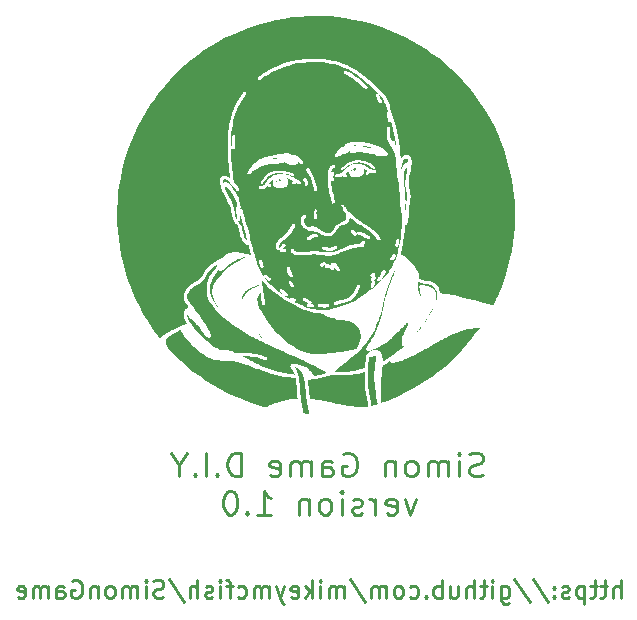
<source format=gbr>
%TF.GenerationSoftware,KiCad,Pcbnew,(6.0.0)*%
%TF.CreationDate,2022-04-23T15:12:40-04:00*%
%TF.ProjectId,DIY,4449592e-6b69-4636-9164-5f7063625858,rev?*%
%TF.SameCoordinates,Original*%
%TF.FileFunction,Legend,Bot*%
%TF.FilePolarity,Positive*%
%FSLAX46Y46*%
G04 Gerber Fmt 4.6, Leading zero omitted, Abs format (unit mm)*
G04 Created by KiCad (PCBNEW (6.0.0)) date 2022-04-23 15:12:40*
%MOMM*%
%LPD*%
G01*
G04 APERTURE LIST*
%ADD10C,0.250000*%
%ADD11C,0.300000*%
G04 APERTURE END LIST*
D10*
X132215714Y-144188571D02*
X132215714Y-142688571D01*
X131572857Y-144188571D02*
X131572857Y-143402857D01*
X131644285Y-143260000D01*
X131787142Y-143188571D01*
X132001428Y-143188571D01*
X132144285Y-143260000D01*
X132215714Y-143331428D01*
X131072857Y-143188571D02*
X130501428Y-143188571D01*
X130858571Y-142688571D02*
X130858571Y-143974285D01*
X130787142Y-144117142D01*
X130644285Y-144188571D01*
X130501428Y-144188571D01*
X130215714Y-143188571D02*
X129644285Y-143188571D01*
X130001428Y-142688571D02*
X130001428Y-143974285D01*
X129930000Y-144117142D01*
X129787142Y-144188571D01*
X129644285Y-144188571D01*
X129144285Y-143188571D02*
X129144285Y-144688571D01*
X129144285Y-143260000D02*
X129001428Y-143188571D01*
X128715714Y-143188571D01*
X128572857Y-143260000D01*
X128501428Y-143331428D01*
X128430000Y-143474285D01*
X128430000Y-143902857D01*
X128501428Y-144045714D01*
X128572857Y-144117142D01*
X128715714Y-144188571D01*
X129001428Y-144188571D01*
X129144285Y-144117142D01*
X127858571Y-144117142D02*
X127715714Y-144188571D01*
X127430000Y-144188571D01*
X127287142Y-144117142D01*
X127215714Y-143974285D01*
X127215714Y-143902857D01*
X127287142Y-143760000D01*
X127430000Y-143688571D01*
X127644285Y-143688571D01*
X127787142Y-143617142D01*
X127858571Y-143474285D01*
X127858571Y-143402857D01*
X127787142Y-143260000D01*
X127644285Y-143188571D01*
X127430000Y-143188571D01*
X127287142Y-143260000D01*
X126572857Y-144045714D02*
X126501428Y-144117142D01*
X126572857Y-144188571D01*
X126644285Y-144117142D01*
X126572857Y-144045714D01*
X126572857Y-144188571D01*
X126572857Y-143260000D02*
X126501428Y-143331428D01*
X126572857Y-143402857D01*
X126644285Y-143331428D01*
X126572857Y-143260000D01*
X126572857Y-143402857D01*
X124787142Y-142617142D02*
X126072857Y-144545714D01*
X123215714Y-142617142D02*
X124501428Y-144545714D01*
X122072857Y-143188571D02*
X122072857Y-144402857D01*
X122144285Y-144545714D01*
X122215714Y-144617142D01*
X122358571Y-144688571D01*
X122572857Y-144688571D01*
X122715714Y-144617142D01*
X122072857Y-144117142D02*
X122215714Y-144188571D01*
X122501428Y-144188571D01*
X122644285Y-144117142D01*
X122715714Y-144045714D01*
X122787142Y-143902857D01*
X122787142Y-143474285D01*
X122715714Y-143331428D01*
X122644285Y-143260000D01*
X122501428Y-143188571D01*
X122215714Y-143188571D01*
X122072857Y-143260000D01*
X121358571Y-144188571D02*
X121358571Y-143188571D01*
X121358571Y-142688571D02*
X121429999Y-142760000D01*
X121358571Y-142831428D01*
X121287142Y-142760000D01*
X121358571Y-142688571D01*
X121358571Y-142831428D01*
X120858571Y-143188571D02*
X120287142Y-143188571D01*
X120644285Y-142688571D02*
X120644285Y-143974285D01*
X120572857Y-144117142D01*
X120429999Y-144188571D01*
X120287142Y-144188571D01*
X119787142Y-144188571D02*
X119787142Y-142688571D01*
X119144285Y-144188571D02*
X119144285Y-143402857D01*
X119215714Y-143260000D01*
X119358571Y-143188571D01*
X119572857Y-143188571D01*
X119715714Y-143260000D01*
X119787142Y-143331428D01*
X117787142Y-143188571D02*
X117787142Y-144188571D01*
X118429999Y-143188571D02*
X118429999Y-143974285D01*
X118358571Y-144117142D01*
X118215714Y-144188571D01*
X118001428Y-144188571D01*
X117858571Y-144117142D01*
X117787142Y-144045714D01*
X117072857Y-144188571D02*
X117072857Y-142688571D01*
X117072857Y-143260000D02*
X116929999Y-143188571D01*
X116644285Y-143188571D01*
X116501428Y-143260000D01*
X116429999Y-143331428D01*
X116358571Y-143474285D01*
X116358571Y-143902857D01*
X116429999Y-144045714D01*
X116501428Y-144117142D01*
X116644285Y-144188571D01*
X116929999Y-144188571D01*
X117072857Y-144117142D01*
X115715714Y-144045714D02*
X115644285Y-144117142D01*
X115715714Y-144188571D01*
X115787142Y-144117142D01*
X115715714Y-144045714D01*
X115715714Y-144188571D01*
X114358571Y-144117142D02*
X114501428Y-144188571D01*
X114787142Y-144188571D01*
X114929999Y-144117142D01*
X115001428Y-144045714D01*
X115072857Y-143902857D01*
X115072857Y-143474285D01*
X115001428Y-143331428D01*
X114929999Y-143260000D01*
X114787142Y-143188571D01*
X114501428Y-143188571D01*
X114358571Y-143260000D01*
X113501428Y-144188571D02*
X113644285Y-144117142D01*
X113715714Y-144045714D01*
X113787142Y-143902857D01*
X113787142Y-143474285D01*
X113715714Y-143331428D01*
X113644285Y-143260000D01*
X113501428Y-143188571D01*
X113287142Y-143188571D01*
X113144285Y-143260000D01*
X113072857Y-143331428D01*
X113001428Y-143474285D01*
X113001428Y-143902857D01*
X113072857Y-144045714D01*
X113144285Y-144117142D01*
X113287142Y-144188571D01*
X113501428Y-144188571D01*
X112358571Y-144188571D02*
X112358571Y-143188571D01*
X112358571Y-143331428D02*
X112287142Y-143260000D01*
X112144285Y-143188571D01*
X111929999Y-143188571D01*
X111787142Y-143260000D01*
X111715714Y-143402857D01*
X111715714Y-144188571D01*
X111715714Y-143402857D02*
X111644285Y-143260000D01*
X111501428Y-143188571D01*
X111287142Y-143188571D01*
X111144285Y-143260000D01*
X111072857Y-143402857D01*
X111072857Y-144188571D01*
X109287142Y-142617142D02*
X110572857Y-144545714D01*
X108787142Y-144188571D02*
X108787142Y-143188571D01*
X108787142Y-143331428D02*
X108715714Y-143260000D01*
X108572857Y-143188571D01*
X108358571Y-143188571D01*
X108215714Y-143260000D01*
X108144285Y-143402857D01*
X108144285Y-144188571D01*
X108144285Y-143402857D02*
X108072857Y-143260000D01*
X107929999Y-143188571D01*
X107715714Y-143188571D01*
X107572857Y-143260000D01*
X107501428Y-143402857D01*
X107501428Y-144188571D01*
X106787142Y-144188571D02*
X106787142Y-143188571D01*
X106787142Y-142688571D02*
X106858571Y-142760000D01*
X106787142Y-142831428D01*
X106715714Y-142760000D01*
X106787142Y-142688571D01*
X106787142Y-142831428D01*
X106072857Y-144188571D02*
X106072857Y-142688571D01*
X105929999Y-143617142D02*
X105501428Y-144188571D01*
X105501428Y-143188571D02*
X106072857Y-143760000D01*
X104287142Y-144117142D02*
X104429999Y-144188571D01*
X104715714Y-144188571D01*
X104858571Y-144117142D01*
X104929999Y-143974285D01*
X104929999Y-143402857D01*
X104858571Y-143260000D01*
X104715714Y-143188571D01*
X104429999Y-143188571D01*
X104287142Y-143260000D01*
X104215714Y-143402857D01*
X104215714Y-143545714D01*
X104929999Y-143688571D01*
X103715714Y-143188571D02*
X103358571Y-144188571D01*
X103001428Y-143188571D02*
X103358571Y-144188571D01*
X103501428Y-144545714D01*
X103572857Y-144617142D01*
X103715714Y-144688571D01*
X102429999Y-144188571D02*
X102429999Y-143188571D01*
X102429999Y-143331428D02*
X102358571Y-143260000D01*
X102215714Y-143188571D01*
X102001428Y-143188571D01*
X101858571Y-143260000D01*
X101787142Y-143402857D01*
X101787142Y-144188571D01*
X101787142Y-143402857D02*
X101715714Y-143260000D01*
X101572857Y-143188571D01*
X101358571Y-143188571D01*
X101215714Y-143260000D01*
X101144285Y-143402857D01*
X101144285Y-144188571D01*
X99787142Y-144117142D02*
X99929999Y-144188571D01*
X100215714Y-144188571D01*
X100358571Y-144117142D01*
X100429999Y-144045714D01*
X100501428Y-143902857D01*
X100501428Y-143474285D01*
X100429999Y-143331428D01*
X100358571Y-143260000D01*
X100215714Y-143188571D01*
X99929999Y-143188571D01*
X99787142Y-143260000D01*
X99358571Y-143188571D02*
X98787142Y-143188571D01*
X99144285Y-144188571D02*
X99144285Y-142902857D01*
X99072857Y-142760000D01*
X98929999Y-142688571D01*
X98787142Y-142688571D01*
X98287142Y-144188571D02*
X98287142Y-143188571D01*
X98287142Y-142688571D02*
X98358571Y-142760000D01*
X98287142Y-142831428D01*
X98215714Y-142760000D01*
X98287142Y-142688571D01*
X98287142Y-142831428D01*
X97644285Y-144117142D02*
X97501428Y-144188571D01*
X97215714Y-144188571D01*
X97072857Y-144117142D01*
X97001428Y-143974285D01*
X97001428Y-143902857D01*
X97072857Y-143760000D01*
X97215714Y-143688571D01*
X97429999Y-143688571D01*
X97572857Y-143617142D01*
X97644285Y-143474285D01*
X97644285Y-143402857D01*
X97572857Y-143260000D01*
X97429999Y-143188571D01*
X97215714Y-143188571D01*
X97072857Y-143260000D01*
X96358571Y-144188571D02*
X96358571Y-142688571D01*
X95715714Y-144188571D02*
X95715714Y-143402857D01*
X95787142Y-143260000D01*
X95929999Y-143188571D01*
X96144285Y-143188571D01*
X96287142Y-143260000D01*
X96358571Y-143331428D01*
X93929999Y-142617142D02*
X95215714Y-144545714D01*
X93501428Y-144117142D02*
X93287142Y-144188571D01*
X92929999Y-144188571D01*
X92787142Y-144117142D01*
X92715714Y-144045714D01*
X92644285Y-143902857D01*
X92644285Y-143760000D01*
X92715714Y-143617142D01*
X92787142Y-143545714D01*
X92929999Y-143474285D01*
X93215714Y-143402857D01*
X93358571Y-143331428D01*
X93429999Y-143260000D01*
X93501428Y-143117142D01*
X93501428Y-142974285D01*
X93429999Y-142831428D01*
X93358571Y-142760000D01*
X93215714Y-142688571D01*
X92858571Y-142688571D01*
X92644285Y-142760000D01*
X92001428Y-144188571D02*
X92001428Y-143188571D01*
X92001428Y-142688571D02*
X92072857Y-142760000D01*
X92001428Y-142831428D01*
X91929999Y-142760000D01*
X92001428Y-142688571D01*
X92001428Y-142831428D01*
X91287142Y-144188571D02*
X91287142Y-143188571D01*
X91287142Y-143331428D02*
X91215714Y-143260000D01*
X91072857Y-143188571D01*
X90858571Y-143188571D01*
X90715714Y-143260000D01*
X90644285Y-143402857D01*
X90644285Y-144188571D01*
X90644285Y-143402857D02*
X90572857Y-143260000D01*
X90429999Y-143188571D01*
X90215714Y-143188571D01*
X90072857Y-143260000D01*
X90001428Y-143402857D01*
X90001428Y-144188571D01*
X89072857Y-144188571D02*
X89215714Y-144117142D01*
X89287142Y-144045714D01*
X89358571Y-143902857D01*
X89358571Y-143474285D01*
X89287142Y-143331428D01*
X89215714Y-143260000D01*
X89072857Y-143188571D01*
X88858571Y-143188571D01*
X88715714Y-143260000D01*
X88644285Y-143331428D01*
X88572857Y-143474285D01*
X88572857Y-143902857D01*
X88644285Y-144045714D01*
X88715714Y-144117142D01*
X88858571Y-144188571D01*
X89072857Y-144188571D01*
X87929999Y-143188571D02*
X87929999Y-144188571D01*
X87929999Y-143331428D02*
X87858571Y-143260000D01*
X87715714Y-143188571D01*
X87501428Y-143188571D01*
X87358571Y-143260000D01*
X87287142Y-143402857D01*
X87287142Y-144188571D01*
X85787142Y-142760000D02*
X85929999Y-142688571D01*
X86144285Y-142688571D01*
X86358571Y-142760000D01*
X86501428Y-142902857D01*
X86572857Y-143045714D01*
X86644285Y-143331428D01*
X86644285Y-143545714D01*
X86572857Y-143831428D01*
X86501428Y-143974285D01*
X86358571Y-144117142D01*
X86144285Y-144188571D01*
X86001428Y-144188571D01*
X85787142Y-144117142D01*
X85715714Y-144045714D01*
X85715714Y-143545714D01*
X86001428Y-143545714D01*
X84429999Y-144188571D02*
X84429999Y-143402857D01*
X84501428Y-143260000D01*
X84644285Y-143188571D01*
X84929999Y-143188571D01*
X85072857Y-143260000D01*
X84429999Y-144117142D02*
X84572857Y-144188571D01*
X84929999Y-144188571D01*
X85072857Y-144117142D01*
X85144285Y-143974285D01*
X85144285Y-143831428D01*
X85072857Y-143688571D01*
X84929999Y-143617142D01*
X84572857Y-143617142D01*
X84429999Y-143545714D01*
X83715714Y-144188571D02*
X83715714Y-143188571D01*
X83715714Y-143331428D02*
X83644285Y-143260000D01*
X83501428Y-143188571D01*
X83287142Y-143188571D01*
X83144285Y-143260000D01*
X83072857Y-143402857D01*
X83072857Y-144188571D01*
X83072857Y-143402857D02*
X83001428Y-143260000D01*
X82858571Y-143188571D01*
X82644285Y-143188571D01*
X82501428Y-143260000D01*
X82429999Y-143402857D01*
X82429999Y-144188571D01*
X81144285Y-144117142D02*
X81287142Y-144188571D01*
X81572857Y-144188571D01*
X81715714Y-144117142D01*
X81787142Y-143974285D01*
X81787142Y-143402857D01*
X81715714Y-143260000D01*
X81572857Y-143188571D01*
X81287142Y-143188571D01*
X81144285Y-143260000D01*
X81072857Y-143402857D01*
X81072857Y-143545714D01*
X81787142Y-143688571D01*
X120537142Y-133819523D02*
X120251428Y-133914761D01*
X119775238Y-133914761D01*
X119584761Y-133819523D01*
X119489523Y-133724285D01*
X119394285Y-133533809D01*
X119394285Y-133343333D01*
X119489523Y-133152857D01*
X119584761Y-133057619D01*
X119775238Y-132962380D01*
X120156190Y-132867142D01*
X120346666Y-132771904D01*
X120441904Y-132676666D01*
X120537142Y-132486190D01*
X120537142Y-132295714D01*
X120441904Y-132105238D01*
X120346666Y-132010000D01*
X120156190Y-131914761D01*
X119680000Y-131914761D01*
X119394285Y-132010000D01*
X118537142Y-133914761D02*
X118537142Y-132581428D01*
X118537142Y-131914761D02*
X118632380Y-132010000D01*
X118537142Y-132105238D01*
X118441904Y-132010000D01*
X118537142Y-131914761D01*
X118537142Y-132105238D01*
X117584761Y-133914761D02*
X117584761Y-132581428D01*
X117584761Y-132771904D02*
X117489523Y-132676666D01*
X117299047Y-132581428D01*
X117013333Y-132581428D01*
X116822857Y-132676666D01*
X116727619Y-132867142D01*
X116727619Y-133914761D01*
X116727619Y-132867142D02*
X116632380Y-132676666D01*
X116441904Y-132581428D01*
X116156190Y-132581428D01*
X115965714Y-132676666D01*
X115870476Y-132867142D01*
X115870476Y-133914761D01*
X114632380Y-133914761D02*
X114822857Y-133819523D01*
X114918095Y-133724285D01*
X115013333Y-133533809D01*
X115013333Y-132962380D01*
X114918095Y-132771904D01*
X114822857Y-132676666D01*
X114632380Y-132581428D01*
X114346666Y-132581428D01*
X114156190Y-132676666D01*
X114060952Y-132771904D01*
X113965714Y-132962380D01*
X113965714Y-133533809D01*
X114060952Y-133724285D01*
X114156190Y-133819523D01*
X114346666Y-133914761D01*
X114632380Y-133914761D01*
X113108571Y-132581428D02*
X113108571Y-133914761D01*
X113108571Y-132771904D02*
X113013333Y-132676666D01*
X112822857Y-132581428D01*
X112537142Y-132581428D01*
X112346666Y-132676666D01*
X112251428Y-132867142D01*
X112251428Y-133914761D01*
X108727619Y-132010000D02*
X108918095Y-131914761D01*
X109203809Y-131914761D01*
X109489523Y-132010000D01*
X109680000Y-132200476D01*
X109775238Y-132390952D01*
X109870476Y-132771904D01*
X109870476Y-133057619D01*
X109775238Y-133438571D01*
X109680000Y-133629047D01*
X109489523Y-133819523D01*
X109203809Y-133914761D01*
X109013333Y-133914761D01*
X108727619Y-133819523D01*
X108632380Y-133724285D01*
X108632380Y-133057619D01*
X109013333Y-133057619D01*
X106918095Y-133914761D02*
X106918095Y-132867142D01*
X107013333Y-132676666D01*
X107203809Y-132581428D01*
X107584761Y-132581428D01*
X107775238Y-132676666D01*
X106918095Y-133819523D02*
X107108571Y-133914761D01*
X107584761Y-133914761D01*
X107775238Y-133819523D01*
X107870476Y-133629047D01*
X107870476Y-133438571D01*
X107775238Y-133248095D01*
X107584761Y-133152857D01*
X107108571Y-133152857D01*
X106918095Y-133057619D01*
X105965714Y-133914761D02*
X105965714Y-132581428D01*
X105965714Y-132771904D02*
X105870476Y-132676666D01*
X105680000Y-132581428D01*
X105394285Y-132581428D01*
X105203809Y-132676666D01*
X105108571Y-132867142D01*
X105108571Y-133914761D01*
X105108571Y-132867142D02*
X105013333Y-132676666D01*
X104822857Y-132581428D01*
X104537142Y-132581428D01*
X104346666Y-132676666D01*
X104251428Y-132867142D01*
X104251428Y-133914761D01*
X102537142Y-133819523D02*
X102727619Y-133914761D01*
X103108571Y-133914761D01*
X103299047Y-133819523D01*
X103394285Y-133629047D01*
X103394285Y-132867142D01*
X103299047Y-132676666D01*
X103108571Y-132581428D01*
X102727619Y-132581428D01*
X102537142Y-132676666D01*
X102441904Y-132867142D01*
X102441904Y-133057619D01*
X103394285Y-133248095D01*
X100060952Y-133914761D02*
X100060952Y-131914761D01*
X99584761Y-131914761D01*
X99299047Y-132010000D01*
X99108571Y-132200476D01*
X99013333Y-132390952D01*
X98918095Y-132771904D01*
X98918095Y-133057619D01*
X99013333Y-133438571D01*
X99108571Y-133629047D01*
X99299047Y-133819523D01*
X99584761Y-133914761D01*
X100060952Y-133914761D01*
X98060952Y-133724285D02*
X97965714Y-133819523D01*
X98060952Y-133914761D01*
X98156190Y-133819523D01*
X98060952Y-133724285D01*
X98060952Y-133914761D01*
X97108571Y-133914761D02*
X97108571Y-131914761D01*
X96156190Y-133724285D02*
X96060952Y-133819523D01*
X96156190Y-133914761D01*
X96251428Y-133819523D01*
X96156190Y-133724285D01*
X96156190Y-133914761D01*
X94822857Y-132962380D02*
X94822857Y-133914761D01*
X95489523Y-131914761D02*
X94822857Y-132962380D01*
X94156190Y-131914761D01*
X114870476Y-135801428D02*
X114394285Y-137134761D01*
X113918095Y-135801428D01*
X112394285Y-137039523D02*
X112584761Y-137134761D01*
X112965714Y-137134761D01*
X113156190Y-137039523D01*
X113251428Y-136849047D01*
X113251428Y-136087142D01*
X113156190Y-135896666D01*
X112965714Y-135801428D01*
X112584761Y-135801428D01*
X112394285Y-135896666D01*
X112299047Y-136087142D01*
X112299047Y-136277619D01*
X113251428Y-136468095D01*
X111441904Y-137134761D02*
X111441904Y-135801428D01*
X111441904Y-136182380D02*
X111346666Y-135991904D01*
X111251428Y-135896666D01*
X111060952Y-135801428D01*
X110870476Y-135801428D01*
X110299047Y-137039523D02*
X110108571Y-137134761D01*
X109727619Y-137134761D01*
X109537142Y-137039523D01*
X109441904Y-136849047D01*
X109441904Y-136753809D01*
X109537142Y-136563333D01*
X109727619Y-136468095D01*
X110013333Y-136468095D01*
X110203809Y-136372857D01*
X110299047Y-136182380D01*
X110299047Y-136087142D01*
X110203809Y-135896666D01*
X110013333Y-135801428D01*
X109727619Y-135801428D01*
X109537142Y-135896666D01*
X108584761Y-137134761D02*
X108584761Y-135801428D01*
X108584761Y-135134761D02*
X108680000Y-135230000D01*
X108584761Y-135325238D01*
X108489523Y-135230000D01*
X108584761Y-135134761D01*
X108584761Y-135325238D01*
X107346666Y-137134761D02*
X107537142Y-137039523D01*
X107632380Y-136944285D01*
X107727619Y-136753809D01*
X107727619Y-136182380D01*
X107632380Y-135991904D01*
X107537142Y-135896666D01*
X107346666Y-135801428D01*
X107060952Y-135801428D01*
X106870476Y-135896666D01*
X106775238Y-135991904D01*
X106680000Y-136182380D01*
X106680000Y-136753809D01*
X106775238Y-136944285D01*
X106870476Y-137039523D01*
X107060952Y-137134761D01*
X107346666Y-137134761D01*
X105822857Y-135801428D02*
X105822857Y-137134761D01*
X105822857Y-135991904D02*
X105727619Y-135896666D01*
X105537142Y-135801428D01*
X105251428Y-135801428D01*
X105060952Y-135896666D01*
X104965714Y-136087142D01*
X104965714Y-137134761D01*
X101441904Y-137134761D02*
X102584761Y-137134761D01*
X102013333Y-137134761D02*
X102013333Y-135134761D01*
X102203809Y-135420476D01*
X102394285Y-135610952D01*
X102584761Y-135706190D01*
X100584761Y-136944285D02*
X100489523Y-137039523D01*
X100584761Y-137134761D01*
X100680000Y-137039523D01*
X100584761Y-136944285D01*
X100584761Y-137134761D01*
X99251428Y-135134761D02*
X99060952Y-135134761D01*
X98870476Y-135230000D01*
X98775238Y-135325238D01*
X98680000Y-135515714D01*
X98584761Y-135896666D01*
X98584761Y-136372857D01*
X98680000Y-136753809D01*
X98775238Y-136944285D01*
X98870476Y-137039523D01*
X99060952Y-137134761D01*
X99251428Y-137134761D01*
X99441904Y-137039523D01*
X99537142Y-136944285D01*
X99632380Y-136753809D01*
X99727619Y-136372857D01*
X99727619Y-135896666D01*
X99632380Y-135515714D01*
X99537142Y-135325238D01*
X99441904Y-135230000D01*
X99251428Y-135134761D01*
D11*
%TO.C,G\u002A\u002A\u002A*%
X107768571Y-110998000D02*
X107913714Y-110925428D01*
X108131428Y-110925428D01*
X108349142Y-110998000D01*
X108494285Y-111143142D01*
X108566857Y-111288285D01*
X108639428Y-111578571D01*
X108639428Y-111796285D01*
X108566857Y-112086571D01*
X108494285Y-112231714D01*
X108349142Y-112376857D01*
X108131428Y-112449428D01*
X107986285Y-112449428D01*
X107768571Y-112376857D01*
X107696000Y-112304285D01*
X107696000Y-111796285D01*
X107986285Y-111796285D01*
X106825142Y-110925428D02*
X106825142Y-111288285D01*
X107188000Y-111143142D02*
X106825142Y-111288285D01*
X106462285Y-111143142D01*
X107042857Y-111578571D02*
X106825142Y-111288285D01*
X106607428Y-111578571D01*
X105664000Y-110925428D02*
X105664000Y-111288285D01*
X106026857Y-111143142D02*
X105664000Y-111288285D01*
X105301142Y-111143142D01*
X105881714Y-111578571D02*
X105664000Y-111288285D01*
X105446285Y-111578571D01*
X104502857Y-110925428D02*
X104502857Y-111288285D01*
X104865714Y-111143142D02*
X104502857Y-111288285D01*
X104140000Y-111143142D01*
X104720571Y-111578571D02*
X104502857Y-111288285D01*
X104285142Y-111578571D01*
G36*
X112275392Y-102332465D02*
G01*
X112339102Y-102476307D01*
X112350414Y-102503642D01*
X112372464Y-102559485D01*
X112398284Y-102627057D01*
X112426173Y-102701675D01*
X112454435Y-102778656D01*
X112481368Y-102853316D01*
X112505273Y-102920972D01*
X112524453Y-102976941D01*
X112537206Y-103016538D01*
X112541835Y-103035082D01*
X112530243Y-103039095D01*
X112501736Y-103040803D01*
X112462833Y-103050932D01*
X112424768Y-103084619D01*
X112417061Y-103094130D01*
X112402597Y-103116868D01*
X112394954Y-103142178D01*
X112394334Y-103174828D01*
X112400940Y-103219587D01*
X112414973Y-103281222D01*
X112436637Y-103364501D01*
X112450168Y-103419791D01*
X112468203Y-103504486D01*
X112485161Y-103594865D01*
X112498662Y-103678857D01*
X112501094Y-103695657D01*
X112514231Y-103775697D01*
X112528019Y-103833101D01*
X112544831Y-103871973D01*
X112567037Y-103896419D01*
X112597011Y-103910543D01*
X112637124Y-103918450D01*
X112661708Y-103920791D01*
X112700489Y-103916034D01*
X112736649Y-103895536D01*
X112744099Y-103890148D01*
X112769749Y-103873753D01*
X112782080Y-103869497D01*
X112783712Y-103873088D01*
X112791756Y-103898970D01*
X112804859Y-103946134D01*
X112822038Y-104010708D01*
X112842311Y-104088819D01*
X112864693Y-104176593D01*
X112888202Y-104270158D01*
X112911855Y-104365640D01*
X112934667Y-104459167D01*
X112955656Y-104546864D01*
X112973839Y-104624859D01*
X113001406Y-104748032D01*
X113030422Y-104883289D01*
X113058949Y-105021554D01*
X113086506Y-105160106D01*
X113112614Y-105296221D01*
X113136791Y-105427179D01*
X113158555Y-105550255D01*
X113177427Y-105662729D01*
X113192926Y-105761878D01*
X113204570Y-105844980D01*
X113211880Y-105909312D01*
X113214373Y-105952153D01*
X113211569Y-105970779D01*
X113209773Y-105972425D01*
X113202083Y-105974559D01*
X113194542Y-105965496D01*
X113186198Y-105942043D01*
X113176101Y-105901006D01*
X113163301Y-105839194D01*
X113146846Y-105753413D01*
X113140839Y-105721704D01*
X113123762Y-105636454D01*
X113108559Y-105573842D01*
X113093276Y-105530398D01*
X113075958Y-105502649D01*
X113054650Y-105487126D01*
X113027399Y-105480357D01*
X112992251Y-105478872D01*
X112977795Y-105479190D01*
X112925383Y-105486132D01*
X112889099Y-105500428D01*
X112881522Y-105505558D01*
X112868986Y-105510687D01*
X112857433Y-105505767D01*
X112843654Y-105487095D01*
X112824438Y-105450966D01*
X112796574Y-105393676D01*
X112787089Y-105373589D01*
X112723066Y-105207942D01*
X112684194Y-105039952D01*
X112669773Y-104865372D01*
X112679104Y-104679957D01*
X112687680Y-104600402D01*
X112696702Y-104511889D01*
X112702540Y-104444737D01*
X112705262Y-104395475D01*
X112704934Y-104360631D01*
X112701625Y-104336734D01*
X112695401Y-104320314D01*
X112686331Y-104307898D01*
X112661511Y-104291115D01*
X112614758Y-104279506D01*
X112561255Y-104279404D01*
X112511250Y-104290572D01*
X112474994Y-104312773D01*
X112459524Y-104339123D01*
X112442678Y-104392005D01*
X112427816Y-104464188D01*
X112415367Y-104551216D01*
X112405754Y-104648631D01*
X112399406Y-104751978D01*
X112396747Y-104856802D01*
X112398204Y-104958644D01*
X112404203Y-105053051D01*
X112411478Y-105116834D01*
X112412790Y-105128332D01*
X112427854Y-105216443D01*
X112449243Y-105301443D01*
X112478621Y-105387552D01*
X112517649Y-105478989D01*
X112567990Y-105579975D01*
X112631306Y-105694731D01*
X112709260Y-105827475D01*
X112774680Y-105938015D01*
X112829508Y-106034481D01*
X112875373Y-106120512D01*
X112915495Y-106202400D01*
X112953094Y-106286441D01*
X112991389Y-106378926D01*
X113014302Y-106437538D01*
X113071419Y-106611093D01*
X113103611Y-106708909D01*
X113166805Y-106984948D01*
X113204368Y-107268189D01*
X113216781Y-107561166D01*
X113216807Y-107603739D01*
X113217277Y-107670260D01*
X113218886Y-107716310D01*
X113222330Y-107746602D01*
X113228306Y-107765850D01*
X113228315Y-107765862D01*
X113237513Y-107778766D01*
X113250648Y-107790063D01*
X113252621Y-107791652D01*
X113273215Y-107815709D01*
X113287717Y-107852220D01*
X113299216Y-107908733D01*
X113313918Y-108000763D01*
X113272237Y-108035836D01*
X113259102Y-108047785D01*
X113245570Y-108064887D01*
X113236786Y-108086238D01*
X113236047Y-108091707D01*
X113232890Y-108115081D01*
X113234023Y-108154658D01*
X113240325Y-108208212D01*
X113251935Y-108278985D01*
X113268994Y-108370220D01*
X113291641Y-108485158D01*
X113344128Y-108764058D01*
X113411981Y-109181692D01*
X113468921Y-109606534D01*
X113514314Y-110032405D01*
X113547528Y-110453128D01*
X113567932Y-110862524D01*
X113574895Y-111254417D01*
X113574908Y-111296858D01*
X113575176Y-111376599D01*
X113576164Y-111434752D01*
X113578354Y-111475472D01*
X113582224Y-111502914D01*
X113588256Y-111521234D01*
X113596930Y-111534585D01*
X113608725Y-111547123D01*
X113610379Y-111548742D01*
X113642549Y-111571531D01*
X113672925Y-111580933D01*
X113703315Y-111580933D01*
X113694411Y-112059593D01*
X113691383Y-112204156D01*
X113684267Y-112452123D01*
X113674853Y-112680686D01*
X113662783Y-112895088D01*
X113647696Y-113100573D01*
X113629232Y-113302386D01*
X113607031Y-113505768D01*
X113580734Y-113715965D01*
X113572067Y-113779956D01*
X113557330Y-113874967D01*
X113522497Y-114099534D01*
X113463799Y-114411081D01*
X113396686Y-114712184D01*
X113321871Y-115000430D01*
X113256015Y-115220191D01*
X113240068Y-115273405D01*
X113151990Y-115528698D01*
X113058349Y-115763894D01*
X112959858Y-115976581D01*
X112857231Y-116164346D01*
X112755548Y-116327501D01*
X112715709Y-116385815D01*
X112632641Y-116507407D01*
X112568453Y-116592358D01*
X112500570Y-116682199D01*
X112355622Y-116856528D01*
X112194082Y-117035045D01*
X112012237Y-117222400D01*
X111871406Y-117361189D01*
X111734794Y-117490982D01*
X111598749Y-117614777D01*
X111457359Y-117737831D01*
X111304711Y-117865403D01*
X111134893Y-118002754D01*
X111017545Y-118095816D01*
X110765670Y-118290853D01*
X110528565Y-118467300D01*
X110303861Y-118626609D01*
X110089188Y-118770230D01*
X109882176Y-118899614D01*
X109680454Y-119016213D01*
X109481653Y-119121477D01*
X109283403Y-119216858D01*
X109083333Y-119303805D01*
X108879074Y-119383771D01*
X108731768Y-119436746D01*
X108650648Y-119465919D01*
X108314097Y-119576117D01*
X107996394Y-119666379D01*
X107697458Y-119736723D01*
X107417204Y-119787164D01*
X107155551Y-119817720D01*
X106912415Y-119828406D01*
X106687714Y-119819239D01*
X106588762Y-119809284D01*
X106320584Y-119770014D01*
X106051974Y-119712245D01*
X105779985Y-119635079D01*
X105501668Y-119537616D01*
X105214075Y-119418956D01*
X104914259Y-119278202D01*
X104871858Y-119257115D01*
X104796003Y-119219004D01*
X104730936Y-119185807D01*
X104680144Y-119159327D01*
X104647113Y-119141372D01*
X104635328Y-119133746D01*
X104636151Y-119131818D01*
X104650368Y-119116301D01*
X104676651Y-119092756D01*
X104681781Y-119088365D01*
X104705011Y-119063138D01*
X104715514Y-119034024D01*
X104717974Y-118989295D01*
X104716768Y-118960646D01*
X104708582Y-118925480D01*
X104689295Y-118897057D01*
X104667517Y-118881072D01*
X105286563Y-118881072D01*
X105296220Y-118942507D01*
X105297687Y-118946835D01*
X105307600Y-118968871D01*
X105323173Y-118987497D01*
X105349287Y-119006356D01*
X105390821Y-119029096D01*
X105452658Y-119059362D01*
X105467327Y-119066481D01*
X105534689Y-119101314D01*
X105602170Y-119139222D01*
X105665680Y-119177563D01*
X105721131Y-119213698D01*
X105764435Y-119244989D01*
X105791502Y-119268794D01*
X105798244Y-119282476D01*
X105797232Y-119283711D01*
X105776927Y-119291440D01*
X105742728Y-119294599D01*
X105710842Y-119298709D01*
X105666966Y-119322166D01*
X105638076Y-119361292D01*
X105626314Y-119410212D01*
X105633823Y-119463051D01*
X105662745Y-119513932D01*
X105680559Y-119533743D01*
X105698407Y-119546507D01*
X105722593Y-119553239D01*
X105760186Y-119555865D01*
X105818257Y-119556312D01*
X105828862Y-119556389D01*
X105897290Y-119559737D01*
X105964537Y-119567054D01*
X106017433Y-119576974D01*
X106034945Y-119581434D01*
X106094581Y-119593760D01*
X106137317Y-119595480D01*
X106170217Y-119586142D01*
X106200347Y-119565296D01*
X106200789Y-119564915D01*
X106224273Y-119539517D01*
X106235588Y-119509338D01*
X106238995Y-119463117D01*
X106239006Y-119462295D01*
X106236219Y-119437860D01*
X106575240Y-119437860D01*
X106579246Y-119462295D01*
X106584060Y-119491654D01*
X106609730Y-119534678D01*
X106610521Y-119535464D01*
X106626329Y-119548783D01*
X106646158Y-119559393D01*
X106673920Y-119568035D01*
X106713527Y-119575450D01*
X106768892Y-119582382D01*
X106843925Y-119589570D01*
X106942540Y-119597756D01*
X107007161Y-119602610D01*
X107096686Y-119607471D01*
X107172820Y-119608201D01*
X107244217Y-119604522D01*
X107319529Y-119596156D01*
X107407408Y-119582826D01*
X107421684Y-119580324D01*
X107485652Y-119562359D01*
X107526867Y-119534819D01*
X107548945Y-119494137D01*
X107555501Y-119436746D01*
X107554768Y-119415091D01*
X107544954Y-119373991D01*
X107519751Y-119340243D01*
X107503911Y-119325234D01*
X107486180Y-119314155D01*
X107463133Y-119309745D01*
X107427416Y-119310805D01*
X107371676Y-119316139D01*
X107261140Y-119324245D01*
X107118222Y-119327712D01*
X106964318Y-119325131D01*
X106807860Y-119316497D01*
X106749584Y-119312242D01*
X106698690Y-119309475D01*
X106665057Y-119309929D01*
X106643070Y-119314170D01*
X106627114Y-119322765D01*
X106611575Y-119336279D01*
X106607756Y-119340104D01*
X106583171Y-119383831D01*
X106575240Y-119437860D01*
X106236219Y-119437860D01*
X106232079Y-119401569D01*
X106207511Y-119357410D01*
X106162280Y-119326553D01*
X106093367Y-119305734D01*
X106054394Y-119297113D01*
X106030290Y-119288853D01*
X106024915Y-119279710D01*
X106033732Y-119266715D01*
X106037713Y-119261242D01*
X106042372Y-119247840D01*
X107927410Y-119247840D01*
X107928791Y-119269248D01*
X107941280Y-119318677D01*
X107963162Y-119359586D01*
X107990012Y-119382463D01*
X108005595Y-119386920D01*
X108038451Y-119389812D01*
X108083060Y-119386849D01*
X108142324Y-119377538D01*
X108219144Y-119361386D01*
X108316423Y-119337901D01*
X108437063Y-119306590D01*
X108589407Y-119265195D01*
X108761077Y-119215361D01*
X108910668Y-119167441D01*
X109041053Y-119120092D01*
X109155103Y-119071975D01*
X109255693Y-119021751D01*
X109345694Y-118968078D01*
X109427980Y-118909616D01*
X109505422Y-118845026D01*
X109580894Y-118772967D01*
X109590899Y-118762764D01*
X109657429Y-118689771D01*
X109722323Y-118608670D01*
X109787944Y-118515964D01*
X109856653Y-118408153D01*
X109930812Y-118281738D01*
X110012784Y-118133221D01*
X110019804Y-118120187D01*
X110064942Y-118035238D01*
X110098184Y-117969849D01*
X110121173Y-117920225D01*
X110135557Y-117882567D01*
X110142980Y-117853080D01*
X110145089Y-117827965D01*
X110143071Y-117793616D01*
X110131035Y-117761628D01*
X110102709Y-117732428D01*
X110078428Y-117715626D01*
X110023183Y-117697299D01*
X109967707Y-117701277D01*
X109919914Y-117727760D01*
X109919029Y-117728609D01*
X109912729Y-117736905D01*
X109901322Y-117751926D01*
X109873858Y-117795070D01*
X109839222Y-117853675D01*
X109800000Y-117923375D01*
X109758777Y-117999805D01*
X109678931Y-118147143D01*
X109599725Y-118283078D01*
X109524919Y-118398517D01*
X109451991Y-118496282D01*
X109442800Y-118506640D01*
X109378422Y-118579195D01*
X109301691Y-118650077D01*
X109219277Y-118711752D01*
X109128659Y-118767041D01*
X109027317Y-118818767D01*
X109001243Y-118830935D01*
X108931196Y-118861726D01*
X108858898Y-118890327D01*
X108780232Y-118918063D01*
X108691086Y-118946261D01*
X108587345Y-118976247D01*
X108464894Y-119009346D01*
X108319619Y-119046886D01*
X108238241Y-119067760D01*
X108142213Y-119093402D01*
X108068196Y-119115240D01*
X108013353Y-119134730D01*
X107974845Y-119153325D01*
X107949835Y-119172480D01*
X107935485Y-119193648D01*
X107928956Y-119218283D01*
X107927410Y-119247840D01*
X106042372Y-119247840D01*
X106049511Y-119227301D01*
X106054091Y-119181478D01*
X106053656Y-119160856D01*
X106047892Y-119127977D01*
X106031038Y-119100607D01*
X105997623Y-119067722D01*
X105996462Y-119066676D01*
X105935547Y-119017587D01*
X105857159Y-118962656D01*
X105768974Y-118906756D01*
X105678669Y-118854759D01*
X105593923Y-118811535D01*
X105571409Y-118801345D01*
X105485895Y-118770122D01*
X105413795Y-118756387D01*
X105357514Y-118760397D01*
X105319459Y-118782406D01*
X105296120Y-118823021D01*
X105286563Y-118881072D01*
X104667517Y-118881072D01*
X104655030Y-118871907D01*
X104601910Y-118846563D01*
X104526059Y-118817553D01*
X104517258Y-118814390D01*
X104435889Y-118787859D01*
X104373867Y-118774265D01*
X104326714Y-118773478D01*
X104289954Y-118785368D01*
X104259109Y-118809805D01*
X104253380Y-118816064D01*
X104231114Y-118847097D01*
X104222096Y-118871662D01*
X104221160Y-118877666D01*
X104216250Y-118881264D01*
X104205233Y-118879399D01*
X104186023Y-118870822D01*
X104156530Y-118854286D01*
X104114667Y-118828543D01*
X104058345Y-118792344D01*
X103985476Y-118744443D01*
X103893972Y-118683591D01*
X103781745Y-118608542D01*
X103577824Y-118469449D01*
X103305744Y-118274470D01*
X103187486Y-118183823D01*
X103326737Y-118183823D01*
X103327660Y-118201522D01*
X103331778Y-118217854D01*
X103341394Y-118235121D01*
X103358813Y-118255630D01*
X103386337Y-118281684D01*
X103426271Y-118315587D01*
X103480919Y-118359645D01*
X103552584Y-118416161D01*
X103643571Y-118487440D01*
X103692095Y-118525309D01*
X103748310Y-118568261D01*
X103789947Y-118598019D01*
X103821124Y-118616990D01*
X103845962Y-118627581D01*
X103868579Y-118632200D01*
X103893096Y-118633254D01*
X103944253Y-118627978D01*
X103992448Y-118605282D01*
X103997394Y-118601072D01*
X104026268Y-118559317D01*
X104040621Y-118506640D01*
X104036638Y-118455926D01*
X104032997Y-118450076D01*
X104010774Y-118426621D01*
X103971517Y-118390499D01*
X103918467Y-118344551D01*
X103854863Y-118291615D01*
X103783947Y-118234531D01*
X103764457Y-118219094D01*
X103690235Y-118160495D01*
X103633428Y-118116451D01*
X103590625Y-118084882D01*
X103558417Y-118063707D01*
X103533393Y-118050844D01*
X103512143Y-118044213D01*
X103491255Y-118041732D01*
X103467321Y-118041321D01*
X103411224Y-118046922D01*
X103363478Y-118069444D01*
X103335734Y-118110272D01*
X103326759Y-118170539D01*
X103326737Y-118183823D01*
X103187486Y-118183823D01*
X103057453Y-118084151D01*
X102831335Y-117896853D01*
X102625774Y-117710939D01*
X102439156Y-117524771D01*
X102377111Y-117455849D01*
X104110606Y-117455849D01*
X104115361Y-117519813D01*
X104141127Y-117590565D01*
X104145061Y-117598206D01*
X104176898Y-117653083D01*
X104216244Y-117712617D01*
X104257889Y-117769617D01*
X104296619Y-117816893D01*
X104327221Y-117847255D01*
X104334409Y-117852546D01*
X104387341Y-117873709D01*
X104443387Y-117869501D01*
X104496527Y-117840175D01*
X104501136Y-117836242D01*
X104525415Y-117810386D01*
X104536358Y-117781289D01*
X104538907Y-117736905D01*
X104537445Y-117704147D01*
X104529465Y-117669976D01*
X104511057Y-117634124D01*
X104478368Y-117587061D01*
X104445644Y-117539972D01*
X104411905Y-117486408D01*
X104387548Y-117442270D01*
X104372741Y-117414236D01*
X104337811Y-117369317D01*
X104295343Y-117345575D01*
X104239066Y-117338633D01*
X104208083Y-117341536D01*
X104158400Y-117363026D01*
X104125430Y-117402359D01*
X104110606Y-117455849D01*
X102377111Y-117455849D01*
X102269864Y-117336714D01*
X102116283Y-117145128D01*
X101976798Y-116948377D01*
X101950524Y-116906268D01*
X102048041Y-116906268D01*
X102048404Y-116954074D01*
X102050104Y-116979241D01*
X102055305Y-117009532D01*
X102067801Y-117032832D01*
X102092539Y-117056935D01*
X102134469Y-117089636D01*
X102179594Y-117126012D01*
X102228182Y-117169161D01*
X102265326Y-117206320D01*
X102280248Y-117222837D01*
X102321211Y-117267538D01*
X102357730Y-117306648D01*
X102374170Y-117322821D01*
X102409031Y-117345608D01*
X102447264Y-117351320D01*
X102499733Y-117344969D01*
X102553175Y-117320743D01*
X102585721Y-117279067D01*
X102596716Y-117220515D01*
X102595878Y-117200572D01*
X102588134Y-117165984D01*
X102569109Y-117128746D01*
X102534983Y-117080173D01*
X102468310Y-117002613D01*
X102380660Y-116919954D01*
X102284665Y-116845440D01*
X102280269Y-116842500D01*
X102227449Y-116820195D01*
X102169394Y-116813736D01*
X102115437Y-116823013D01*
X102074910Y-116847916D01*
X102073653Y-116849266D01*
X102055573Y-116874875D01*
X102048041Y-116906268D01*
X101950524Y-116906268D01*
X101849793Y-116744824D01*
X101733652Y-116532831D01*
X101726126Y-116518133D01*
X101689641Y-116445773D01*
X101654628Y-116374083D01*
X101620726Y-116301876D01*
X101611602Y-116281533D01*
X103934317Y-116281533D01*
X103936859Y-116326809D01*
X103940269Y-116354635D01*
X103960685Y-116460738D01*
X103992153Y-116574163D01*
X104031454Y-116682798D01*
X104047464Y-116719329D01*
X104082933Y-116790330D01*
X104122906Y-116860878D01*
X104163553Y-116924751D01*
X104201040Y-116975731D01*
X104231538Y-117007596D01*
X104234626Y-117009901D01*
X104279783Y-117028976D01*
X104335216Y-117034811D01*
X104387388Y-117025824D01*
X104421887Y-117005479D01*
X104449887Y-116964548D01*
X104456804Y-116920808D01*
X111025150Y-116920808D01*
X111034399Y-116968172D01*
X111058531Y-117005647D01*
X111085896Y-117024122D01*
X111141990Y-117035596D01*
X111175454Y-117038945D01*
X111184625Y-117047500D01*
X111169322Y-117058460D01*
X111130507Y-117069021D01*
X111114703Y-117072843D01*
X111072554Y-117097246D01*
X111048236Y-117140636D01*
X111040425Y-117205014D01*
X111042380Y-117220515D01*
X111046647Y-117254345D01*
X111072510Y-117306514D01*
X111115598Y-117340357D01*
X111172800Y-117352408D01*
X111224647Y-117352408D01*
X111189295Y-117390287D01*
X111166457Y-117416672D01*
X111118311Y-117486628D01*
X111078932Y-117563811D01*
X111049606Y-117643339D01*
X111031618Y-117720327D01*
X111026252Y-117789890D01*
X111031933Y-117827965D01*
X111034795Y-117847146D01*
X111058531Y-117887208D01*
X111072389Y-117898398D01*
X111107814Y-117912981D01*
X111159438Y-117917158D01*
X111211290Y-117911554D01*
X111252038Y-117890361D01*
X111280599Y-117849657D01*
X111301157Y-117785555D01*
X111301424Y-117784414D01*
X111311294Y-117749432D01*
X111325755Y-117712830D01*
X111347458Y-117669270D01*
X111379057Y-117613412D01*
X111423205Y-117539918D01*
X111429877Y-117526702D01*
X111437758Y-117478617D01*
X111427310Y-117428410D01*
X111402208Y-117383439D01*
X111366122Y-117351061D01*
X111322726Y-117338633D01*
X111313593Y-117338010D01*
X111307080Y-117332569D01*
X111314283Y-117318676D01*
X111337390Y-117292936D01*
X111378592Y-117251951D01*
X111404723Y-117226106D01*
X111595122Y-117226106D01*
X111601821Y-117276839D01*
X111621734Y-117325379D01*
X111650618Y-117359252D01*
X111655847Y-117362444D01*
X111692499Y-117374908D01*
X111736395Y-117379957D01*
X111755994Y-117379168D01*
X111779895Y-117374084D01*
X111803619Y-117361692D01*
X111830515Y-117339052D01*
X111863929Y-117303223D01*
X111907210Y-117251262D01*
X111963705Y-117180228D01*
X111981936Y-117156643D01*
X112027106Y-117095619D01*
X112077478Y-117024823D01*
X112129993Y-116948832D01*
X112181588Y-116872221D01*
X112229204Y-116799570D01*
X112269780Y-116735452D01*
X112300254Y-116684447D01*
X112317565Y-116651130D01*
X112330620Y-116592358D01*
X112320827Y-116534113D01*
X112288524Y-116486044D01*
X112287122Y-116484739D01*
X112261630Y-116466827D01*
X112230198Y-116459364D01*
X112182272Y-116459735D01*
X112108519Y-116463959D01*
X111956712Y-116692125D01*
X111911061Y-116759772D01*
X111853601Y-116842728D01*
X111797171Y-116922115D01*
X111746417Y-116991414D01*
X111705983Y-117044103D01*
X111671321Y-117089026D01*
X111657498Y-117108376D01*
X111635817Y-117138726D01*
X111610021Y-117179133D01*
X111597922Y-117204332D01*
X111595122Y-117226106D01*
X111404723Y-117226106D01*
X111407863Y-117223000D01*
X111439817Y-117188498D01*
X111457778Y-117162126D01*
X111465673Y-117137535D01*
X111467432Y-117108376D01*
X111467039Y-117098967D01*
X111455977Y-117053135D01*
X111433554Y-117010473D01*
X111404977Y-116978998D01*
X111375449Y-116966724D01*
X111368457Y-116965122D01*
X111369699Y-116952371D01*
X111390448Y-116924344D01*
X111410557Y-116895863D01*
X111422859Y-116859357D01*
X111426109Y-116808262D01*
X111425996Y-116793809D01*
X111422574Y-116753296D01*
X111411709Y-116727398D01*
X111389815Y-116706011D01*
X111357328Y-116687892D01*
X111292935Y-116677462D01*
X111252217Y-116680720D01*
X111219526Y-116694845D01*
X111184138Y-116725672D01*
X111167340Y-116741157D01*
X111134979Y-116764638D01*
X111111239Y-116773883D01*
X111104745Y-116774259D01*
X111070583Y-116790281D01*
X111044855Y-116824772D01*
X111029173Y-116870645D01*
X111025894Y-116911531D01*
X111025150Y-116920808D01*
X104456804Y-116920808D01*
X104458271Y-116911531D01*
X104446522Y-116851032D01*
X104414123Y-116787657D01*
X104344321Y-116672134D01*
X104267163Y-116498981D01*
X104214122Y-116313083D01*
X104201199Y-116259315D01*
X104183247Y-116212322D01*
X104159417Y-116184500D01*
X104125317Y-116171209D01*
X104076554Y-116167809D01*
X104055868Y-116168054D01*
X104018436Y-116172322D01*
X103992556Y-116185479D01*
X103966874Y-116212114D01*
X103958919Y-116221815D01*
X103940577Y-116250713D01*
X103934317Y-116281533D01*
X101611602Y-116281533D01*
X101587573Y-116227961D01*
X101554806Y-116151150D01*
X101522063Y-116070253D01*
X101488982Y-115984081D01*
X101455202Y-115891445D01*
X101420360Y-115791154D01*
X101384095Y-115682021D01*
X101374860Y-115653100D01*
X101593617Y-115653100D01*
X101598484Y-115699739D01*
X101609922Y-115762143D01*
X101628150Y-115843920D01*
X101653384Y-115948676D01*
X101676380Y-116040596D01*
X101694989Y-116109928D01*
X101710398Y-116160011D01*
X101723922Y-116194691D01*
X101736876Y-116217817D01*
X101750573Y-116233237D01*
X101756790Y-116238348D01*
X101806018Y-116260478D01*
X101861415Y-116261871D01*
X101913985Y-116243679D01*
X101954732Y-116207056D01*
X101956936Y-116203820D01*
X101967718Y-116183035D01*
X101973586Y-116157863D01*
X101974149Y-116124607D01*
X101969016Y-116079568D01*
X101957794Y-116019050D01*
X101949507Y-115981737D01*
X106774551Y-115981737D01*
X106774807Y-116021088D01*
X106782619Y-116055861D01*
X106810855Y-116104959D01*
X106840940Y-116124607D01*
X106854922Y-116133738D01*
X106912384Y-116141586D01*
X106980808Y-116127894D01*
X107057759Y-116092050D01*
X107059200Y-116091206D01*
X107101110Y-116067312D01*
X107132987Y-116050313D01*
X107148030Y-116043839D01*
X107150299Y-116046321D01*
X107154413Y-116067852D01*
X107156043Y-116104298D01*
X107161125Y-116150948D01*
X107182403Y-116197275D01*
X107186670Y-116202393D01*
X107200349Y-116215096D01*
X107218574Y-116223123D01*
X107247096Y-116227539D01*
X107291663Y-116229408D01*
X107358026Y-116229794D01*
X107368535Y-116229800D01*
X107433248Y-116230530D01*
X107478619Y-116233368D01*
X107511877Y-116239583D01*
X107540253Y-116250448D01*
X107570979Y-116267234D01*
X107590983Y-116280098D01*
X107637609Y-116316784D01*
X107674287Y-116353978D01*
X107697818Y-116383118D01*
X107733157Y-116424853D01*
X107759842Y-116450686D01*
X107783367Y-116464424D01*
X107809227Y-116469875D01*
X107842913Y-116470846D01*
X107854406Y-116470764D01*
X107894372Y-116467009D01*
X107921710Y-116453937D01*
X107948540Y-116426454D01*
X107955090Y-116418567D01*
X107971810Y-116394796D01*
X107979831Y-116370652D01*
X107980969Y-116337140D01*
X107977038Y-116285266D01*
X107968183Y-116188471D01*
X108026767Y-116278004D01*
X108062466Y-116328507D01*
X108110220Y-116389015D01*
X108155235Y-116439853D01*
X108158756Y-116443490D01*
X108196261Y-116480240D01*
X108224324Y-116500958D01*
X108250900Y-116510111D01*
X108283940Y-116512169D01*
X108327316Y-116505830D01*
X108376873Y-116479653D01*
X108410728Y-116437933D01*
X108423212Y-116385815D01*
X108423196Y-116383274D01*
X108416502Y-116322117D01*
X108399702Y-116263838D01*
X108375757Y-116214591D01*
X108347629Y-116180530D01*
X108318280Y-116167809D01*
X108312168Y-116166649D01*
X108286567Y-116146666D01*
X108254219Y-116103738D01*
X108216765Y-116040275D01*
X108175846Y-115958686D01*
X108162774Y-115931486D01*
X108136957Y-115881528D01*
X108114909Y-115843518D01*
X108100339Y-115824071D01*
X108076295Y-115811175D01*
X108029539Y-115800759D01*
X107979526Y-115800143D01*
X107939727Y-115810468D01*
X107923953Y-115816310D01*
X107881748Y-115823421D01*
X107833010Y-115824725D01*
X107773769Y-115828105D01*
X107727946Y-115848032D01*
X107701649Y-115886334D01*
X107693245Y-115944406D01*
X107693222Y-115951470D01*
X107691227Y-115985244D01*
X107684100Y-115998181D01*
X107669140Y-115996069D01*
X107634539Y-115983701D01*
X107501992Y-115954930D01*
X107359216Y-115951662D01*
X107238690Y-115959404D01*
X107238690Y-115893828D01*
X107236953Y-115858241D01*
X107226623Y-115823483D01*
X107203144Y-115794858D01*
X107181160Y-115777720D01*
X107137236Y-115761622D01*
X107084469Y-115764441D01*
X107019555Y-115786596D01*
X106939191Y-115828510D01*
X106933962Y-115831564D01*
X106863857Y-115875271D01*
X106815982Y-115912453D01*
X106787245Y-115946733D01*
X106774551Y-115981737D01*
X101949507Y-115981737D01*
X101940093Y-115939353D01*
X101915520Y-115836780D01*
X101897588Y-115764439D01*
X101875285Y-115680676D01*
X101855556Y-115618497D01*
X101836551Y-115574732D01*
X101816417Y-115546212D01*
X101793303Y-115529765D01*
X101765356Y-115522222D01*
X101730725Y-115520412D01*
X101705288Y-115521394D01*
X101664691Y-115531702D01*
X101629818Y-115557425D01*
X101616276Y-115571723D01*
X101602731Y-115592699D01*
X101595105Y-115618623D01*
X101593617Y-115653100D01*
X101374860Y-115653100D01*
X101346043Y-115562855D01*
X101325080Y-115494862D01*
X112705520Y-115494862D01*
X112713463Y-115541898D01*
X112742789Y-115588227D01*
X112744957Y-115590785D01*
X112771436Y-115616322D01*
X112800584Y-115627889D01*
X112844714Y-115630607D01*
X112860716Y-115630455D01*
X112891496Y-115627314D01*
X112916329Y-115616664D01*
X112943192Y-115594051D01*
X112980061Y-115555022D01*
X113023425Y-115504037D01*
X113070978Y-115442701D01*
X113112300Y-115384433D01*
X113144770Y-115333148D01*
X113164077Y-115294229D01*
X113173177Y-115259512D01*
X113175458Y-115220191D01*
X113175381Y-115208885D01*
X113171749Y-115168443D01*
X113159228Y-115141158D01*
X113133078Y-115115292D01*
X113130146Y-115112884D01*
X113077721Y-115085486D01*
X113022379Y-115081358D01*
X112971768Y-115101171D01*
X112954530Y-115116922D01*
X112925041Y-115151858D01*
X112895160Y-115194148D01*
X112894001Y-115195947D01*
X112861142Y-115243895D01*
X112819651Y-115300515D01*
X112778216Y-115353933D01*
X112756214Y-115382584D01*
X112719568Y-115443098D01*
X112705520Y-115494862D01*
X101325080Y-115494862D01*
X101305844Y-115432468D01*
X101263134Y-115289670D01*
X101217553Y-115133272D01*
X101168737Y-114962084D01*
X101116326Y-114774917D01*
X101059956Y-114570582D01*
X101022936Y-114434743D01*
X103036694Y-114434743D01*
X103044509Y-114530518D01*
X103061889Y-114618236D01*
X103088189Y-114691757D01*
X103122761Y-114744945D01*
X103149000Y-114763263D01*
X103197538Y-114776105D01*
X103249983Y-114773979D01*
X103294748Y-114756131D01*
X103307816Y-114747474D01*
X103323326Y-114743300D01*
X103332249Y-114757257D01*
X103332297Y-114757384D01*
X103338116Y-114786106D01*
X103340534Y-114824707D01*
X103350757Y-114869166D01*
X103382050Y-114908778D01*
X103428085Y-114933293D01*
X103482402Y-114937571D01*
X103487944Y-114936694D01*
X103532913Y-114922060D01*
X103569165Y-114899292D01*
X103584077Y-114883030D01*
X103595831Y-114859407D01*
X103601718Y-114824722D01*
X103603966Y-114770750D01*
X103605684Y-114673286D01*
X103615955Y-114742158D01*
X103623173Y-114781378D01*
X103642882Y-114848141D01*
X103668169Y-114898547D01*
X103696597Y-114927004D01*
X103713521Y-114934129D01*
X103767244Y-114941917D01*
X103823552Y-114934631D01*
X103868991Y-114913339D01*
X103876795Y-114906915D01*
X103894973Y-114885435D01*
X103903294Y-114856569D01*
X103905284Y-114810309D01*
X103903647Y-114782585D01*
X104291846Y-114782585D01*
X104303376Y-114843274D01*
X104339936Y-114911282D01*
X104401859Y-114987917D01*
X104436514Y-115022075D01*
X104492832Y-115069291D01*
X104546850Y-115106950D01*
X104560977Y-115115406D01*
X104590603Y-115131968D01*
X104617638Y-115143390D01*
X104648107Y-115150884D01*
X104688035Y-115155658D01*
X104743447Y-115158924D01*
X104820368Y-115161891D01*
X104886733Y-115164010D01*
X105079218Y-115167353D01*
X105270491Y-115166769D01*
X105454018Y-115162389D01*
X105623271Y-115154346D01*
X105771716Y-115142769D01*
X105849489Y-115135240D01*
X105959273Y-115125210D01*
X106055819Y-115117653D01*
X106143177Y-115112701D01*
X106225402Y-115110487D01*
X106306546Y-115111143D01*
X106390660Y-115114801D01*
X106481798Y-115121592D01*
X106584013Y-115131650D01*
X106701356Y-115145107D01*
X106837880Y-115162094D01*
X106997638Y-115182743D01*
X107103615Y-115195590D01*
X107234507Y-115207781D01*
X107358388Y-115214315D01*
X107486629Y-115215963D01*
X107517397Y-115215750D01*
X107614046Y-115213467D01*
X107702453Y-115208029D01*
X107786295Y-115198468D01*
X107869250Y-115183813D01*
X107954996Y-115163097D01*
X108047211Y-115135351D01*
X108149573Y-115099604D01*
X108265759Y-115054890D01*
X108399447Y-115000238D01*
X108554316Y-114934679D01*
X108811782Y-114828837D01*
X109081043Y-114728760D01*
X109333449Y-114646928D01*
X109570536Y-114582845D01*
X109793842Y-114536019D01*
X109827867Y-114530764D01*
X109898044Y-114522223D01*
X109982931Y-114513796D01*
X110074757Y-114506231D01*
X110165751Y-114500273D01*
X110413690Y-114486452D01*
X110451570Y-114445351D01*
X110481074Y-114397894D01*
X110488677Y-114339435D01*
X110485561Y-114329221D01*
X113135157Y-114329221D01*
X113137750Y-114373936D01*
X113148047Y-114406239D01*
X113166015Y-114429833D01*
X113175294Y-114437347D01*
X113220747Y-114456586D01*
X113274678Y-114461520D01*
X113326379Y-114452209D01*
X113365137Y-114428713D01*
X113367549Y-114425797D01*
X113383170Y-114394159D01*
X113400611Y-114341343D01*
X113418690Y-114272627D01*
X113436222Y-114193289D01*
X113452026Y-114108607D01*
X113464917Y-114023859D01*
X113473713Y-113944323D01*
X113475596Y-113921190D01*
X113477977Y-113874967D01*
X113475468Y-113845411D01*
X113466772Y-113824729D01*
X113450597Y-113805128D01*
X113430055Y-113787075D01*
X113398341Y-113774413D01*
X113351064Y-113771063D01*
X113307855Y-113773648D01*
X113274524Y-113785430D01*
X113246894Y-113808323D01*
X113243270Y-113811326D01*
X113213683Y-113850485D01*
X113202862Y-113897416D01*
X113200338Y-113926526D01*
X113193028Y-113976738D01*
X113182096Y-114039815D01*
X113173325Y-114084847D01*
X113168711Y-114108536D01*
X113153201Y-114187742D01*
X113140297Y-114268391D01*
X113135157Y-114329221D01*
X110485561Y-114329221D01*
X110469986Y-114278172D01*
X110469322Y-114276896D01*
X110458588Y-114251638D01*
X110465176Y-114238054D01*
X110493584Y-114226241D01*
X110510231Y-114219921D01*
X110561884Y-114188539D01*
X110590699Y-114144833D01*
X110599644Y-114084847D01*
X110598163Y-114051020D01*
X110588327Y-114013811D01*
X110565834Y-113983940D01*
X110521272Y-113957424D01*
X110463770Y-113950822D01*
X110397755Y-113962756D01*
X110327344Y-113991538D01*
X110256659Y-114035481D01*
X110189817Y-114092897D01*
X110130937Y-114162099D01*
X110088296Y-114221476D01*
X109929072Y-114238488D01*
X109921513Y-114239307D01*
X109731460Y-114266308D01*
X109527503Y-114306326D01*
X109318337Y-114357252D01*
X109112660Y-114416977D01*
X108919167Y-114483393D01*
X108903546Y-114489353D01*
X108879244Y-114499053D01*
X108844179Y-114513049D01*
X108767569Y-114544699D01*
X108679565Y-114581841D01*
X108586014Y-114622016D01*
X108492764Y-114662764D01*
X108404412Y-114701558D01*
X108289933Y-114750959D01*
X108193335Y-114791232D01*
X108110402Y-114823957D01*
X108036917Y-114850717D01*
X107968665Y-114873093D01*
X107901428Y-114892668D01*
X107830989Y-114911023D01*
X107817695Y-114914259D01*
X107723864Y-114932867D01*
X107625830Y-114944400D01*
X107519878Y-114948784D01*
X107402289Y-114945944D01*
X107269348Y-114935807D01*
X107117337Y-114918298D01*
X106942540Y-114893345D01*
X106886747Y-114884856D01*
X106784656Y-114869858D01*
X106700364Y-114858648D01*
X106627493Y-114850678D01*
X106559667Y-114845404D01*
X106490509Y-114842280D01*
X106413643Y-114840760D01*
X106322692Y-114840299D01*
X106205972Y-114841511D01*
X105971098Y-114851522D01*
X105717161Y-114871914D01*
X105556852Y-114885295D01*
X105297924Y-114896618D01*
X105048551Y-114893593D01*
X104799970Y-114876260D01*
X104764778Y-114872233D01*
X104701692Y-114858918D01*
X104653814Y-114835576D01*
X104612697Y-114797152D01*
X104569894Y-114738592D01*
X104517640Y-114659512D01*
X104440499Y-114655433D01*
X104404817Y-114654186D01*
X104372828Y-114657460D01*
X104350374Y-114669676D01*
X104327162Y-114694370D01*
X104305014Y-114727907D01*
X104291846Y-114782585D01*
X103903647Y-114782585D01*
X103902446Y-114762248D01*
X103886629Y-114692273D01*
X103858926Y-114637612D01*
X103821615Y-114603885D01*
X103810815Y-114598737D01*
X103751429Y-114584053D01*
X103695103Y-114590540D01*
X103649832Y-114617563D01*
X103629006Y-114636661D01*
X103617781Y-114640885D01*
X103623137Y-114623224D01*
X103645082Y-114583753D01*
X103656649Y-114567217D01*
X106894330Y-114567217D01*
X106895013Y-114591034D01*
X106902965Y-114632408D01*
X106921914Y-114659544D01*
X106932882Y-114666248D01*
X106970181Y-114681401D01*
X107027609Y-114700370D01*
X107100942Y-114721796D01*
X107185955Y-114744325D01*
X107203101Y-114748652D01*
X107289530Y-114769883D01*
X107357259Y-114784916D01*
X107412981Y-114794767D01*
X107463391Y-114800451D01*
X107515181Y-114802985D01*
X107575047Y-114803385D01*
X107619754Y-114802619D01*
X107733427Y-114794206D01*
X107829039Y-114776079D01*
X107888838Y-114758062D01*
X107974690Y-114725501D01*
X108057578Y-114687327D01*
X108129507Y-114647315D01*
X108182480Y-114609240D01*
X108191670Y-114601016D01*
X108216933Y-114573045D01*
X108227998Y-114543330D01*
X108230447Y-114499053D01*
X108228809Y-114463074D01*
X108218913Y-114426580D01*
X108196637Y-114397172D01*
X108191044Y-114391837D01*
X108157924Y-114370498D01*
X108118290Y-114363411D01*
X108068214Y-114371081D01*
X108003768Y-114394015D01*
X107921025Y-114432720D01*
X107823779Y-114476666D01*
X107706947Y-114515940D01*
X107600120Y-114536361D01*
X107507291Y-114536924D01*
X107471029Y-114530734D01*
X107413390Y-114517833D01*
X107345097Y-114500470D01*
X107274342Y-114480626D01*
X107184212Y-114456163D01*
X107088874Y-114437389D01*
X107014509Y-114433036D01*
X106959496Y-114443472D01*
X106922210Y-114469068D01*
X106901029Y-114510193D01*
X106894330Y-114567217D01*
X103656649Y-114567217D01*
X103667986Y-114551010D01*
X103702455Y-114513089D01*
X103736454Y-114485229D01*
X103762872Y-114474053D01*
X103766745Y-114473115D01*
X103788159Y-114458255D01*
X103814526Y-114431177D01*
X103816069Y-114429325D01*
X103842525Y-114384099D01*
X103850187Y-114329727D01*
X103849438Y-114311255D01*
X103834139Y-114254122D01*
X103801010Y-114216206D01*
X103752552Y-114198603D01*
X103691266Y-114202410D01*
X103619652Y-114228720D01*
X103568398Y-114261743D01*
X103507947Y-114314786D01*
X103450271Y-114377697D01*
X103402447Y-114442681D01*
X103371552Y-114501946D01*
X103344896Y-114573404D01*
X103322053Y-114516315D01*
X103306136Y-114463497D01*
X103301940Y-114375382D01*
X103324620Y-114283011D01*
X103351623Y-114222521D01*
X103387982Y-114161727D01*
X103435663Y-114099135D01*
X103497051Y-114032148D01*
X103574529Y-113958168D01*
X103670483Y-113874596D01*
X103787295Y-113778834D01*
X103793867Y-113773249D01*
X105640859Y-113773249D01*
X105641284Y-113787779D01*
X105651754Y-113830414D01*
X105681123Y-113868543D01*
X105687226Y-113874488D01*
X105718122Y-113898241D01*
X105750277Y-113909064D01*
X105787726Y-113906083D01*
X105834508Y-113888426D01*
X105894659Y-113855219D01*
X105972216Y-113805590D01*
X105978299Y-113801560D01*
X106068246Y-113744056D01*
X106142567Y-113701866D01*
X106206601Y-113672946D01*
X106265687Y-113655248D01*
X106325164Y-113646728D01*
X106390370Y-113645338D01*
X106397490Y-113645482D01*
X106452105Y-113645431D01*
X106487606Y-113641736D01*
X106511566Y-113632902D01*
X106531557Y-113617431D01*
X106540938Y-113606953D01*
X106561506Y-113561339D01*
X106566132Y-113506780D01*
X106554982Y-113453541D01*
X106528224Y-113411886D01*
X106517416Y-113402421D01*
X106496390Y-113389566D01*
X106468386Y-113381566D01*
X106426547Y-113376826D01*
X106364016Y-113373756D01*
X106350455Y-113373322D01*
X106253751Y-113375483D01*
X106168630Y-113389344D01*
X106084624Y-113417385D01*
X105991268Y-113462085D01*
X105935502Y-113493245D01*
X105871525Y-113531917D01*
X105807780Y-113572910D01*
X105748989Y-113612998D01*
X105699873Y-113648955D01*
X105665152Y-113677556D01*
X105649549Y-113695573D01*
X105648187Y-113699801D01*
X105642971Y-113731882D01*
X105640859Y-113773249D01*
X103793867Y-113773249D01*
X103962460Y-113629980D01*
X104166042Y-113431338D01*
X104343703Y-113225928D01*
X104495085Y-113014171D01*
X104619832Y-112796490D01*
X104620593Y-112794979D01*
X104651627Y-112721415D01*
X104662276Y-112662303D01*
X104652588Y-112613691D01*
X104622613Y-112571630D01*
X104603447Y-112554297D01*
X104568463Y-112536101D01*
X104521937Y-112531367D01*
X104507326Y-112531839D01*
X104466838Y-112537857D01*
X104440482Y-112548585D01*
X104426953Y-112565227D01*
X104403056Y-112601353D01*
X104372794Y-112651041D01*
X104339637Y-112708779D01*
X104321786Y-112740210D01*
X104248933Y-112857975D01*
X104167214Y-112973525D01*
X104074190Y-113089625D01*
X103967423Y-113209040D01*
X103844472Y-113334535D01*
X103702898Y-113468875D01*
X103540263Y-113614823D01*
X103527477Y-113626064D01*
X103457779Y-113688029D01*
X103392068Y-113747527D01*
X103334556Y-113800671D01*
X103289459Y-113843575D01*
X103260991Y-113872352D01*
X103227453Y-113910999D01*
X103158494Y-114005254D01*
X103102516Y-114102869D01*
X103064842Y-114195083D01*
X103052350Y-114243571D01*
X103039093Y-114337047D01*
X103036694Y-114434743D01*
X101022936Y-114434743D01*
X100999266Y-114347890D01*
X100933894Y-114105652D01*
X100863478Y-113842677D01*
X100787655Y-113557777D01*
X100706064Y-113249762D01*
X100618343Y-112917444D01*
X100524129Y-112559632D01*
X100474804Y-112372659D01*
X100445633Y-112262766D01*
X105131206Y-112262766D01*
X105141219Y-112392070D01*
X105176429Y-112530493D01*
X105236055Y-112658462D01*
X105238796Y-112662303D01*
X105319122Y-112774861D01*
X105424653Y-112878577D01*
X105551673Y-112968493D01*
X105699204Y-113043495D01*
X105866272Y-113102468D01*
X105867558Y-113102836D01*
X105963649Y-113126174D01*
X106075616Y-113146934D01*
X106192944Y-113163618D01*
X106305120Y-113174727D01*
X106401628Y-113178763D01*
X106499815Y-113178763D01*
X106686742Y-113301155D01*
X106699116Y-113309238D01*
X106821160Y-113386327D01*
X106927265Y-113447383D01*
X107021938Y-113494194D01*
X107054085Y-113506780D01*
X107109685Y-113528548D01*
X107195012Y-113552232D01*
X107282426Y-113567034D01*
X107376434Y-113574741D01*
X107389049Y-113575307D01*
X107499992Y-113575553D01*
X107593827Y-113565193D01*
X107678638Y-113542807D01*
X107762514Y-113506976D01*
X107801401Y-113485928D01*
X107887492Y-113425974D01*
X107968408Y-113348985D01*
X108046335Y-113252389D01*
X108116061Y-113145008D01*
X109359948Y-113145008D01*
X109361460Y-113174528D01*
X109368262Y-113200102D01*
X109383744Y-113227681D01*
X109411291Y-113263295D01*
X109454292Y-113312976D01*
X109476632Y-113337939D01*
X109526628Y-113391930D01*
X109574511Y-113441488D01*
X109612390Y-113478357D01*
X109628499Y-113492823D01*
X109664686Y-113520455D01*
X109696159Y-113533574D01*
X109732609Y-113536898D01*
X109749628Y-113536356D01*
X109791739Y-113525772D01*
X109829337Y-113496634D01*
X109844143Y-113480865D01*
X109860576Y-113455216D01*
X109867917Y-113423048D01*
X109869601Y-113373889D01*
X109868887Y-113335561D01*
X109863952Y-113301978D01*
X109854846Y-113285268D01*
X109883375Y-113285268D01*
X109886347Y-113329032D01*
X109902408Y-113373889D01*
X109903101Y-113375825D01*
X109938527Y-113408948D01*
X109997022Y-113434161D01*
X110015705Y-113440325D01*
X110148501Y-113489103D01*
X110293568Y-113549757D01*
X110442344Y-113618366D01*
X110586269Y-113691011D01*
X110716783Y-113763770D01*
X110766460Y-113791363D01*
X110830753Y-113818606D01*
X110882181Y-113826795D01*
X110924655Y-113816309D01*
X110962089Y-113787527D01*
X110971497Y-113777076D01*
X110993134Y-113739101D01*
X110999102Y-113690201D01*
X110997085Y-113649593D01*
X110987723Y-113616082D01*
X110966678Y-113587518D01*
X110929617Y-113558169D01*
X110872210Y-113522306D01*
X110832069Y-113498928D01*
X110730768Y-113443418D01*
X110622600Y-113388306D01*
X110511426Y-113335230D01*
X110401106Y-113285826D01*
X110295499Y-113241733D01*
X110198467Y-113204587D01*
X110113870Y-113176028D01*
X110045567Y-113157691D01*
X109997419Y-113151215D01*
X109966561Y-113154770D01*
X109921691Y-113178629D01*
X109893290Y-113222919D01*
X109883375Y-113285268D01*
X109854846Y-113285268D01*
X109851236Y-113278644D01*
X109827221Y-113255747D01*
X109818565Y-113248695D01*
X109789543Y-113228291D01*
X109770960Y-113220087D01*
X109759099Y-113212815D01*
X109731725Y-113189064D01*
X109693804Y-113152727D01*
X109649712Y-113107854D01*
X109542346Y-112995622D01*
X109482161Y-113003695D01*
X109453211Y-113009611D01*
X109401523Y-113036469D01*
X109370373Y-113081673D01*
X109359948Y-113145008D01*
X108116061Y-113145008D01*
X108123457Y-113133617D01*
X108201959Y-112990098D01*
X108236859Y-112924805D01*
X108286337Y-112846453D01*
X108338584Y-112784653D01*
X108398534Y-112735611D01*
X108471122Y-112695529D01*
X108561282Y-112660613D01*
X108673949Y-112627067D01*
X108724619Y-112612392D01*
X108799243Y-112588080D01*
X108867384Y-112563039D01*
X108918888Y-112540843D01*
X109003333Y-112490549D01*
X109099307Y-112406417D01*
X109176647Y-112304385D01*
X109233160Y-112187490D01*
X109266659Y-112058768D01*
X109282940Y-111956439D01*
X109428196Y-112082460D01*
X109432955Y-112086584D01*
X109710326Y-112311203D01*
X110009614Y-112523585D01*
X110036376Y-112541369D01*
X110093004Y-112578410D01*
X110134018Y-112603239D01*
X110164683Y-112618119D01*
X110190264Y-112625312D01*
X110216029Y-112627080D01*
X110247241Y-112625687D01*
X110247506Y-112625670D01*
X110291101Y-112623650D01*
X110313948Y-112626409D01*
X110322741Y-112636695D01*
X110324175Y-112657254D01*
X110324590Y-112667416D01*
X110330160Y-112690826D01*
X110344614Y-112714274D01*
X110370959Y-112740485D01*
X110412205Y-112772179D01*
X110471360Y-112812081D01*
X110551434Y-112862914D01*
X110607220Y-112898108D01*
X110810414Y-113032954D01*
X110989247Y-113163460D01*
X111145634Y-113291382D01*
X111281486Y-113418478D01*
X111398717Y-113546506D01*
X111499240Y-113677223D01*
X111507471Y-113690201D01*
X111584968Y-113812386D01*
X111587469Y-113816733D01*
X111615401Y-113862437D01*
X111640558Y-113899102D01*
X111657763Y-113919138D01*
X111667327Y-113924306D01*
X111702066Y-113932943D01*
X111746179Y-113936356D01*
X111792153Y-113931930D01*
X111841522Y-113909741D01*
X111870928Y-113868632D01*
X111880664Y-113808323D01*
X111878988Y-113781962D01*
X111869494Y-113743961D01*
X111849095Y-113698610D01*
X111814955Y-113638582D01*
X111761030Y-113553428D01*
X111662582Y-113417776D01*
X111550374Y-113286271D01*
X111422284Y-113156964D01*
X111276188Y-113027908D01*
X111109965Y-112897151D01*
X110921492Y-112762746D01*
X110708646Y-112622744D01*
X110644224Y-112582216D01*
X110587725Y-112548208D01*
X110545590Y-112525533D01*
X110513284Y-112512023D01*
X110486272Y-112505507D01*
X110460018Y-112503818D01*
X110443740Y-112504369D01*
X110405184Y-112510201D01*
X110382009Y-112520347D01*
X110375274Y-112525723D01*
X110367579Y-112520669D01*
X110365479Y-112491893D01*
X110361729Y-112453475D01*
X110352356Y-112422388D01*
X110341535Y-112410965D01*
X110310431Y-112385631D01*
X110263520Y-112350714D01*
X110204845Y-112309207D01*
X110138448Y-112264101D01*
X110111830Y-112246190D01*
X110023525Y-112184906D01*
X109929399Y-112117306D01*
X109839142Y-112050420D01*
X109762444Y-111991280D01*
X109737322Y-111970986D01*
X109651736Y-111897871D01*
X109555685Y-111810951D01*
X109453696Y-111714705D01*
X109350299Y-111613612D01*
X109250024Y-111512151D01*
X109157398Y-111414800D01*
X109076952Y-111326039D01*
X109013213Y-111250347D01*
X108979314Y-111208470D01*
X108922193Y-111140082D01*
X108865086Y-111073855D01*
X108816386Y-111019626D01*
X108802583Y-111004772D01*
X108763755Y-110964158D01*
X108735797Y-110939104D01*
X108712735Y-110925856D01*
X108688590Y-110920659D01*
X108657388Y-110919761D01*
X108653144Y-110919773D01*
X108610601Y-110922980D01*
X108582108Y-110935401D01*
X108555370Y-110962141D01*
X108544909Y-110976788D01*
X108533311Y-110993027D01*
X108517658Y-111038104D01*
X108523149Y-111085759D01*
X108550529Y-111139989D01*
X108600543Y-111204796D01*
X108646321Y-111259093D01*
X108713425Y-111346398D01*
X108759571Y-111406435D01*
X108850314Y-111545939D01*
X108918229Y-111676794D01*
X108962994Y-111798187D01*
X108984285Y-111909306D01*
X108981779Y-112009338D01*
X108955155Y-112097473D01*
X108953333Y-112101274D01*
X108912599Y-112167820D01*
X108857984Y-112225076D01*
X108786073Y-112275458D01*
X108693449Y-112321385D01*
X108576695Y-112365274D01*
X108455900Y-112409465D01*
X108336110Y-112464296D01*
X108234053Y-112526588D01*
X108145104Y-112600252D01*
X108064640Y-112689199D01*
X107988036Y-112797341D01*
X107910669Y-112928589D01*
X107906061Y-112936935D01*
X107843469Y-113043318D01*
X107785221Y-113126807D01*
X107727939Y-113190656D01*
X107668242Y-113238117D01*
X107602752Y-113272445D01*
X107528088Y-113296893D01*
X107470615Y-113308711D01*
X107420259Y-113310373D01*
X107360594Y-113302359D01*
X107299050Y-113289474D01*
X107232261Y-113270629D01*
X107164659Y-113245464D01*
X107092760Y-113212207D01*
X107013079Y-113169088D01*
X106922132Y-113114336D01*
X106816434Y-113046181D01*
X106692500Y-112962851D01*
X106678625Y-112953409D01*
X106570330Y-112881429D01*
X106479318Y-112824842D01*
X106401882Y-112781925D01*
X106334309Y-112750953D01*
X106272892Y-112730203D01*
X106213920Y-112717951D01*
X106153682Y-112712473D01*
X106082901Y-112710665D01*
X106030165Y-112713563D01*
X105990566Y-112723010D01*
X105956887Y-112740754D01*
X105921913Y-112768539D01*
X105871876Y-112812472D01*
X105767357Y-112758668D01*
X105760739Y-112755219D01*
X105657126Y-112689077D01*
X105569068Y-112609773D01*
X105498410Y-112520686D01*
X105446995Y-112425194D01*
X105416665Y-112326676D01*
X105409264Y-112228512D01*
X105426635Y-112134079D01*
X105429818Y-112125122D01*
X105468038Y-112053561D01*
X105531683Y-111973493D01*
X105569667Y-111928665D01*
X105603005Y-111876537D01*
X105612475Y-111840827D01*
X106213862Y-111840827D01*
X106219313Y-111966616D01*
X106223493Y-112008378D01*
X106230156Y-112057300D01*
X106238431Y-112089277D01*
X106250261Y-112110827D01*
X106267590Y-112128465D01*
X106312934Y-112152815D01*
X106370331Y-112157067D01*
X106429097Y-112137986D01*
X106446063Y-112127890D01*
X106468424Y-112108096D01*
X106482453Y-112081294D01*
X106489439Y-112042395D01*
X106490675Y-111986308D01*
X106487450Y-111907945D01*
X106485460Y-111839330D01*
X106494260Y-111708755D01*
X106522032Y-111585634D01*
X106570633Y-111459977D01*
X106589799Y-111412532D01*
X106604093Y-111346398D01*
X106596857Y-111292486D01*
X106568054Y-111247657D01*
X106564904Y-111244500D01*
X106520037Y-111216837D01*
X106467089Y-111206619D01*
X106415537Y-111214221D01*
X106374858Y-111240016D01*
X106339143Y-111288076D01*
X106297288Y-111371935D01*
X106262771Y-111474099D01*
X106236653Y-111589609D01*
X106219997Y-111713505D01*
X106213862Y-111840827D01*
X105612475Y-111840827D01*
X105614848Y-111831881D01*
X105606097Y-111790271D01*
X105577650Y-111747282D01*
X105565183Y-111733206D01*
X105541863Y-111714772D01*
X105512450Y-111706692D01*
X105466261Y-111704902D01*
X105443467Y-111705095D01*
X105410524Y-111708203D01*
X105384621Y-111718518D01*
X105357127Y-111740334D01*
X105319411Y-111777944D01*
X105312889Y-111784721D01*
X105231935Y-111887040D01*
X105175323Y-111999140D01*
X105142072Y-112123542D01*
X105131206Y-112262766D01*
X100445633Y-112262766D01*
X100424357Y-112182616D01*
X100377098Y-112005828D01*
X100333438Y-111843785D01*
X100293788Y-111697978D01*
X100258557Y-111569900D01*
X100228157Y-111461041D01*
X100202997Y-111372892D01*
X100183489Y-111306945D01*
X100170042Y-111264690D01*
X100163066Y-111247620D01*
X100139057Y-111233040D01*
X100094863Y-111223394D01*
X100043752Y-111222309D01*
X99996242Y-111229862D01*
X99962853Y-111246131D01*
X99950127Y-111257324D01*
X99941527Y-111261439D01*
X99945823Y-111246655D01*
X99954643Y-111233132D01*
X99981003Y-111215459D01*
X100000145Y-111203756D01*
X100025578Y-111170329D01*
X100042185Y-111127642D01*
X100044546Y-111086676D01*
X100022071Y-110965559D01*
X99997105Y-110839375D01*
X99973442Y-110728475D01*
X99951938Y-110636855D01*
X99933450Y-110568514D01*
X99913781Y-110505549D01*
X99858785Y-110350194D01*
X99794841Y-110198017D01*
X99719998Y-110045448D01*
X99632305Y-109888921D01*
X99529812Y-109724867D01*
X99410566Y-109549717D01*
X99272619Y-109359905D01*
X99266207Y-109351321D01*
X99187609Y-109248581D01*
X99120365Y-109166838D01*
X99061532Y-109103842D01*
X99008169Y-109057345D01*
X98957332Y-109025096D01*
X98906081Y-109004846D01*
X98851472Y-108994345D01*
X98790564Y-108991345D01*
X98746798Y-108992081D01*
X98702821Y-108996647D01*
X98669447Y-109007361D01*
X98636882Y-109026462D01*
X98621058Y-109036715D01*
X98592872Y-109052099D01*
X98578901Y-109055345D01*
X98578404Y-109054575D01*
X98574253Y-109035363D01*
X98569450Y-108997037D01*
X98564938Y-108946908D01*
X98563873Y-108931769D01*
X98562449Y-108873728D01*
X98567716Y-108831362D01*
X98580640Y-108795326D01*
X98610506Y-108751657D01*
X98651068Y-108727536D01*
X98702205Y-108724957D01*
X98764592Y-108744221D01*
X98838902Y-108785630D01*
X98925810Y-108849485D01*
X99025987Y-108936087D01*
X99140109Y-109045738D01*
X99261634Y-109171786D01*
X99462537Y-109404508D01*
X99636163Y-109640383D01*
X99657003Y-109671049D01*
X99692012Y-109719451D01*
X99719900Y-109750280D01*
X99745705Y-109767450D01*
X99774464Y-109774880D01*
X99811216Y-109776486D01*
X99849753Y-109771322D01*
X99896971Y-109744928D01*
X99927447Y-109699010D01*
X99938256Y-109636784D01*
X99937529Y-109615030D01*
X99933076Y-109588323D01*
X99922417Y-109559397D01*
X99903125Y-109523185D01*
X99872771Y-109474622D01*
X99851674Y-109442873D01*
X101549861Y-109442873D01*
X101549908Y-109448369D01*
X101558120Y-109502747D01*
X101582858Y-109541234D01*
X101627588Y-109567180D01*
X101695774Y-109583935D01*
X101732415Y-109589454D01*
X101773598Y-109594374D01*
X101797801Y-109595620D01*
X101837347Y-109591665D01*
X101938210Y-109571478D01*
X102027046Y-109535434D01*
X102110858Y-109480137D01*
X102196647Y-109402190D01*
X102287254Y-109310270D01*
X102349008Y-109357078D01*
X102399167Y-109388192D01*
X102462137Y-109406105D01*
X102520161Y-109397584D01*
X102571944Y-109362596D01*
X102580243Y-109354143D01*
X102601791Y-109326725D01*
X102609179Y-109298465D01*
X102606675Y-109256299D01*
X102604205Y-109237965D01*
X102595210Y-109204619D01*
X102577416Y-109176204D01*
X102545965Y-109146217D01*
X102495997Y-109108154D01*
X102457757Y-109080332D01*
X102537567Y-108996893D01*
X102570938Y-108963876D01*
X102617299Y-108921819D01*
X102666556Y-108880153D01*
X102714071Y-108842527D01*
X102755210Y-108812592D01*
X102785336Y-108793998D01*
X102799815Y-108790394D01*
X102798086Y-108803423D01*
X102784075Y-108828226D01*
X102777524Y-108841006D01*
X102767068Y-108885286D01*
X102762291Y-108944983D01*
X102763236Y-109012132D01*
X102769943Y-109078766D01*
X102782454Y-109136920D01*
X102814458Y-109211597D01*
X102873993Y-109295644D01*
X102952400Y-109370362D01*
X103044983Y-109431402D01*
X103147045Y-109474417D01*
X103269488Y-109502727D01*
X103401636Y-109513228D01*
X103530524Y-109504049D01*
X103652646Y-109476304D01*
X103764497Y-109431109D01*
X103862571Y-109369579D01*
X103943361Y-109292831D01*
X104003362Y-109201979D01*
X104008564Y-109191269D01*
X104020871Y-109161528D01*
X104028817Y-109130463D01*
X104033279Y-109091521D01*
X104035134Y-109038150D01*
X104035261Y-108963796D01*
X104034299Y-108901037D01*
X104030381Y-108827556D01*
X104023038Y-108773219D01*
X104011767Y-108733075D01*
X104005890Y-108716668D01*
X103998829Y-108685950D01*
X104003410Y-108674534D01*
X104025978Y-108679626D01*
X104069667Y-108695220D01*
X104128903Y-108719352D01*
X104198991Y-108750028D01*
X104275239Y-108785254D01*
X104352952Y-108823035D01*
X104375699Y-108834437D01*
X104431395Y-108863136D01*
X104466303Y-108883153D01*
X104483567Y-108896780D01*
X104486329Y-108906309D01*
X104477732Y-108914031D01*
X104468652Y-108919384D01*
X104420577Y-108956963D01*
X104394953Y-109000578D01*
X104387388Y-109057190D01*
X104388703Y-109089443D01*
X104397939Y-109126426D01*
X104419043Y-109154025D01*
X104426587Y-109160836D01*
X104458958Y-109182555D01*
X104495147Y-109191963D01*
X104540262Y-109188872D01*
X104599412Y-109173092D01*
X104677706Y-109144433D01*
X104820698Y-109088301D01*
X104901180Y-109136244D01*
X104973687Y-109170833D01*
X105041341Y-109185728D01*
X105098821Y-109179631D01*
X105142579Y-109152306D01*
X105150846Y-109141936D01*
X105169599Y-109096436D01*
X105174261Y-109042880D01*
X105164888Y-108991877D01*
X105141537Y-108954037D01*
X105127894Y-108943192D01*
X105088626Y-108916282D01*
X105031564Y-108879841D01*
X104960636Y-108836176D01*
X104879770Y-108787593D01*
X104805899Y-108744063D01*
X105350854Y-108744063D01*
X105358085Y-108806021D01*
X105390929Y-108871781D01*
X105420789Y-108920593D01*
X105445595Y-108981673D01*
X105456165Y-109042880D01*
X105457345Y-109049716D01*
X105458533Y-109134412D01*
X105457525Y-109168699D01*
X105457982Y-109210898D01*
X105462873Y-109237578D01*
X105474097Y-109256352D01*
X105493552Y-109274832D01*
X105527168Y-109295138D01*
X105581412Y-109308108D01*
X105636475Y-109304593D01*
X105681336Y-109284051D01*
X105693442Y-109271874D01*
X105718290Y-109224309D01*
X105732780Y-109158924D01*
X105737153Y-109081220D01*
X105731651Y-108996695D01*
X105716513Y-108910847D01*
X105691980Y-108829176D01*
X105658292Y-108757180D01*
X105619619Y-108697423D01*
X105578464Y-108651918D01*
X105536374Y-108627012D01*
X105489341Y-108619436D01*
X105470723Y-108620064D01*
X105429077Y-108630736D01*
X105391860Y-108659700D01*
X105369225Y-108688389D01*
X105350854Y-108744063D01*
X104805899Y-108744063D01*
X104792895Y-108736400D01*
X104703939Y-108684904D01*
X104616831Y-108635411D01*
X104535499Y-108590229D01*
X104463872Y-108551664D01*
X104405878Y-108522023D01*
X104275353Y-108462815D01*
X104129204Y-108406159D01*
X103986808Y-108360354D01*
X103857074Y-108328542D01*
X103808680Y-108321499D01*
X103731457Y-108315107D01*
X103637714Y-108311048D01*
X103533375Y-108309667D01*
X103518383Y-108309690D01*
X103424982Y-108310738D01*
X103350365Y-108313809D01*
X103286870Y-108319566D01*
X103226831Y-108328673D01*
X103162585Y-108341794D01*
X103072434Y-108363683D01*
X102871527Y-108427790D01*
X102690186Y-108509556D01*
X102526153Y-108610492D01*
X102377173Y-108732110D01*
X102240989Y-108875923D01*
X102115343Y-109043441D01*
X102059109Y-109124140D01*
X102001648Y-109197373D01*
X101949398Y-109250521D01*
X101898653Y-109286097D01*
X101845707Y-109306613D01*
X101786854Y-109314582D01*
X101718386Y-109312515D01*
X101701404Y-109311130D01*
X101655832Y-109308735D01*
X101626914Y-109311603D01*
X101606281Y-109321471D01*
X101585563Y-109340074D01*
X101566913Y-109362102D01*
X101553411Y-109395170D01*
X101549861Y-109442873D01*
X99851674Y-109442873D01*
X99828927Y-109408640D01*
X99782202Y-109341594D01*
X99719331Y-109255951D01*
X99654331Y-109171267D01*
X99595613Y-109098713D01*
X99577828Y-109077561D01*
X101714891Y-109077561D01*
X101723179Y-109100334D01*
X101740344Y-109120067D01*
X101764079Y-109133988D01*
X101807608Y-109142236D01*
X101851604Y-109137122D01*
X101883725Y-109118758D01*
X101886982Y-109114767D01*
X101905939Y-109088521D01*
X101935317Y-109045566D01*
X101971759Y-108990859D01*
X102011910Y-108929360D01*
X102082505Y-108822070D01*
X102160250Y-108710406D01*
X102230902Y-108618371D01*
X102297437Y-108543246D01*
X102362830Y-108482318D01*
X102430055Y-108432868D01*
X102502088Y-108392182D01*
X102581903Y-108357543D01*
X102672475Y-108326234D01*
X102822666Y-108285246D01*
X103055384Y-108244591D01*
X103295217Y-108228581D01*
X103539344Y-108237071D01*
X103784948Y-108269917D01*
X104029210Y-108326974D01*
X104269310Y-108408098D01*
X104288796Y-108415680D01*
X104366824Y-108443839D01*
X104425293Y-108459985D01*
X104468248Y-108464652D01*
X104499739Y-108458376D01*
X104523812Y-108441690D01*
X104526618Y-108438733D01*
X104547782Y-108398801D01*
X104551104Y-108353124D01*
X104535463Y-108314001D01*
X104526022Y-108305354D01*
X104488912Y-108283509D01*
X104431600Y-108257409D01*
X104358498Y-108228584D01*
X104274016Y-108198564D01*
X104182565Y-108168881D01*
X104088558Y-108141065D01*
X103996403Y-108116646D01*
X103910513Y-108097156D01*
X103859278Y-108087353D01*
X103668452Y-108060494D01*
X103471123Y-108046558D01*
X103271861Y-108045189D01*
X103075239Y-108056030D01*
X102885828Y-108078726D01*
X102708200Y-108112919D01*
X102546927Y-108158254D01*
X102406580Y-108214374D01*
X102358602Y-108240084D01*
X102270025Y-108301999D01*
X102178832Y-108384569D01*
X102083663Y-108489217D01*
X101983162Y-108617367D01*
X101875971Y-108770440D01*
X101846948Y-108814090D01*
X101793562Y-108896635D01*
X101754815Y-108961284D01*
X101729557Y-109011007D01*
X101716633Y-109048775D01*
X101714891Y-109077561D01*
X99577828Y-109077561D01*
X99471628Y-108951254D01*
X99422499Y-108575285D01*
X99376058Y-108206163D01*
X100613202Y-108206163D01*
X100614310Y-108234445D01*
X100623775Y-108272292D01*
X100646284Y-108301353D01*
X100661290Y-108312763D01*
X100710379Y-108332896D01*
X100765908Y-108339863D01*
X100814238Y-108331239D01*
X100829465Y-108318775D01*
X100857105Y-108286733D01*
X100891280Y-108240961D01*
X100927809Y-108186776D01*
X100932783Y-108179031D01*
X100969188Y-108123676D01*
X100995638Y-108087536D01*
X101015894Y-108066638D01*
X101033714Y-108057012D01*
X101052858Y-108054685D01*
X101054370Y-108054664D01*
X101094310Y-108044402D01*
X101134117Y-108020249D01*
X101146173Y-108010836D01*
X101186786Y-107991323D01*
X101239542Y-107985813D01*
X101282681Y-107982894D01*
X101314096Y-107969917D01*
X101324487Y-107960318D01*
X105599390Y-107960318D01*
X105615241Y-108018174D01*
X105653232Y-108088520D01*
X105681101Y-108133382D01*
X105803562Y-108353124D01*
X105828864Y-108398526D01*
X105959281Y-108680650D01*
X106070344Y-108974539D01*
X106102195Y-109081220D01*
X106160045Y-109274979D01*
X106226375Y-109576757D01*
X106229475Y-109593542D01*
X106244106Y-109658453D01*
X106259429Y-109700837D01*
X106276855Y-109724832D01*
X106311800Y-109741988D01*
X106366601Y-109748937D01*
X106411445Y-109743045D01*
X106462687Y-109716781D01*
X106496455Y-109673030D01*
X106508590Y-109615696D01*
X106506636Y-109585999D01*
X106498266Y-109526097D01*
X106484341Y-109448689D01*
X106465989Y-109358976D01*
X106444339Y-109262159D01*
X106420520Y-109163441D01*
X106395660Y-109068021D01*
X106370888Y-108981101D01*
X106333451Y-108864821D01*
X106285298Y-108731161D01*
X106231414Y-108594643D01*
X106201818Y-108525239D01*
X107395410Y-108525239D01*
X107402619Y-108717273D01*
X107419673Y-108931754D01*
X107446331Y-109170412D01*
X107464570Y-109304279D01*
X107505572Y-109554377D01*
X107517435Y-109615696D01*
X107558460Y-109827757D01*
X107623043Y-110123519D01*
X107699131Y-110440761D01*
X107786533Y-110778580D01*
X107809208Y-110861332D01*
X107833271Y-110942541D01*
X107853477Y-111001648D01*
X107870770Y-111041364D01*
X107886093Y-111064399D01*
X107924575Y-111091003D01*
X107977379Y-111101219D01*
X108031915Y-111090324D01*
X108079988Y-111058565D01*
X108106568Y-111024668D01*
X108120252Y-110976788D01*
X108119898Y-110971491D01*
X108114318Y-110938742D01*
X108102789Y-110885480D01*
X108086389Y-110816301D01*
X108066197Y-110735805D01*
X108043291Y-110648587D01*
X108033640Y-110612536D01*
X107965412Y-110350790D01*
X107906104Y-110109898D01*
X107854704Y-109885626D01*
X107810199Y-109673740D01*
X107796432Y-109602949D01*
X107779409Y-109511309D01*
X107761746Y-109412608D01*
X107744150Y-109311117D01*
X107727326Y-109211103D01*
X107711979Y-109116837D01*
X107698815Y-109032585D01*
X107688538Y-108962618D01*
X107681855Y-108911203D01*
X107679471Y-108882611D01*
X107680324Y-108865429D01*
X107688016Y-108859972D01*
X107710085Y-108873481D01*
X107718960Y-108878488D01*
X107757831Y-108890247D01*
X107804104Y-108894924D01*
X107814450Y-108894713D01*
X107869873Y-108883133D01*
X107906504Y-108853322D01*
X107924653Y-108804527D01*
X107924631Y-108735998D01*
X107906748Y-108646985D01*
X107897326Y-108608209D01*
X107887715Y-108534508D01*
X107892983Y-108463737D01*
X107900325Y-108434807D01*
X107994874Y-108434807D01*
X108004535Y-108497622D01*
X108033357Y-108551189D01*
X108070433Y-108595250D01*
X108257191Y-108588267D01*
X108329100Y-108584525D01*
X108429489Y-108573911D01*
X108512411Y-108556533D01*
X108583915Y-108530965D01*
X108650051Y-108495785D01*
X108694961Y-108468029D01*
X108758027Y-108516184D01*
X108816517Y-108550334D01*
X108876971Y-108565025D01*
X108931310Y-108558687D01*
X108975328Y-108532761D01*
X109004822Y-108488687D01*
X109015588Y-108427907D01*
X109012508Y-108389350D01*
X108998427Y-108356308D01*
X108967490Y-108320644D01*
X108919393Y-108272546D01*
X109025151Y-108156367D01*
X109130910Y-108040188D01*
X109175530Y-108165156D01*
X109203633Y-108237518D01*
X109259682Y-108349032D01*
X109323957Y-108436660D01*
X109398519Y-108502464D01*
X109485430Y-108548510D01*
X109586749Y-108576859D01*
X109650220Y-108585747D01*
X109797034Y-108587192D01*
X109956579Y-108564256D01*
X110128892Y-108516935D01*
X110165517Y-108503933D01*
X110264264Y-108459301D01*
X110343323Y-108408063D01*
X110398795Y-108352594D01*
X110409657Y-108337347D01*
X110433055Y-108295929D01*
X110448701Y-108249612D01*
X110457634Y-108192793D01*
X110460894Y-108119868D01*
X110459519Y-108025234D01*
X110457251Y-107960165D01*
X110456478Y-107904401D01*
X110461033Y-107871808D01*
X110474272Y-107859992D01*
X110499550Y-107866560D01*
X110540222Y-107889117D01*
X110599644Y-107925270D01*
X110659871Y-107961416D01*
X110705977Y-107990261D01*
X110732755Y-108011317D01*
X110742151Y-108028417D01*
X110736113Y-108045392D01*
X110716588Y-108066075D01*
X110685521Y-108094298D01*
X110648213Y-108130207D01*
X110625796Y-108158212D01*
X110615741Y-108184196D01*
X110613419Y-108215973D01*
X110619295Y-108260356D01*
X110645566Y-108310176D01*
X110689144Y-108342584D01*
X110745891Y-108354898D01*
X110811669Y-108344436D01*
X110839863Y-108330185D01*
X110884187Y-108296636D01*
X110930342Y-108251669D01*
X111000489Y-108174918D01*
X111072111Y-108198835D01*
X111083817Y-108202375D01*
X111137411Y-108214098D01*
X111203477Y-108223947D01*
X111270370Y-108230088D01*
X111397006Y-108237425D01*
X111439106Y-108195325D01*
X111459825Y-108172178D01*
X111476882Y-108137777D01*
X111481206Y-108091707D01*
X111477322Y-108041289D01*
X111462440Y-108004499D01*
X111432459Y-107980336D01*
X111383279Y-107965556D01*
X111310802Y-107956918D01*
X111291340Y-107955198D01*
X111234614Y-107947146D01*
X111179288Y-107933521D01*
X111121423Y-107912541D01*
X111057078Y-107882426D01*
X110982315Y-107841394D01*
X110893195Y-107787662D01*
X110785777Y-107719448D01*
X110734354Y-107686978D01*
X110659939Y-107642212D01*
X110590342Y-107602730D01*
X110531569Y-107571908D01*
X110489627Y-107553118D01*
X110482041Y-107550313D01*
X110401582Y-107520474D01*
X110338466Y-107497672D01*
X110287080Y-107480966D01*
X110241816Y-107469415D01*
X110197061Y-107462078D01*
X110147206Y-107458013D01*
X110086638Y-107456279D01*
X110009748Y-107455936D01*
X109910924Y-107456041D01*
X109803307Y-107456524D01*
X109706407Y-107458639D01*
X109627375Y-107463213D01*
X109561144Y-107471072D01*
X109502645Y-107483043D01*
X109446810Y-107499950D01*
X109388572Y-107522621D01*
X109322861Y-107551882D01*
X109297171Y-107563962D01*
X109235096Y-107595714D01*
X109177463Y-107630034D01*
X109120468Y-107669915D01*
X109060304Y-107718345D01*
X108993166Y-107778316D01*
X108915249Y-107852817D01*
X108822746Y-107944839D01*
X108757540Y-108009978D01*
X108678347Y-108086731D01*
X108611778Y-108147313D01*
X108554425Y-108194251D01*
X108502883Y-108230070D01*
X108453745Y-108257298D01*
X108403603Y-108278459D01*
X108349051Y-108296079D01*
X108310518Y-108305104D01*
X108241993Y-108315227D01*
X108177667Y-108318950D01*
X108148902Y-108319526D01*
X108079617Y-108328957D01*
X108030621Y-108349120D01*
X108004838Y-108379001D01*
X107994874Y-108434807D01*
X107900325Y-108434807D01*
X107913458Y-108383055D01*
X107925128Y-108339710D01*
X107936528Y-108280155D01*
X107941007Y-108231309D01*
X107938898Y-108191857D01*
X107928353Y-108162163D01*
X107904891Y-108138332D01*
X107902303Y-108136375D01*
X107858844Y-108116794D01*
X107806285Y-108109446D01*
X107755716Y-108114660D01*
X107718226Y-108132769D01*
X107709391Y-108140600D01*
X107699704Y-108146225D01*
X107700939Y-108134213D01*
X107712345Y-108100437D01*
X107713614Y-108096855D01*
X107758068Y-107990678D01*
X107810026Y-107905392D01*
X107857170Y-107853411D01*
X108561033Y-107853411D01*
X108561422Y-107866303D01*
X108567156Y-107904529D01*
X108577562Y-107927961D01*
X108579616Y-107929728D01*
X108606417Y-107940210D01*
X108644367Y-107944490D01*
X108666932Y-107942591D01*
X108695726Y-107934094D01*
X108729148Y-107916833D01*
X108770214Y-107888709D01*
X108821937Y-107847623D01*
X108887331Y-107791476D01*
X108969410Y-107718170D01*
X108971934Y-107715892D01*
X109074196Y-107627605D01*
X109166670Y-107557572D01*
X109256004Y-107502133D01*
X109348846Y-107457633D01*
X109451844Y-107420412D01*
X109571644Y-107386815D01*
X109662330Y-107365860D01*
X109870602Y-107334013D01*
X110071865Y-107327088D01*
X110269059Y-107344910D01*
X110413029Y-107372481D01*
X110621019Y-107433756D01*
X110818712Y-107519392D01*
X111008217Y-107630357D01*
X111191644Y-107767616D01*
X111198381Y-107773205D01*
X111256864Y-107819168D01*
X111301195Y-107847220D01*
X111335996Y-107859009D01*
X111365889Y-107856186D01*
X111395495Y-107840401D01*
X111400212Y-107836872D01*
X111420299Y-107809292D01*
X111426109Y-107765862D01*
X111425449Y-107748040D01*
X111419901Y-107723835D01*
X111405329Y-107699642D01*
X111377738Y-107669519D01*
X111333131Y-107627521D01*
X111285358Y-107585591D01*
X111127863Y-107468271D01*
X110952676Y-107364925D01*
X110765727Y-107278416D01*
X110572948Y-107211610D01*
X110380270Y-107167370D01*
X110340344Y-107161684D01*
X110247448Y-107153190D01*
X110139625Y-107147881D01*
X110025047Y-107145845D01*
X109911888Y-107147171D01*
X109808322Y-107151947D01*
X109722523Y-107160262D01*
X109672871Y-107167605D01*
X109500950Y-107202405D01*
X109342757Y-107249246D01*
X109202525Y-107306713D01*
X109179519Y-107319709D01*
X109084482Y-107373394D01*
X109044354Y-107402346D01*
X108986642Y-107447681D01*
X108923896Y-107499895D01*
X108864070Y-107552525D01*
X108812081Y-107598748D01*
X108750056Y-107651698D01*
X108692468Y-107698778D01*
X108647123Y-107733476D01*
X108620766Y-107752632D01*
X108587510Y-107779234D01*
X108569635Y-107800488D01*
X108562392Y-107823008D01*
X108561033Y-107853411D01*
X107857170Y-107853411D01*
X107874175Y-107834661D01*
X107955205Y-107772146D01*
X107967002Y-107764176D01*
X108009955Y-107732841D01*
X108041968Y-107705888D01*
X108056833Y-107688432D01*
X108065674Y-107646193D01*
X108058076Y-107585533D01*
X108029494Y-107532315D01*
X108005611Y-107507876D01*
X107975893Y-107493442D01*
X107932524Y-107489935D01*
X107919486Y-107490269D01*
X107859703Y-107501262D01*
X107798793Y-107529490D01*
X107732717Y-107577260D01*
X107657431Y-107646876D01*
X107640719Y-107664096D01*
X107572305Y-107747473D01*
X107515414Y-107841180D01*
X107469807Y-107946947D01*
X107435242Y-108066505D01*
X107411481Y-108201586D01*
X107398284Y-108353920D01*
X107395410Y-108525239D01*
X106201818Y-108525239D01*
X106173535Y-108458913D01*
X106113398Y-108327618D01*
X106052738Y-108204404D01*
X105993293Y-108092918D01*
X105936797Y-107996805D01*
X105884987Y-107919713D01*
X105839600Y-107865287D01*
X105801516Y-107835874D01*
X105746178Y-107818377D01*
X105690723Y-107826646D01*
X105639800Y-107860784D01*
X105633256Y-107867627D01*
X105605466Y-107911340D01*
X105599390Y-107960318D01*
X101324487Y-107960318D01*
X101345348Y-107941047D01*
X101378614Y-107905265D01*
X101435526Y-107846266D01*
X101482553Y-107801869D01*
X101524897Y-107767685D01*
X101567761Y-107739327D01*
X101616346Y-107712405D01*
X101647935Y-107696444D01*
X101745059Y-107653491D01*
X101849878Y-107616782D01*
X101969012Y-107584185D01*
X102109078Y-107553566D01*
X102255451Y-107525299D01*
X102449107Y-107491120D01*
X102627985Y-107464065D01*
X102798842Y-107443347D01*
X102968436Y-107428179D01*
X103143527Y-107417774D01*
X103330873Y-107411347D01*
X103672459Y-107403141D01*
X103702781Y-107365826D01*
X103733104Y-107328512D01*
X103836412Y-107380038D01*
X103854949Y-107389098D01*
X104014306Y-107454026D01*
X104185129Y-107503121D01*
X104358258Y-107534189D01*
X104524536Y-107545032D01*
X104555755Y-107544895D01*
X104604466Y-107543170D01*
X104635843Y-107538286D01*
X104656800Y-107528771D01*
X104674250Y-107513152D01*
X104695148Y-107483194D01*
X104704200Y-107454247D01*
X104707148Y-107438455D01*
X104722192Y-107431040D01*
X104756804Y-107432239D01*
X104778341Y-107433257D01*
X104816132Y-107425310D01*
X104854372Y-107399420D01*
X104872540Y-107383367D01*
X104889933Y-107360908D01*
X104895987Y-107333184D01*
X104894746Y-107289149D01*
X104893229Y-107256032D01*
X104895452Y-107234901D01*
X104904334Y-107230786D01*
X104922545Y-107244786D01*
X104952751Y-107278001D01*
X104997622Y-107331529D01*
X105023655Y-107362225D01*
X105064814Y-107405328D01*
X105099791Y-107431412D01*
X105134515Y-107444378D01*
X105174916Y-107448124D01*
X105214018Y-107443497D01*
X105264346Y-107418483D01*
X105298005Y-107375728D01*
X105310273Y-107319709D01*
X105310081Y-107308740D01*
X105306871Y-107283953D01*
X105297292Y-107259415D01*
X105278256Y-107230011D01*
X105246674Y-107190625D01*
X105199460Y-107136143D01*
X105195552Y-107131715D01*
X105115341Y-107045731D01*
X105027079Y-106959024D01*
X104936971Y-106877237D01*
X104851223Y-106806017D01*
X104776041Y-106751007D01*
X104754650Y-106737381D01*
X104718200Y-106718876D01*
X107996282Y-106718876D01*
X108002402Y-106761994D01*
X108031943Y-106813932D01*
X108040251Y-106823500D01*
X108064692Y-106844727D01*
X108093822Y-106854165D01*
X108138999Y-106856312D01*
X108183487Y-106853823D01*
X108221676Y-106842001D01*
X108259225Y-106816063D01*
X108272292Y-106805759D01*
X108305513Y-106786712D01*
X108327792Y-106788303D01*
X108331084Y-106790056D01*
X108360846Y-106797764D01*
X108400753Y-106801004D01*
X108417323Y-106800465D01*
X108442456Y-106795065D01*
X108468157Y-106780752D01*
X108500456Y-106753741D01*
X108545384Y-106710248D01*
X108561623Y-106694428D01*
X108611053Y-106649578D01*
X108658336Y-106610805D01*
X108695108Y-106585102D01*
X108753424Y-106550922D01*
X108789943Y-106579647D01*
X108803806Y-106589712D01*
X108839931Y-106606488D01*
X108878895Y-106608347D01*
X108924944Y-106594237D01*
X108982325Y-106563104D01*
X109055286Y-106513897D01*
X109060460Y-106510216D01*
X109128581Y-106463315D01*
X109192104Y-106422253D01*
X109246640Y-106389664D01*
X109287798Y-106368180D01*
X109311189Y-106360434D01*
X109312679Y-106361515D01*
X109316920Y-106379848D01*
X109318625Y-106413674D01*
X109323942Y-106454385D01*
X109347173Y-106503207D01*
X109367782Y-106524415D01*
X109396083Y-106536420D01*
X109440151Y-106539352D01*
X109459389Y-106538583D01*
X109517787Y-106531096D01*
X109573451Y-106518250D01*
X109582421Y-106515572D01*
X109715580Y-106485277D01*
X109867250Y-106465980D01*
X110031008Y-106458011D01*
X110200433Y-106461700D01*
X110369101Y-106477377D01*
X110378435Y-106478637D01*
X110444696Y-106488813D01*
X110529700Y-106503368D01*
X110626510Y-106521043D01*
X110728190Y-106540576D01*
X110827805Y-106560709D01*
X110849713Y-106565213D01*
X110947938Y-106584305D01*
X111044889Y-106601543D01*
X111134163Y-106615885D01*
X111209359Y-106626289D01*
X111264075Y-106631713D01*
X111289512Y-106633285D01*
X111342675Y-106637267D01*
X111376654Y-106642361D01*
X111397538Y-106650567D01*
X111411419Y-106663882D01*
X111424384Y-106684303D01*
X111452691Y-106718247D01*
X111496885Y-106737274D01*
X111556820Y-106746609D01*
X111651944Y-106757247D01*
X111759112Y-106765703D01*
X111869605Y-106771316D01*
X111974701Y-106773427D01*
X112144497Y-106773666D01*
X112227505Y-106690658D01*
X112268644Y-106725275D01*
X112288487Y-106739778D01*
X112342733Y-106759636D01*
X112396672Y-106752878D01*
X112446474Y-106719628D01*
X112471221Y-106690267D01*
X112483659Y-106657791D01*
X112486738Y-106611093D01*
X112486588Y-106595791D01*
X112484087Y-106568010D01*
X112475972Y-106543133D01*
X112459034Y-106515319D01*
X112430063Y-106478729D01*
X112385850Y-106427523D01*
X112325513Y-106361738D01*
X112180228Y-106226142D01*
X112019353Y-106105870D01*
X111841236Y-106000108D01*
X111644228Y-105908041D01*
X111426677Y-105828855D01*
X111186932Y-105761736D01*
X110923343Y-105705868D01*
X110835372Y-105690082D01*
X110650104Y-105659424D01*
X110481377Y-105635781D01*
X110322354Y-105618472D01*
X110166201Y-105606820D01*
X110006083Y-105600144D01*
X109835165Y-105597767D01*
X109776950Y-105597740D01*
X109646532Y-105598970D01*
X109536768Y-105602473D01*
X109442743Y-105608766D01*
X109359546Y-105618363D01*
X109282262Y-105631778D01*
X109205979Y-105649528D01*
X109125783Y-105672126D01*
X109110541Y-105676875D01*
X109022301Y-105711428D01*
X108947180Y-105752915D01*
X108888721Y-105798648D01*
X108850463Y-105845940D01*
X108835947Y-105892104D01*
X108835880Y-105892889D01*
X108825645Y-105913828D01*
X108801485Y-105947234D01*
X108768325Y-105986252D01*
X108745547Y-106011091D01*
X108718744Y-106037966D01*
X108700716Y-106049233D01*
X108685408Y-106047921D01*
X108666767Y-106037059D01*
X108632861Y-106022929D01*
X108572759Y-106018670D01*
X108569403Y-106018916D01*
X108550398Y-106021035D01*
X108533307Y-106026019D01*
X108515371Y-106036510D01*
X108493831Y-106055149D01*
X108465926Y-106084577D01*
X108428896Y-106127436D01*
X108379982Y-106186368D01*
X108316425Y-106264013D01*
X108311660Y-106269845D01*
X108229245Y-106370867D01*
X108162579Y-106453105D01*
X108109996Y-106518927D01*
X108069830Y-106570700D01*
X108040415Y-106610791D01*
X108020084Y-106641568D01*
X108007171Y-106665397D01*
X108000011Y-106684647D01*
X107996937Y-106701684D01*
X107996282Y-106718876D01*
X104718200Y-106718876D01*
X104669538Y-106694171D01*
X104588587Y-106669880D01*
X104516071Y-106665433D01*
X104456260Y-106681756D01*
X104441365Y-106688512D01*
X104421315Y-106690391D01*
X104397342Y-106679618D01*
X104360856Y-106653664D01*
X104321819Y-106629119D01*
X104263610Y-106600771D01*
X104204543Y-106578732D01*
X104203655Y-106578462D01*
X104164541Y-106567503D01*
X104127953Y-106560043D01*
X104087884Y-106555671D01*
X104038326Y-106553974D01*
X103973273Y-106554541D01*
X103886716Y-106556961D01*
X103785032Y-106562015D01*
X103615184Y-106576340D01*
X103428426Y-106597929D01*
X103230248Y-106625812D01*
X103026136Y-106659021D01*
X102821579Y-106696586D01*
X102622065Y-106737538D01*
X102433082Y-106780907D01*
X102260118Y-106825723D01*
X102108660Y-106871019D01*
X102049290Y-106891607D01*
X101920374Y-106943188D01*
X101785429Y-107005005D01*
X101652674Y-107072962D01*
X101530331Y-107142962D01*
X101426620Y-107210909D01*
X101405300Y-107226326D01*
X101260686Y-107340923D01*
X101124958Y-107467542D01*
X100994631Y-107609948D01*
X100866223Y-107771906D01*
X100736252Y-107957181D01*
X100729369Y-107967532D01*
X100684511Y-108035849D01*
X100652848Y-108086687D01*
X100632132Y-108124590D01*
X100620117Y-108154106D01*
X100614556Y-108179782D01*
X100613202Y-108206163D01*
X99376058Y-108206163D01*
X99375187Y-108199238D01*
X99332639Y-107828599D01*
X99295439Y-107465771D01*
X99262614Y-107101231D01*
X99233188Y-106725455D01*
X99232301Y-106712910D01*
X99226422Y-106606025D01*
X99221794Y-106478345D01*
X99218399Y-106334264D01*
X99216217Y-106178174D01*
X99215805Y-106109672D01*
X99259236Y-106109672D01*
X99295083Y-106145519D01*
X99298507Y-106148885D01*
X99325460Y-106169292D01*
X99357732Y-106178938D01*
X99406316Y-106181367D01*
X99423071Y-106181219D01*
X99463229Y-106177735D01*
X99488828Y-106167047D01*
X99509701Y-106145770D01*
X99510370Y-106144915D01*
X99519863Y-106130802D01*
X99526879Y-106113648D01*
X99531798Y-106089366D01*
X99534995Y-106053874D01*
X99536850Y-106003087D01*
X99537739Y-105932920D01*
X99538041Y-105839290D01*
X99538683Y-105759256D01*
X99540729Y-105661045D01*
X99543910Y-105567255D01*
X99547957Y-105485596D01*
X99552599Y-105423774D01*
X99557305Y-105375817D01*
X99566444Y-105281073D01*
X99572948Y-105208689D01*
X99576897Y-105155124D01*
X99578372Y-105116834D01*
X99577451Y-105090276D01*
X99574214Y-105071908D01*
X99568742Y-105058187D01*
X99561114Y-105045569D01*
X99551851Y-105032835D01*
X99533513Y-105018460D01*
X99505230Y-105012024D01*
X99458235Y-105010542D01*
X99439112Y-105010725D01*
X99397130Y-105014337D01*
X99369178Y-105024964D01*
X99345263Y-105045716D01*
X99344966Y-105046035D01*
X99329250Y-105070607D01*
X99315723Y-105109163D01*
X99304170Y-105163640D01*
X99294379Y-105235975D01*
X99286137Y-105328104D01*
X99279230Y-105441963D01*
X99273446Y-105579489D01*
X99268571Y-105742618D01*
X99259236Y-106109672D01*
X99215805Y-106109672D01*
X99215232Y-106014469D01*
X99215424Y-105847542D01*
X99216775Y-105681785D01*
X99219267Y-105521592D01*
X99222882Y-105371356D01*
X99227601Y-105235469D01*
X99233406Y-105118325D01*
X99240279Y-105024317D01*
X99255767Y-104866596D01*
X99300546Y-104503164D01*
X99356498Y-104160388D01*
X99424407Y-103834743D01*
X99505059Y-103522704D01*
X99599239Y-103220744D01*
X99707732Y-102925338D01*
X99739852Y-102846375D01*
X99838420Y-102625689D01*
X99950355Y-102401738D01*
X100071508Y-102182178D01*
X100197730Y-101974664D01*
X100324869Y-101786853D01*
X100334785Y-101773065D01*
X100378719Y-101711819D01*
X100418738Y-101655795D01*
X100436080Y-101631382D01*
X111494981Y-101631382D01*
X111496642Y-101643399D01*
X111507821Y-101682368D01*
X111527803Y-101738874D01*
X111554553Y-101808167D01*
X111586040Y-101885496D01*
X111620232Y-101966112D01*
X111655095Y-102045263D01*
X111688598Y-102118200D01*
X111718707Y-102180171D01*
X111743391Y-102226428D01*
X111760616Y-102252218D01*
X111766175Y-102257883D01*
X111799510Y-102277506D01*
X111847861Y-102283210D01*
X111872156Y-102281766D01*
X111928477Y-102262983D01*
X111967066Y-102223532D01*
X111986357Y-102164751D01*
X111987726Y-102145755D01*
X111985684Y-102121813D01*
X111978585Y-102091712D01*
X111965146Y-102051676D01*
X111944082Y-101997928D01*
X111914107Y-101926691D01*
X111873939Y-101834187D01*
X111861310Y-101805410D01*
X111825574Y-101724790D01*
X111793087Y-101652642D01*
X111765771Y-101593170D01*
X111745549Y-101550575D01*
X111734343Y-101529062D01*
X111731392Y-101524618D01*
X111713910Y-101507943D01*
X111686534Y-101500056D01*
X111640519Y-101498069D01*
X111618183Y-101498345D01*
X111580770Y-101502564D01*
X111555225Y-101515197D01*
X111530641Y-101540449D01*
X111508545Y-101573966D01*
X111494981Y-101631382D01*
X100436080Y-101631382D01*
X100450773Y-101610699D01*
X100470756Y-101582237D01*
X100480612Y-101566482D01*
X100501672Y-101504949D01*
X100497220Y-101444070D01*
X100467346Y-101388931D01*
X100464912Y-101386063D01*
X100438529Y-101360716D01*
X100409390Y-101349243D01*
X100365224Y-101346551D01*
X100338107Y-101347028D01*
X100312087Y-101351407D01*
X100290147Y-101364158D01*
X100265300Y-101389747D01*
X100230559Y-101432641D01*
X100216828Y-101450074D01*
X100043539Y-101688042D01*
X99878018Y-101948475D01*
X99722489Y-102227147D01*
X99579173Y-102519832D01*
X99450291Y-102822303D01*
X99338066Y-103130336D01*
X99275031Y-103327880D01*
X99198737Y-103596959D01*
X99133745Y-103867057D01*
X99079507Y-104141819D01*
X99035477Y-104424884D01*
X99001108Y-104719897D01*
X98975855Y-105030499D01*
X98959170Y-105360331D01*
X98950508Y-105713037D01*
X98948902Y-105906787D01*
X98949972Y-106158065D01*
X98954925Y-106405543D01*
X98964007Y-106653061D01*
X98977463Y-106904459D01*
X98995536Y-107163577D01*
X99018473Y-107434256D01*
X99046518Y-107720336D01*
X99079915Y-108025657D01*
X99118911Y-108354060D01*
X99121362Y-108374053D01*
X99131453Y-108456841D01*
X99140177Y-108529148D01*
X99147030Y-108586760D01*
X99151510Y-108625461D01*
X99153115Y-108641037D01*
X99149944Y-108641372D01*
X99131284Y-108630507D01*
X99101461Y-108608445D01*
X99005418Y-108541375D01*
X98897873Y-108484957D01*
X98790943Y-108446813D01*
X98688492Y-108427970D01*
X98594385Y-108429452D01*
X98512487Y-108452283D01*
X98501506Y-108457658D01*
X98437176Y-108504617D01*
X98377972Y-108573667D01*
X98328044Y-108660131D01*
X98320255Y-108677136D01*
X98307560Y-108709467D01*
X98299471Y-108741939D01*
X98295029Y-108781403D01*
X98293276Y-108834706D01*
X98293252Y-108908698D01*
X98293962Y-108962374D01*
X98297332Y-109035211D01*
X98304767Y-109099446D01*
X98317792Y-109166667D01*
X98337931Y-109248459D01*
X98360136Y-109330635D01*
X98397865Y-109457401D01*
X98440292Y-109584318D01*
X98488666Y-109714280D01*
X98544237Y-109850180D01*
X98608257Y-109994913D01*
X98681974Y-110151371D01*
X98766640Y-110322448D01*
X98863504Y-110511037D01*
X98973818Y-110720032D01*
X99048708Y-110866815D01*
X99122843Y-111032161D01*
X99181216Y-111191017D01*
X99226025Y-111350320D01*
X99259467Y-111517006D01*
X99283742Y-111698015D01*
X99294658Y-111775739D01*
X99319987Y-111895601D01*
X99353562Y-112010901D01*
X99392365Y-112110190D01*
X99397317Y-112120798D01*
X99423128Y-112172340D01*
X99452548Y-112224070D01*
X99488369Y-112280195D01*
X99533381Y-112344922D01*
X99590374Y-112422459D01*
X99662138Y-112517015D01*
X99692361Y-112557210D01*
X99779580Y-112685133D01*
X99844425Y-112802091D01*
X99888094Y-112910163D01*
X99892680Y-112926308D01*
X99904068Y-112975332D01*
X99917470Y-113041616D01*
X99931581Y-113118526D01*
X99945092Y-113199425D01*
X99951122Y-113236415D01*
X99965934Y-113320262D01*
X99981322Y-113399324D01*
X99995785Y-113466106D01*
X100007827Y-113513113D01*
X100050211Y-113634326D01*
X100115240Y-113775737D01*
X100193106Y-113909380D01*
X100280915Y-114031307D01*
X100375778Y-114137573D01*
X100474802Y-114224231D01*
X100575096Y-114287334D01*
X100585305Y-114292392D01*
X100632379Y-114314454D01*
X100669661Y-114329958D01*
X100689834Y-114335813D01*
X100693592Y-114336255D01*
X100699671Y-114340036D01*
X100706247Y-114349863D01*
X100714102Y-114368318D01*
X100724019Y-114397984D01*
X100736778Y-114441444D01*
X100753163Y-114501281D01*
X100773957Y-114580077D01*
X100799940Y-114680416D01*
X100831896Y-114804879D01*
X100848115Y-114867959D01*
X100870536Y-114954412D01*
X100890389Y-115030093D01*
X100906619Y-115091020D01*
X100918172Y-115133210D01*
X100923993Y-115152683D01*
X100926891Y-115165979D01*
X100919429Y-115174131D01*
X100896595Y-115172881D01*
X100854995Y-115161927D01*
X100791238Y-115140972D01*
X100686807Y-115106867D01*
X100463624Y-115044698D01*
X100238294Y-114995624D01*
X100014925Y-114960112D01*
X99797626Y-114938628D01*
X99590505Y-114931638D01*
X99397670Y-114939608D01*
X99223228Y-114963006D01*
X99125985Y-114984388D01*
X98987852Y-115027920D01*
X98864559Y-115086088D01*
X98749216Y-115162371D01*
X98634934Y-115260251D01*
X98615295Y-115278435D01*
X98547978Y-115335389D01*
X98469688Y-115393734D01*
X98377545Y-115455334D01*
X98268666Y-115522056D01*
X98140171Y-115595765D01*
X97989178Y-115678325D01*
X97877513Y-115739128D01*
X97736740Y-115819155D01*
X97615876Y-115892709D01*
X97511596Y-115962035D01*
X97420570Y-116029379D01*
X97339473Y-116096986D01*
X97264975Y-116167103D01*
X97259283Y-116172794D01*
X97200957Y-116233225D01*
X97149914Y-116291250D01*
X97103001Y-116351432D01*
X97057069Y-116418335D01*
X97008966Y-116496523D01*
X96955543Y-116590560D01*
X96893648Y-116705011D01*
X96871672Y-116746144D01*
X96822349Y-116836827D01*
X96781083Y-116909407D01*
X96744890Y-116968639D01*
X96710784Y-117019272D01*
X96675782Y-117066058D01*
X96636898Y-117113750D01*
X96613331Y-117140676D01*
X96576174Y-117178203D01*
X96533699Y-117214400D01*
X96482049Y-117252010D01*
X96417366Y-117293778D01*
X96335794Y-117342449D01*
X96233475Y-117400767D01*
X96184776Y-117428368D01*
X96032079Y-117518813D01*
X95900852Y-117603816D01*
X95787594Y-117686248D01*
X95688802Y-117768978D01*
X95600974Y-117854878D01*
X95520607Y-117946818D01*
X95444198Y-118047670D01*
X95391910Y-118126782D01*
X95312780Y-118277204D01*
X95256923Y-118430621D01*
X95224798Y-118584381D01*
X95216863Y-118735835D01*
X95233579Y-118882334D01*
X95275405Y-119021229D01*
X95292797Y-119059884D01*
X95341094Y-119147377D01*
X95404905Y-119245141D01*
X95480731Y-119347987D01*
X95565070Y-119450723D01*
X95604889Y-119497348D01*
X95637791Y-119537166D01*
X95659246Y-119564661D01*
X95665881Y-119575652D01*
X95661409Y-119577503D01*
X95636908Y-119585279D01*
X95599319Y-119596098D01*
X95567712Y-119606764D01*
X95487554Y-119648346D01*
X95410946Y-119706622D01*
X95347093Y-119775062D01*
X95305570Y-119837592D01*
X95266860Y-119924199D01*
X95242552Y-120023910D01*
X95230689Y-120142910D01*
X95229478Y-120181824D01*
X95239179Y-120343860D01*
X95273307Y-120505321D01*
X95332573Y-120668842D01*
X95417685Y-120837057D01*
X95484641Y-120953864D01*
X95373455Y-120985964D01*
X95182046Y-121052496D01*
X94984006Y-121148352D01*
X94945507Y-121169177D01*
X94880598Y-121202471D01*
X94807695Y-121238405D01*
X94736486Y-121272133D01*
X94652460Y-121311851D01*
X94444795Y-121416671D01*
X94227194Y-121534874D01*
X94006556Y-121662404D01*
X93789781Y-121795206D01*
X93583767Y-121929225D01*
X93395414Y-122060406D01*
X93362937Y-122083690D01*
X93304990Y-122123945D01*
X93256032Y-122156310D01*
X93220434Y-122177936D01*
X93202573Y-122185976D01*
X93202175Y-122185941D01*
X93187999Y-122174025D01*
X93159898Y-122142558D01*
X93119894Y-122094186D01*
X93070006Y-122031551D01*
X93012257Y-121957299D01*
X92948668Y-121874071D01*
X92881259Y-121784514D01*
X92812053Y-121691270D01*
X92743069Y-121596983D01*
X92676329Y-121504297D01*
X92613854Y-121415857D01*
X92534292Y-121300928D01*
X92160971Y-120732715D01*
X91811858Y-120151734D01*
X91487182Y-119558709D01*
X91187169Y-118954364D01*
X90912048Y-118339426D01*
X90662048Y-117714618D01*
X90437395Y-117080667D01*
X90238319Y-116438297D01*
X90065046Y-115788234D01*
X89917805Y-115131201D01*
X89796824Y-114467925D01*
X89702331Y-113799131D01*
X89634553Y-113125543D01*
X89593720Y-112447887D01*
X89580058Y-111766887D01*
X89586543Y-111297243D01*
X89618852Y-110619437D01*
X89678013Y-109946079D01*
X89763736Y-109277868D01*
X89875729Y-108615507D01*
X90013704Y-107959695D01*
X90177370Y-107311135D01*
X90366436Y-106670526D01*
X90580613Y-106038570D01*
X90819610Y-105415968D01*
X91083137Y-104803420D01*
X91370903Y-104201628D01*
X91682619Y-103611293D01*
X92017994Y-103033115D01*
X92376738Y-102467795D01*
X92758561Y-101916035D01*
X93163172Y-101378536D01*
X93590282Y-100855998D01*
X94039599Y-100349122D01*
X94510835Y-99858609D01*
X94847312Y-99531309D01*
X95349184Y-99075158D01*
X95866936Y-98641124D01*
X96399866Y-98229498D01*
X96947275Y-97840571D01*
X97508461Y-97474632D01*
X98082722Y-97131973D01*
X98669359Y-96812882D01*
X99267670Y-96517651D01*
X99876954Y-96246569D01*
X100496511Y-95999927D01*
X101125638Y-95778016D01*
X101763636Y-95581124D01*
X102409804Y-95409543D01*
X103063440Y-95263563D01*
X103723843Y-95143474D01*
X104390313Y-95049566D01*
X105062149Y-94982130D01*
X105738649Y-94941455D01*
X106419113Y-94927832D01*
X106888757Y-94934318D01*
X107566563Y-94966627D01*
X108239921Y-95025788D01*
X108908132Y-95111510D01*
X109570493Y-95223504D01*
X110226305Y-95361479D01*
X110874865Y-95525144D01*
X111515474Y-95714211D01*
X112147430Y-95928387D01*
X112770032Y-96167384D01*
X113382580Y-96430911D01*
X113984372Y-96718677D01*
X114574707Y-97030393D01*
X115152885Y-97365768D01*
X115718205Y-97724513D01*
X116269965Y-98106335D01*
X116807464Y-98510947D01*
X117330002Y-98938056D01*
X117836878Y-99387374D01*
X118327391Y-99858609D01*
X118425094Y-99957114D01*
X118892427Y-100451635D01*
X119338086Y-100962882D01*
X119761727Y-101490196D01*
X120163007Y-102032917D01*
X120541582Y-102590387D01*
X120897109Y-103161946D01*
X121229245Y-103746935D01*
X121537645Y-104344695D01*
X121821967Y-104954567D01*
X122081868Y-105575893D01*
X122317003Y-106208012D01*
X122527029Y-106850266D01*
X122711604Y-107501996D01*
X122870382Y-108162543D01*
X123003022Y-108831248D01*
X123100610Y-109448048D01*
X123179761Y-110116394D01*
X123231904Y-110786809D01*
X123257159Y-111458325D01*
X123255644Y-112129970D01*
X123227479Y-112800777D01*
X123172783Y-113469775D01*
X123091677Y-114135995D01*
X122984279Y-114798467D01*
X122850710Y-115456223D01*
X122691087Y-116108292D01*
X122505532Y-116753705D01*
X122294163Y-117391493D01*
X122057099Y-118020686D01*
X121794461Y-118640314D01*
X121746658Y-118746073D01*
X121695697Y-118857031D01*
X121645112Y-118965532D01*
X121596276Y-119068747D01*
X121550563Y-119163845D01*
X121509345Y-119247996D01*
X121473996Y-119318370D01*
X121445889Y-119372137D01*
X121426397Y-119406467D01*
X121416892Y-119418529D01*
X121407647Y-119416441D01*
X121374854Y-119407458D01*
X121322160Y-119392380D01*
X121253295Y-119372288D01*
X121171987Y-119348266D01*
X121081965Y-119321393D01*
X120641395Y-119192809D01*
X119822322Y-118971978D01*
X118989301Y-118770405D01*
X118147046Y-118589204D01*
X117300275Y-118429486D01*
X116930573Y-118364657D01*
X116913963Y-118275208D01*
X116869345Y-118102504D01*
X116800222Y-117939669D01*
X116707051Y-117790157D01*
X116589551Y-117653431D01*
X116569084Y-117633035D01*
X116512804Y-117580131D01*
X116463688Y-117540737D01*
X116413846Y-117508976D01*
X116355386Y-117478967D01*
X116329476Y-117466945D01*
X116266954Y-117440916D01*
X116202821Y-117419322D01*
X116131901Y-117400926D01*
X116049016Y-117384489D01*
X115948992Y-117368773D01*
X115826651Y-117352542D01*
X115754473Y-117343024D01*
X115624217Y-117322284D01*
X115515400Y-117298914D01*
X115423914Y-117271576D01*
X115345649Y-117238930D01*
X115276498Y-117199637D01*
X115212352Y-117152360D01*
X115148650Y-117100078D01*
X115139239Y-116967973D01*
X115138108Y-116952756D01*
X115125011Y-116834074D01*
X115104069Y-116730857D01*
X115072640Y-116632665D01*
X115028080Y-116529063D01*
X114984879Y-116444106D01*
X114909427Y-116316950D01*
X114817704Y-116183951D01*
X114708000Y-116042822D01*
X114578604Y-115891276D01*
X114427803Y-115727028D01*
X114350820Y-115647132D01*
X114183351Y-115484634D01*
X114022282Y-115344843D01*
X113865149Y-115225696D01*
X113709488Y-115125126D01*
X113707769Y-115124110D01*
X113654696Y-115091564D01*
X113622349Y-115067059D01*
X113607257Y-115045761D01*
X113605951Y-115022839D01*
X113614961Y-114993458D01*
X113616089Y-114990155D01*
X113624030Y-114961259D01*
X113636473Y-114911136D01*
X113652326Y-114844366D01*
X113670499Y-114765525D01*
X113689898Y-114679193D01*
X113716029Y-114558132D01*
X113769308Y-114285782D01*
X113815403Y-114009869D01*
X113854937Y-113725658D01*
X113888533Y-113428412D01*
X113916816Y-113113392D01*
X113940408Y-112775862D01*
X113942385Y-112744229D01*
X113946476Y-112689440D01*
X113951030Y-112655227D01*
X113957355Y-112636765D01*
X113966758Y-112629227D01*
X113980549Y-112627787D01*
X114008614Y-112623192D01*
X114057514Y-112596747D01*
X114103916Y-112550824D01*
X114142392Y-112490043D01*
X114159196Y-112448110D01*
X114178979Y-112385584D01*
X114198750Y-112311897D01*
X114216144Y-112235217D01*
X114217207Y-112230003D01*
X114227841Y-112175141D01*
X114236404Y-112123694D01*
X114243253Y-112071238D01*
X114248746Y-112013350D01*
X114253239Y-111945609D01*
X114257090Y-111863590D01*
X114260656Y-111762872D01*
X114264295Y-111639031D01*
X114265784Y-111585190D01*
X114269059Y-111470137D01*
X114272155Y-111376094D01*
X114275542Y-111298422D01*
X114279691Y-111232480D01*
X114285070Y-111173629D01*
X114292150Y-111117228D01*
X114301400Y-111058639D01*
X114313291Y-110993221D01*
X114328290Y-110916335D01*
X114346869Y-110823340D01*
X114371236Y-110695243D01*
X114399499Y-110519724D01*
X114417176Y-110366640D01*
X114424451Y-110234258D01*
X114421508Y-110120846D01*
X114420306Y-110107503D01*
X114413346Y-110051159D01*
X114402159Y-109975695D01*
X114387697Y-109887036D01*
X114370916Y-109791109D01*
X114352768Y-109693839D01*
X114340479Y-109629843D01*
X114317069Y-109505244D01*
X114298567Y-109401336D01*
X114284414Y-109313802D01*
X114274055Y-109238326D01*
X114266932Y-109170593D01*
X114262486Y-109106285D01*
X114260163Y-109041087D01*
X114259403Y-108970683D01*
X114259479Y-108936038D01*
X114260617Y-108878433D01*
X114263521Y-108823042D01*
X114268758Y-108766234D01*
X114276893Y-108704382D01*
X114288494Y-108633856D01*
X114304127Y-108551026D01*
X114324359Y-108452265D01*
X114349755Y-108333942D01*
X114380883Y-108192429D01*
X114391192Y-108145717D01*
X114420968Y-108007892D01*
X114444961Y-107890682D01*
X114463880Y-107789407D01*
X114478433Y-107699384D01*
X114489330Y-107615933D01*
X114497279Y-107534373D01*
X114502988Y-107450022D01*
X114507167Y-107358199D01*
X114507471Y-107349997D01*
X114510111Y-107258508D01*
X114510214Y-107187523D01*
X114507488Y-107130589D01*
X114501640Y-107081254D01*
X114492374Y-107033067D01*
X114467991Y-106949965D01*
X114421057Y-106852238D01*
X114359845Y-106771965D01*
X114286837Y-106712224D01*
X114204515Y-106676093D01*
X114133294Y-106665343D01*
X114044498Y-106667264D01*
X113955451Y-106682230D01*
X113877952Y-106709051D01*
X113840795Y-106728880D01*
X113756405Y-106787629D01*
X113678606Y-106859048D01*
X113617643Y-106934273D01*
X113574915Y-106998779D01*
X113574915Y-106887306D01*
X113574198Y-106836261D01*
X113569452Y-106725379D01*
X113560645Y-106593880D01*
X113548219Y-106445962D01*
X113532619Y-106285818D01*
X113514290Y-106117643D01*
X113493676Y-105945633D01*
X113471220Y-105773982D01*
X113447367Y-105606886D01*
X113422562Y-105448539D01*
X113366032Y-105129824D01*
X113273403Y-104679056D01*
X113162759Y-104208873D01*
X113034261Y-103719955D01*
X112888074Y-103212983D01*
X112882401Y-103194141D01*
X112801556Y-102934389D01*
X112722848Y-102699179D01*
X112645036Y-102485900D01*
X112566884Y-102291945D01*
X112487150Y-102114703D01*
X112404597Y-101951566D01*
X112317985Y-101799924D01*
X112226075Y-101657167D01*
X112127628Y-101520687D01*
X112021405Y-101387874D01*
X111983767Y-101344127D01*
X111886473Y-101238331D01*
X111768587Y-101118324D01*
X111631390Y-100985290D01*
X111476162Y-100840414D01*
X111304186Y-100684882D01*
X111116742Y-100519879D01*
X110915111Y-100346590D01*
X110700576Y-100166199D01*
X110496561Y-100001193D01*
X110144500Y-99738824D01*
X109790929Y-99503639D01*
X109435427Y-99295417D01*
X109077576Y-99113935D01*
X108716956Y-98958972D01*
X108353149Y-98830304D01*
X107985735Y-98727711D01*
X107942611Y-98717405D01*
X107543197Y-98636230D01*
X107130898Y-98577239D01*
X106708980Y-98540548D01*
X106280711Y-98526277D01*
X105849359Y-98534544D01*
X105418189Y-98565467D01*
X104990469Y-98619165D01*
X104840831Y-98643692D01*
X104416069Y-98730551D01*
X103995055Y-98841825D01*
X103580332Y-98976477D01*
X103174443Y-99133471D01*
X102779932Y-99311771D01*
X102399342Y-99510339D01*
X102035218Y-99728139D01*
X101690103Y-99964134D01*
X101645886Y-99996687D01*
X101586700Y-100042005D01*
X101545277Y-100077710D01*
X101518494Y-100107568D01*
X101503229Y-100135345D01*
X101496360Y-100164806D01*
X101494764Y-100199716D01*
X101498549Y-100245063D01*
X101519124Y-100298119D01*
X101557302Y-100330231D01*
X101612764Y-100341019D01*
X101634687Y-100338896D01*
X101662774Y-100329636D01*
X101698186Y-100310636D01*
X101745595Y-100279337D01*
X101809675Y-100233178D01*
X101956630Y-100127846D01*
X102328634Y-99884912D01*
X102714603Y-99665429D01*
X102728062Y-99658831D01*
X108785802Y-99658831D01*
X108788510Y-99719200D01*
X108814973Y-99767677D01*
X108866790Y-99807361D01*
X109090675Y-99935136D01*
X109315366Y-100070344D01*
X109521883Y-100203108D01*
X109714466Y-100336491D01*
X109897354Y-100473557D01*
X110074785Y-100617370D01*
X110250998Y-100770995D01*
X110430232Y-100937495D01*
X110476107Y-100980962D01*
X110525088Y-101025735D01*
X110561202Y-101055693D01*
X110588210Y-101073604D01*
X110609876Y-101082234D01*
X110629960Y-101084349D01*
X110681534Y-101076495D01*
X110732898Y-101047099D01*
X110766083Y-100998475D01*
X110778439Y-100933319D01*
X110777872Y-100919433D01*
X110773307Y-100901151D01*
X110761966Y-100880342D01*
X110741211Y-100853715D01*
X110708402Y-100817983D01*
X110660899Y-100769854D01*
X110596063Y-100706041D01*
X110418729Y-100539646D01*
X110132163Y-100296127D01*
X109827029Y-100064834D01*
X109508324Y-99849483D01*
X109181045Y-99653789D01*
X109149865Y-99636428D01*
X109077934Y-99597506D01*
X109023629Y-99570475D01*
X108982657Y-99553472D01*
X108950726Y-99544636D01*
X108923543Y-99542104D01*
X108905661Y-99542987D01*
X108848599Y-99560454D01*
X108807670Y-99597928D01*
X108786732Y-99652299D01*
X108785802Y-99658831D01*
X102728062Y-99658831D01*
X103113312Y-99469971D01*
X103523534Y-99299111D01*
X103944044Y-99153424D01*
X104373614Y-99033482D01*
X104390540Y-99029331D01*
X104832061Y-98934641D01*
X105275734Y-98865363D01*
X105719638Y-98821578D01*
X106161847Y-98803368D01*
X106600440Y-98810815D01*
X107033492Y-98843999D01*
X107459080Y-98903001D01*
X107721191Y-98953013D01*
X108014992Y-99022793D01*
X108300378Y-99106347D01*
X108579433Y-99204757D01*
X108854237Y-99319105D01*
X109126875Y-99450474D01*
X109399428Y-99599945D01*
X109673979Y-99768601D01*
X109952611Y-99957524D01*
X110237404Y-100167795D01*
X110530443Y-100400498D01*
X110833809Y-100656714D01*
X110907907Y-100721221D01*
X111101303Y-100892024D01*
X111146785Y-100933319D01*
X111274661Y-101049422D01*
X111429660Y-101195444D01*
X111567978Y-101332119D01*
X111691293Y-101461476D01*
X111801283Y-101585543D01*
X111899627Y-101706349D01*
X111988003Y-101825922D01*
X112068090Y-101946292D01*
X112141564Y-102069486D01*
X112182389Y-102145755D01*
X112210106Y-102197535D01*
X112275392Y-102332465D01*
G37*
G36*
X114114398Y-107022219D02*
G01*
X114133360Y-107028018D01*
X114181845Y-107053579D01*
X114213553Y-107092899D01*
X114230847Y-107149988D01*
X114236087Y-107228854D01*
X114236087Y-107310341D01*
X114174104Y-107301845D01*
X114159981Y-107300338D01*
X114082016Y-107307963D01*
X114006675Y-107342731D01*
X113934214Y-107404377D01*
X113864892Y-107492640D01*
X113798965Y-107607258D01*
X113736690Y-107747967D01*
X113729433Y-107766270D01*
X113708502Y-107815259D01*
X113692126Y-107844301D01*
X113677064Y-107858208D01*
X113660077Y-107861794D01*
X113659030Y-107861792D01*
X113636540Y-107856417D01*
X113635499Y-107837739D01*
X113639162Y-107821135D01*
X113646227Y-107781095D01*
X113655033Y-107725853D01*
X113664471Y-107662115D01*
X113680094Y-107564898D01*
X113709182Y-107426381D01*
X113743456Y-107304482D01*
X113781985Y-107201924D01*
X113823841Y-107121429D01*
X113868093Y-107065721D01*
X113883031Y-107054478D01*
X113932216Y-107033129D01*
X113993927Y-107019444D01*
X114058032Y-107015211D01*
X114114398Y-107022219D01*
G37*
G36*
X103062048Y-108922562D02*
G01*
X103091779Y-108928708D01*
X103096245Y-108945375D01*
X103075917Y-108973773D01*
X103055834Y-108993533D01*
X103043925Y-108996681D01*
X103035436Y-108981682D01*
X103026005Y-108949744D01*
X103031322Y-108928664D01*
X103055863Y-108922473D01*
X103062048Y-108922562D01*
G37*
G36*
X111426948Y-123735844D02*
G01*
X111460914Y-123752955D01*
X111468942Y-123766471D01*
X111474639Y-123791236D01*
X111477381Y-123828819D01*
X111477062Y-123881288D01*
X111473577Y-123950712D01*
X111466819Y-124039160D01*
X111456683Y-124148701D01*
X111443064Y-124281404D01*
X111425856Y-124439338D01*
X111402651Y-124661747D01*
X111383220Y-124884765D01*
X111369764Y-125091720D01*
X111361994Y-125288206D01*
X111359623Y-125479817D01*
X111362363Y-125672147D01*
X111362442Y-125675116D01*
X111379591Y-126051403D01*
X111410992Y-126420891D01*
X111457521Y-126790545D01*
X111520053Y-127167331D01*
X111599464Y-127558215D01*
X111609195Y-127603218D01*
X111623007Y-127670532D01*
X111633275Y-127725109D01*
X111639134Y-127762244D01*
X111639717Y-127777230D01*
X111628712Y-127781935D01*
X111595073Y-127793788D01*
X111543202Y-127811098D01*
X111477467Y-127832412D01*
X111402231Y-127856276D01*
X111338960Y-127875908D01*
X111268503Y-127897181D01*
X111209958Y-127914204D01*
X111168102Y-127925593D01*
X111147708Y-127929967D01*
X111145993Y-127930026D01*
X111136787Y-127928523D01*
X111128564Y-127921614D01*
X111120418Y-127906209D01*
X111111444Y-127879221D01*
X111100738Y-127837563D01*
X111087394Y-127778144D01*
X111070509Y-127697878D01*
X111049177Y-127593677D01*
X110992358Y-127293830D01*
X110909691Y-126743530D01*
X110854180Y-126189967D01*
X110825869Y-125634286D01*
X110824806Y-125077629D01*
X110851035Y-124521141D01*
X110904603Y-123965966D01*
X110920260Y-123836953D01*
X110993006Y-123804782D01*
X111057479Y-123779781D01*
X111140335Y-123755684D01*
X111224006Y-123738655D01*
X111303197Y-123729280D01*
X111372610Y-123728148D01*
X111426948Y-123735844D01*
G37*
G36*
X99965805Y-111518948D02*
G01*
X99958918Y-111525835D01*
X99952030Y-111518948D01*
X99958918Y-111512061D01*
X99965805Y-111518948D01*
G37*
G36*
X116412443Y-119494327D02*
G01*
X116405555Y-119501215D01*
X116398668Y-119494327D01*
X116405555Y-119487440D01*
X116412443Y-119494327D01*
G37*
G36*
X102624265Y-107028492D02*
G01*
X102617378Y-107035380D01*
X102610490Y-107028492D01*
X102617378Y-107021605D01*
X102624265Y-107028492D01*
G37*
G36*
X101602215Y-117667422D02*
G01*
X101604959Y-117705951D01*
X101604552Y-117720023D01*
X101597752Y-117744985D01*
X101579823Y-117751865D01*
X101564912Y-117753373D01*
X101519557Y-117764649D01*
X101458485Y-117785096D01*
X101387592Y-117812503D01*
X101312777Y-117844657D01*
X101239937Y-117879347D01*
X101170381Y-117916101D01*
X101064560Y-117978285D01*
X100950342Y-118052783D01*
X100824068Y-118142014D01*
X100682074Y-118248403D01*
X100608873Y-118305697D01*
X100480296Y-118414081D01*
X100375680Y-118514459D01*
X100293898Y-118608195D01*
X100233822Y-118696657D01*
X100194325Y-118781208D01*
X100174278Y-118863214D01*
X100165534Y-118929577D01*
X100161469Y-118844869D01*
X100165232Y-118750240D01*
X100189485Y-118630615D01*
X100232655Y-118510883D01*
X100291999Y-118398392D01*
X100364772Y-118300490D01*
X100373655Y-118290668D01*
X100432789Y-118232115D01*
X100500610Y-118176857D01*
X100580108Y-118123163D01*
X100674272Y-118069304D01*
X100786090Y-118013547D01*
X100918551Y-117954162D01*
X101074644Y-117889419D01*
X101144491Y-117861090D01*
X101256578Y-117814374D01*
X101348268Y-117774120D01*
X101423215Y-117738636D01*
X101485077Y-117706229D01*
X101537508Y-117675209D01*
X101566435Y-117658427D01*
X101590910Y-117652281D01*
X101602215Y-117667422D01*
G37*
G36*
X116398668Y-119521876D02*
G01*
X116391781Y-119528763D01*
X116384894Y-119521876D01*
X116391781Y-119514989D01*
X116398668Y-119521876D01*
G37*
G36*
X102509478Y-107053745D02*
G01*
X102511633Y-107057888D01*
X102500295Y-107062928D01*
X102493003Y-107061934D01*
X102491112Y-107053745D01*
X102493131Y-107052097D01*
X102509478Y-107053745D01*
G37*
G36*
X101601650Y-121833160D02*
G01*
X101616601Y-121854897D01*
X101637521Y-121889119D01*
X101647448Y-121905311D01*
X101677468Y-121950816D01*
X101715489Y-122005563D01*
X101755648Y-122061020D01*
X101838595Y-122172890D01*
X101764141Y-122136375D01*
X101730071Y-122118747D01*
X101701537Y-122098319D01*
X101685364Y-122073766D01*
X101674040Y-122036790D01*
X101667056Y-122011997D01*
X101647687Y-121955568D01*
X101625550Y-121901404D01*
X101611655Y-121869729D01*
X101600085Y-121840404D01*
X101597525Y-121829089D01*
X101601650Y-121833160D01*
G37*
G36*
X104709435Y-124670567D02*
G01*
X104730408Y-124674735D01*
X104816891Y-124705280D01*
X104907414Y-124755549D01*
X104996076Y-124821312D01*
X105076977Y-124898336D01*
X105144217Y-124982391D01*
X105149966Y-124990919D01*
X105204959Y-125078869D01*
X105254270Y-125171013D01*
X105298476Y-125269685D01*
X105338154Y-125377222D01*
X105373881Y-125495959D01*
X105406235Y-125628232D01*
X105435792Y-125776375D01*
X105463129Y-125942725D01*
X105488824Y-126129618D01*
X105513454Y-126339388D01*
X105537595Y-126574371D01*
X105540561Y-126604746D01*
X105570844Y-126895054D01*
X105603892Y-127178745D01*
X105639208Y-127452331D01*
X105676298Y-127712324D01*
X105714667Y-127955235D01*
X105753819Y-128177575D01*
X105793260Y-128375855D01*
X105798187Y-128399106D01*
X105812149Y-128466345D01*
X105823422Y-128522661D01*
X105830956Y-128562721D01*
X105833701Y-128581191D01*
X105821324Y-128586301D01*
X105786821Y-128589427D01*
X105735608Y-128590657D01*
X105673105Y-128590199D01*
X105604733Y-128588255D01*
X105535913Y-128585033D01*
X105472064Y-128580735D01*
X105418607Y-128575568D01*
X105380963Y-128569737D01*
X105364552Y-128563446D01*
X105357546Y-128543457D01*
X105346355Y-128499710D01*
X105331936Y-128436287D01*
X105315058Y-128356989D01*
X105296494Y-128265617D01*
X105277015Y-128165971D01*
X105257393Y-128061851D01*
X105238399Y-127957057D01*
X105220804Y-127855390D01*
X105213400Y-127811040D01*
X105183717Y-127623918D01*
X105158106Y-127444497D01*
X105135928Y-127266902D01*
X105116546Y-127085259D01*
X105099319Y-126893692D01*
X105083609Y-126686327D01*
X105068777Y-126457288D01*
X105059476Y-126314034D01*
X105040756Y-126079182D01*
X105018732Y-125867283D01*
X104992810Y-125675463D01*
X104962391Y-125500845D01*
X104926881Y-125340554D01*
X104885682Y-125191716D01*
X104838198Y-125051453D01*
X104783833Y-124916892D01*
X104721990Y-124785155D01*
X104660604Y-124662643D01*
X104709435Y-124670567D01*
G37*
G36*
X116453766Y-119411681D02*
G01*
X116446879Y-119418568D01*
X116439991Y-119411681D01*
X116446879Y-119404794D01*
X116453766Y-119411681D01*
G37*
G36*
X116481315Y-119342809D02*
G01*
X116474427Y-119349696D01*
X116467540Y-119342809D01*
X116474427Y-119335922D01*
X116481315Y-119342809D01*
G37*
G36*
X100413368Y-115327601D02*
G01*
X100439092Y-115338111D01*
X100439168Y-115340656D01*
X100423361Y-115353101D01*
X100389552Y-115372502D01*
X100342672Y-115395905D01*
X100296266Y-115418228D01*
X100161169Y-115487078D01*
X100012609Y-115567541D01*
X99856795Y-115656042D01*
X99699939Y-115749005D01*
X99548251Y-115842855D01*
X99407942Y-115934017D01*
X99272132Y-116027185D01*
X99041417Y-116196754D01*
X98822514Y-116372096D01*
X98617855Y-116550942D01*
X98429874Y-116731023D01*
X98261003Y-116910070D01*
X98113676Y-117085814D01*
X97990326Y-117255987D01*
X97947570Y-117322781D01*
X97854880Y-117485374D01*
X97774250Y-117652384D01*
X97708930Y-117816727D01*
X97662169Y-117971321D01*
X97649857Y-118033875D01*
X97638005Y-118139082D01*
X97632759Y-118255603D01*
X97634193Y-118374376D01*
X97642376Y-118486340D01*
X97657379Y-118582432D01*
X97689048Y-118707127D01*
X97761270Y-118914970D01*
X97858825Y-119128893D01*
X97981104Y-119347617D01*
X98127500Y-119569864D01*
X98164649Y-119623398D01*
X98188218Y-119660120D01*
X98194906Y-119675309D01*
X98184800Y-119669023D01*
X98157987Y-119641317D01*
X98114551Y-119592250D01*
X98054580Y-119521876D01*
X97982527Y-119433541D01*
X97829423Y-119223673D01*
X97699701Y-119011922D01*
X97593927Y-118799676D01*
X97512669Y-118588321D01*
X97456493Y-118379247D01*
X97425968Y-118173841D01*
X97421660Y-117973490D01*
X97424336Y-117926615D01*
X97440715Y-117779341D01*
X97470098Y-117635915D01*
X97514151Y-117490555D01*
X97574541Y-117337474D01*
X97652935Y-117170890D01*
X97655632Y-117165521D01*
X97686891Y-117104481D01*
X97717272Y-117048011D01*
X97749184Y-116992252D01*
X97785034Y-116933345D01*
X97827230Y-116867432D01*
X97878180Y-116790653D01*
X97940292Y-116699149D01*
X98015973Y-116589062D01*
X98195794Y-116328482D01*
X98203691Y-116386516D01*
X98208847Y-116413291D01*
X98232648Y-116463260D01*
X98274690Y-116494256D01*
X98337735Y-116508798D01*
X98406215Y-116515378D01*
X98523668Y-116410879D01*
X98623816Y-116323566D01*
X98804490Y-116175713D01*
X98987389Y-116039293D01*
X99177487Y-115911025D01*
X99379760Y-115787629D01*
X99599181Y-115665824D01*
X99840724Y-115542331D01*
X99951183Y-115488304D01*
X100064387Y-115434461D01*
X100157830Y-115392290D01*
X100233931Y-115360966D01*
X100295115Y-115339661D01*
X100343801Y-115327550D01*
X100382411Y-115323805D01*
X100413368Y-115327601D01*
G37*
G36*
X101815016Y-117214918D02*
G01*
X101837751Y-117241656D01*
X101867282Y-117279727D01*
X102064003Y-117524223D01*
X102291553Y-117771973D01*
X102545295Y-118017085D01*
X102824562Y-118258982D01*
X103128690Y-118497090D01*
X103457012Y-118730832D01*
X103808863Y-118959632D01*
X103948366Y-119045374D01*
X104286674Y-119243799D01*
X104611201Y-119419977D01*
X104923068Y-119574354D01*
X105223399Y-119707379D01*
X105513316Y-119819497D01*
X105793941Y-119911157D01*
X106066397Y-119982805D01*
X106331807Y-120034888D01*
X106591293Y-120067854D01*
X106620060Y-120070509D01*
X106679626Y-120076535D01*
X106727890Y-120083176D01*
X106770961Y-120092124D01*
X106814950Y-120105072D01*
X106865966Y-120123712D01*
X106930119Y-120149738D01*
X107013518Y-120184843D01*
X107022257Y-120188537D01*
X107276499Y-120294083D01*
X107510405Y-120387314D01*
X107723255Y-120467965D01*
X107914329Y-120535771D01*
X108082907Y-120590467D01*
X108228270Y-120631789D01*
X108260470Y-120639834D01*
X108325477Y-120653983D01*
X108393677Y-120665535D01*
X108471156Y-120675317D01*
X108564001Y-120684153D01*
X108678298Y-120692870D01*
X108694965Y-120694056D01*
X108854698Y-120707246D01*
X108991476Y-120722535D01*
X109109470Y-120740803D01*
X109212852Y-120762928D01*
X109305792Y-120789791D01*
X109392461Y-120822269D01*
X109477030Y-120861244D01*
X109565476Y-120910208D01*
X109714296Y-121016373D01*
X109847232Y-121143308D01*
X109962280Y-121288670D01*
X110057436Y-121450115D01*
X110130692Y-121625299D01*
X110163463Y-121736143D01*
X110189301Y-121874279D01*
X110197457Y-122013659D01*
X110187632Y-122157991D01*
X110159528Y-122310981D01*
X110112843Y-122476335D01*
X110047280Y-122657759D01*
X110011116Y-122743565D01*
X109969899Y-122831321D01*
X109926782Y-122915034D01*
X109884692Y-122989280D01*
X109846555Y-123048633D01*
X109815300Y-123087667D01*
X109811060Y-123091176D01*
X109781087Y-123105537D01*
X109727341Y-123122719D01*
X109648654Y-123143064D01*
X109543856Y-123166914D01*
X109340088Y-123209874D01*
X108975498Y-123280366D01*
X108607727Y-123343713D01*
X108242433Y-123399081D01*
X107885278Y-123445638D01*
X107541923Y-123482551D01*
X107218028Y-123508989D01*
X107176127Y-123511821D01*
X107098400Y-123517202D01*
X107029388Y-123522138D01*
X106975349Y-123526178D01*
X106942540Y-123528868D01*
X106941754Y-123528938D01*
X106912383Y-123530144D01*
X106859854Y-123530998D01*
X106788347Y-123531481D01*
X106702042Y-123531580D01*
X106605120Y-123531277D01*
X106501759Y-123530557D01*
X106401306Y-123529516D01*
X106301427Y-123527893D01*
X106220018Y-123525557D01*
X106152117Y-123522177D01*
X106092761Y-123517423D01*
X106036989Y-123510967D01*
X105979838Y-123502476D01*
X105916347Y-123491622D01*
X105688077Y-123444048D01*
X105455088Y-123378256D01*
X105230490Y-123295220D01*
X105005675Y-123192109D01*
X104816084Y-123092616D01*
X104477132Y-122891590D01*
X104145250Y-122664677D01*
X103821068Y-122412510D01*
X103505215Y-122135722D01*
X103198321Y-121834944D01*
X102901015Y-121510808D01*
X102613926Y-121163946D01*
X102337684Y-120794991D01*
X102072918Y-120404575D01*
X101820258Y-119993328D01*
X101818102Y-119989638D01*
X101736619Y-119847465D01*
X101669359Y-119723368D01*
X101614605Y-119613087D01*
X101570640Y-119512360D01*
X101535747Y-119416927D01*
X101508210Y-119322527D01*
X101486313Y-119224898D01*
X101468338Y-119119780D01*
X101456466Y-119003751D01*
X101460069Y-118852825D01*
X101487066Y-118715258D01*
X101537359Y-118591802D01*
X101537383Y-118591758D01*
X101565807Y-118545578D01*
X101600098Y-118500334D01*
X101636524Y-118459544D01*
X101671352Y-118426724D01*
X101700851Y-118405393D01*
X101721287Y-118399067D01*
X101728929Y-118411265D01*
X101728949Y-118411853D01*
X101730947Y-118431390D01*
X101735831Y-118473384D01*
X101743074Y-118533443D01*
X101752147Y-118607178D01*
X101762520Y-118690196D01*
X101771036Y-118759901D01*
X101783233Y-118865975D01*
X101794724Y-118972515D01*
X101804519Y-119070264D01*
X101811630Y-119149967D01*
X101817079Y-119214867D01*
X101823108Y-119273882D01*
X101829416Y-119314568D01*
X101837100Y-119341984D01*
X101847262Y-119361190D01*
X101860998Y-119377245D01*
X101863160Y-119379366D01*
X101906649Y-119404127D01*
X101961299Y-119413431D01*
X102016063Y-119406893D01*
X102059893Y-119384132D01*
X102063864Y-119380529D01*
X102074812Y-119368512D01*
X102081946Y-119353347D01*
X102085760Y-119330162D01*
X102086748Y-119294081D01*
X102085402Y-119240233D01*
X102082217Y-119163742D01*
X102072815Y-119011683D01*
X102056717Y-118836644D01*
X102033901Y-118640377D01*
X102004224Y-118421824D01*
X101967542Y-118179924D01*
X101923710Y-117913617D01*
X101872584Y-117621844D01*
X101865020Y-117579621D01*
X101847411Y-117479998D01*
X101831974Y-117390787D01*
X101819265Y-117315323D01*
X101809840Y-117256946D01*
X101804256Y-117218994D01*
X101803069Y-117204803D01*
X101803499Y-117204669D01*
X101815016Y-117214918D01*
G37*
G36*
X116495089Y-119315260D02*
G01*
X116488202Y-119322147D01*
X116481315Y-119315260D01*
X116488202Y-119308373D01*
X116495089Y-119315260D01*
G37*
G36*
X98903240Y-109395710D02*
G01*
X98908903Y-109400616D01*
X98985938Y-109476037D01*
X99069984Y-109572521D01*
X99158066Y-109685875D01*
X99247209Y-109811907D01*
X99334437Y-109946425D01*
X99416775Y-110085238D01*
X99491248Y-110224154D01*
X99506416Y-110254672D01*
X99578297Y-110414385D01*
X99640934Y-110578871D01*
X99691326Y-110739660D01*
X99726473Y-110888280D01*
X99736449Y-110942514D01*
X99742498Y-110983807D01*
X99743045Y-111009756D01*
X99738145Y-111026531D01*
X99727855Y-111040303D01*
X99708826Y-111065978D01*
X99682797Y-111126651D01*
X99666978Y-111207256D01*
X99661333Y-111308940D01*
X99665824Y-111432847D01*
X99680416Y-111580122D01*
X99705072Y-111751911D01*
X99722850Y-111869379D01*
X99734537Y-111963754D01*
X99739676Y-112032362D01*
X99738315Y-112075694D01*
X99736209Y-112089401D01*
X99730891Y-112113765D01*
X99723622Y-112121070D01*
X99711804Y-112109424D01*
X99692835Y-112076936D01*
X99664117Y-112021714D01*
X99654115Y-112001729D01*
X99619819Y-111922976D01*
X99592530Y-111839688D01*
X99570853Y-111746121D01*
X99553396Y-111636531D01*
X99538764Y-111505173D01*
X99529312Y-111413530D01*
X99516653Y-111316321D01*
X99501092Y-111227887D01*
X99481214Y-111144184D01*
X99455601Y-111061167D01*
X99422838Y-110974790D01*
X99381507Y-110881007D01*
X99330192Y-110775774D01*
X99267476Y-110655045D01*
X99191942Y-110514774D01*
X99186799Y-110505320D01*
X99071536Y-110289622D01*
X98971222Y-110093844D01*
X98884758Y-109915645D01*
X98811044Y-109752684D01*
X98748978Y-109602622D01*
X98697461Y-109463118D01*
X98672495Y-109390803D01*
X98704964Y-109390803D01*
X98705597Y-109390796D01*
X98738125Y-109379338D01*
X98770974Y-109350943D01*
X98804513Y-109311083D01*
X98903240Y-109395710D01*
G37*
G36*
X114091867Y-107896280D02*
G01*
X114090768Y-107927562D01*
X114089402Y-107999435D01*
X114089899Y-108059112D01*
X114092162Y-108101490D01*
X114096095Y-108121467D01*
X114099699Y-108143159D01*
X114095293Y-108188289D01*
X114082629Y-108252324D01*
X114056271Y-108369807D01*
X114030397Y-108496595D01*
X114011127Y-108609518D01*
X113997614Y-108715458D01*
X113989009Y-108821299D01*
X113984466Y-108933924D01*
X113983135Y-109060217D01*
X113983121Y-109105963D01*
X113983262Y-109180572D01*
X113984142Y-109243021D01*
X113986373Y-109297641D01*
X113990568Y-109348765D01*
X113997341Y-109400726D01*
X114007304Y-109457855D01*
X114021071Y-109524484D01*
X114039255Y-109604946D01*
X114062468Y-109703573D01*
X114091325Y-109824696D01*
X114091590Y-109825810D01*
X114123218Y-109973711D01*
X114142739Y-110104027D01*
X114150609Y-110223645D01*
X114147283Y-110339447D01*
X114133216Y-110458319D01*
X114124610Y-110511114D01*
X114115095Y-110564916D01*
X114107396Y-110603494D01*
X114102646Y-110620837D01*
X114100415Y-110623372D01*
X114083895Y-110620601D01*
X114059307Y-110597045D01*
X114030153Y-110555843D01*
X114026264Y-110549437D01*
X114005136Y-110508800D01*
X113988760Y-110463788D01*
X113976611Y-110410547D01*
X113968167Y-110345222D01*
X113962904Y-110263959D01*
X113960298Y-110162903D01*
X113959825Y-110038199D01*
X113959916Y-109996363D01*
X113959590Y-109900069D01*
X113958022Y-109819555D01*
X113954683Y-109747660D01*
X113949048Y-109677221D01*
X113940590Y-109601075D01*
X113928780Y-109512060D01*
X113913094Y-109403013D01*
X113900475Y-109316645D01*
X113882641Y-109192827D01*
X113868366Y-109090196D01*
X113857260Y-109004980D01*
X113848937Y-108933407D01*
X113843009Y-108871706D01*
X113839087Y-108816105D01*
X113836784Y-108762831D01*
X113835712Y-108708115D01*
X113835484Y-108648182D01*
X113835484Y-108647421D01*
X113842191Y-108472635D01*
X113863070Y-108311679D01*
X113899965Y-108156802D01*
X113954719Y-108000257D01*
X114029177Y-107834295D01*
X114100073Y-107689664D01*
X114091867Y-107896280D01*
G37*
G36*
X116522638Y-119239501D02*
G01*
X116521644Y-119246793D01*
X116513455Y-119248684D01*
X116511806Y-119246665D01*
X116513455Y-119230318D01*
X116517598Y-119228163D01*
X116522638Y-119239501D01*
G37*
G36*
X116467540Y-119370358D02*
G01*
X116460653Y-119377245D01*
X116453766Y-119370358D01*
X116460653Y-119363471D01*
X116467540Y-119370358D01*
G37*
G36*
X94931975Y-121504194D02*
G01*
X94944746Y-121527380D01*
X94965784Y-121566429D01*
X94991977Y-121615586D01*
X95000184Y-121630933D01*
X95120952Y-121834371D01*
X95266986Y-122043976D01*
X95437145Y-122258459D01*
X95630290Y-122476527D01*
X95845282Y-122696889D01*
X96080981Y-122918254D01*
X96336250Y-123139331D01*
X96502250Y-123275464D01*
X96692480Y-123425031D01*
X96868934Y-123555716D01*
X97033761Y-123668765D01*
X97189106Y-123765425D01*
X97337118Y-123846941D01*
X97479941Y-123914561D01*
X97619724Y-123969531D01*
X97758612Y-124013097D01*
X97898754Y-124046505D01*
X97925688Y-124051804D01*
X97995499Y-124063876D01*
X98070520Y-124074285D01*
X98153941Y-124083271D01*
X98248955Y-124091077D01*
X98358751Y-124097942D01*
X98486523Y-124104109D01*
X98635460Y-124109818D01*
X98808755Y-124115312D01*
X98913108Y-124118574D01*
X99056598Y-124124067D01*
X99179649Y-124130433D01*
X99286598Y-124138129D01*
X99381782Y-124147613D01*
X99469541Y-124159342D01*
X99554212Y-124173772D01*
X99640132Y-124191361D01*
X99731640Y-124212567D01*
X99807291Y-124231316D01*
X99890526Y-124253112D01*
X99975465Y-124276746D01*
X100064288Y-124302957D01*
X100159175Y-124332483D01*
X100262308Y-124366060D01*
X100375865Y-124404428D01*
X100502028Y-124448324D01*
X100642976Y-124498485D01*
X100800890Y-124555650D01*
X100977951Y-124620557D01*
X101176339Y-124693942D01*
X101398233Y-124776545D01*
X101568880Y-124840038D01*
X101750816Y-124907181D01*
X101912636Y-124966165D01*
X102057344Y-125018028D01*
X102187944Y-125063804D01*
X102307440Y-125104532D01*
X102418836Y-125141248D01*
X102525135Y-125174988D01*
X102629342Y-125206789D01*
X102734460Y-125237688D01*
X103033654Y-125318714D01*
X103378397Y-125397341D01*
X103705607Y-125455093D01*
X104015479Y-125492008D01*
X104038792Y-125494147D01*
X104099581Y-125500197D01*
X104173201Y-125507973D01*
X104255181Y-125516954D01*
X104341053Y-125526624D01*
X104426348Y-125536463D01*
X104506598Y-125545952D01*
X104577332Y-125554572D01*
X104634081Y-125561806D01*
X104672378Y-125567134D01*
X104687753Y-125570037D01*
X104690439Y-125578341D01*
X104697262Y-125608903D01*
X104706734Y-125656500D01*
X104717674Y-125715390D01*
X104726284Y-125766833D01*
X104743151Y-125889057D01*
X104759813Y-126038439D01*
X104776245Y-126214718D01*
X104792422Y-126417634D01*
X104808319Y-126646929D01*
X104811099Y-126689038D01*
X104818482Y-126795600D01*
X104826235Y-126901169D01*
X104833850Y-126999118D01*
X104840817Y-127082821D01*
X104846629Y-127145652D01*
X104863221Y-127310103D01*
X104794041Y-127317015D01*
X104756388Y-127320630D01*
X104697018Y-127326118D01*
X104626327Y-127332512D01*
X104552681Y-127339047D01*
X104273158Y-127370970D01*
X103955149Y-127423305D01*
X103632956Y-127491973D01*
X103314124Y-127575171D01*
X103006198Y-127671093D01*
X102716723Y-127777938D01*
X102656645Y-127803300D01*
X102567027Y-127844989D01*
X102478969Y-127889971D01*
X102397272Y-127935530D01*
X102326735Y-127978952D01*
X102272156Y-128017523D01*
X102238337Y-128048527D01*
X102236216Y-128051041D01*
X102225409Y-128061132D01*
X102211286Y-128066216D01*
X102189203Y-128065816D01*
X102154515Y-128059453D01*
X102102580Y-128046649D01*
X102028752Y-128026923D01*
X101397090Y-127842879D01*
X100752659Y-127627156D01*
X100118945Y-127386284D01*
X99496582Y-127120631D01*
X98886204Y-126830564D01*
X98288445Y-126516450D01*
X97703939Y-126178655D01*
X97133321Y-125817548D01*
X96577225Y-125433495D01*
X96036285Y-125026863D01*
X95511135Y-124598019D01*
X95002409Y-124147331D01*
X94510742Y-123675165D01*
X94447406Y-123611550D01*
X94339667Y-123501973D01*
X94236513Y-123395398D01*
X94139608Y-123293648D01*
X94050613Y-123198547D01*
X93971192Y-123111917D01*
X93903007Y-123035581D01*
X93847723Y-122971362D01*
X93807000Y-122921082D01*
X93782503Y-122886566D01*
X93775895Y-122869634D01*
X93776601Y-122866742D01*
X93776201Y-122839707D01*
X93770659Y-122795611D01*
X93760914Y-122742432D01*
X93752039Y-122695129D01*
X93737377Y-122580054D01*
X93730626Y-122462117D01*
X93732154Y-122350950D01*
X93742329Y-122256185D01*
X93760436Y-122152966D01*
X93939503Y-122038863D01*
X93942888Y-122036708D01*
X94026869Y-121984227D01*
X94122851Y-121925720D01*
X94219261Y-121868169D01*
X94304525Y-121818561D01*
X94314250Y-121813028D01*
X94379413Y-121776775D01*
X94453649Y-121736604D01*
X94533255Y-121694400D01*
X94614526Y-121652048D01*
X94693758Y-121611433D01*
X94767248Y-121574441D01*
X94831291Y-121542956D01*
X94882184Y-121518863D01*
X94916221Y-121504048D01*
X94929699Y-121500396D01*
X94931975Y-121504194D01*
G37*
G36*
X110558385Y-125421970D02*
G01*
X110559415Y-125587669D01*
X110571974Y-126010667D01*
X110599449Y-126421129D01*
X110642652Y-126827247D01*
X110702390Y-127237215D01*
X110779475Y-127659226D01*
X110794914Y-127736718D01*
X110811945Y-127822689D01*
X110826451Y-127896450D01*
X110837709Y-127954301D01*
X110844994Y-127992542D01*
X110847584Y-128007473D01*
X110840395Y-128014781D01*
X110816591Y-128026338D01*
X110795652Y-128031122D01*
X110775629Y-128020876D01*
X110773400Y-128018600D01*
X110759012Y-128013775D01*
X110730127Y-128010443D01*
X110684138Y-128008529D01*
X110618440Y-128007958D01*
X110530428Y-128008654D01*
X110417495Y-128010543D01*
X110309974Y-128012116D01*
X110156203Y-128012269D01*
X110006049Y-128009566D01*
X109857183Y-128003696D01*
X109707274Y-127994350D01*
X109553991Y-127981219D01*
X109395005Y-127963994D01*
X109227985Y-127942366D01*
X109050601Y-127916025D01*
X108860522Y-127884662D01*
X108655418Y-127847968D01*
X108432959Y-127805633D01*
X108190815Y-127757349D01*
X107926654Y-127702806D01*
X107638148Y-127641694D01*
X107480731Y-127608246D01*
X107235232Y-127557205D01*
X107011956Y-127512375D01*
X106808128Y-127473259D01*
X106620973Y-127439364D01*
X106447718Y-127410192D01*
X106285588Y-127385247D01*
X106131808Y-127364036D01*
X105983604Y-127346061D01*
X105906229Y-127337325D01*
X105897615Y-127265772D01*
X105897571Y-127265405D01*
X105894238Y-127236877D01*
X105888159Y-127184057D01*
X105879678Y-127109953D01*
X105869138Y-127017575D01*
X105856881Y-126909931D01*
X105843251Y-126790029D01*
X105828591Y-126660879D01*
X105813242Y-126525489D01*
X105812713Y-126520820D01*
X105797329Y-126385915D01*
X105782515Y-126257616D01*
X105768628Y-126138892D01*
X105756023Y-126032709D01*
X105745055Y-125942035D01*
X105736078Y-125869837D01*
X105729450Y-125819083D01*
X105725524Y-125792741D01*
X105724861Y-125789171D01*
X105719910Y-125753370D01*
X105724201Y-125731108D01*
X105742308Y-125719163D01*
X105778806Y-125714314D01*
X105838271Y-125713338D01*
X105906205Y-125711523D01*
X106028845Y-125702449D01*
X106170212Y-125686410D01*
X106325726Y-125664141D01*
X106490807Y-125636375D01*
X106660872Y-125603847D01*
X106831343Y-125567292D01*
X106997638Y-125527443D01*
X107009142Y-125524517D01*
X107109749Y-125498240D01*
X107213495Y-125470052D01*
X107316657Y-125441068D01*
X107415511Y-125412401D01*
X107506336Y-125385166D01*
X107585409Y-125360476D01*
X107649005Y-125339446D01*
X107693404Y-125323189D01*
X107714881Y-125312820D01*
X107719559Y-125311518D01*
X107748277Y-125309564D01*
X107799800Y-125308757D01*
X107870903Y-125309071D01*
X107958359Y-125310480D01*
X108058945Y-125312958D01*
X108169436Y-125316480D01*
X108348310Y-125321464D01*
X108718391Y-125322607D01*
X109065691Y-125310608D01*
X109389955Y-125285496D01*
X109690929Y-125247300D01*
X109968358Y-125196050D01*
X110221990Y-125131774D01*
X110451570Y-125054503D01*
X110558321Y-125013386D01*
X110558385Y-125421970D01*
G37*
G36*
X101563185Y-121766118D02*
G01*
X101577410Y-121787766D01*
X101585173Y-121805191D01*
X101585267Y-121815314D01*
X101577861Y-121809413D01*
X101563636Y-121787766D01*
X101555873Y-121770340D01*
X101555779Y-121760217D01*
X101563185Y-121766118D01*
G37*
G36*
X98116615Y-115934818D02*
G01*
X98099588Y-115961027D01*
X98069912Y-116005365D01*
X98029420Y-116065132D01*
X97979942Y-116137628D01*
X97923311Y-116220154D01*
X97861359Y-116310010D01*
X97828400Y-116357765D01*
X97764130Y-116451222D01*
X97703531Y-116539761D01*
X97649010Y-116619838D01*
X97602977Y-116687912D01*
X97567838Y-116740441D01*
X97546003Y-116773883D01*
X97480381Y-116881495D01*
X97358975Y-117107927D01*
X97263009Y-117329593D01*
X97193051Y-117545249D01*
X97183261Y-117582257D01*
X97171577Y-117629682D01*
X97163054Y-117672153D01*
X97157176Y-117715088D01*
X97153429Y-117763904D01*
X97151295Y-117824017D01*
X97150262Y-117900845D01*
X97149812Y-117999805D01*
X97149803Y-118071425D01*
X97150841Y-118168472D01*
X97153428Y-118246124D01*
X97157853Y-118309414D01*
X97164402Y-118363374D01*
X97173362Y-118413037D01*
X97207063Y-118552248D01*
X97284250Y-118786872D01*
X97386224Y-119021302D01*
X97511490Y-119252600D01*
X97658552Y-119477831D01*
X97825913Y-119694056D01*
X97985705Y-119875497D01*
X98193892Y-120091397D01*
X98422717Y-120309357D01*
X98669011Y-120526489D01*
X98929604Y-120739907D01*
X99201325Y-120946723D01*
X99230024Y-120967653D01*
X99416056Y-121098735D01*
X99623456Y-121237842D01*
X99848709Y-121382859D01*
X100088299Y-121531665D01*
X100338712Y-121682144D01*
X100596430Y-121832176D01*
X100857940Y-121979644D01*
X101119724Y-122122429D01*
X101378269Y-122258414D01*
X101420583Y-122280209D01*
X101553635Y-122348381D01*
X101682013Y-122413519D01*
X101807857Y-122476627D01*
X101933304Y-122538707D01*
X102060492Y-122600761D01*
X102191558Y-122663794D01*
X102328640Y-122728806D01*
X102473875Y-122796802D01*
X102629403Y-122868783D01*
X102797359Y-122945753D01*
X102979882Y-123028715D01*
X103179110Y-123118670D01*
X103397180Y-123216622D01*
X103636230Y-123323573D01*
X103898397Y-123440526D01*
X104076010Y-123519718D01*
X104308871Y-123623733D01*
X104520279Y-123718443D01*
X104712454Y-123804875D01*
X104887615Y-123884059D01*
X105047983Y-123957024D01*
X105195777Y-124024799D01*
X105333216Y-124088413D01*
X105462521Y-124148894D01*
X105585912Y-124207271D01*
X105705607Y-124264575D01*
X105823828Y-124321832D01*
X105942793Y-124380073D01*
X106064722Y-124440327D01*
X106191835Y-124503622D01*
X106200057Y-124507731D01*
X106327927Y-124572127D01*
X106459427Y-124639199D01*
X106591731Y-124707440D01*
X106722015Y-124775348D01*
X106847454Y-124841419D01*
X106965225Y-124904148D01*
X107072500Y-124962031D01*
X107166457Y-125013566D01*
X107244271Y-125057246D01*
X107303116Y-125091570D01*
X107340168Y-125115032D01*
X107347257Y-125120741D01*
X107349758Y-125129429D01*
X107336995Y-125138771D01*
X107305207Y-125151008D01*
X107250634Y-125168379D01*
X107173430Y-125191129D01*
X107061828Y-125221799D01*
X106937950Y-125254003D01*
X106809521Y-125285834D01*
X106684269Y-125315384D01*
X106569923Y-125340747D01*
X106474211Y-125360015D01*
X106448248Y-125364775D01*
X106375659Y-125376935D01*
X106325637Y-125382956D01*
X106294935Y-125383134D01*
X106280305Y-125377766D01*
X106280096Y-125377546D01*
X106266101Y-125361855D01*
X106237310Y-125328973D01*
X106196800Y-125282431D01*
X106147643Y-125225761D01*
X106092914Y-125162494D01*
X106046997Y-125109817D01*
X105924091Y-124974632D01*
X105810457Y-124860093D01*
X105702570Y-124763932D01*
X105596904Y-124683883D01*
X105489934Y-124617679D01*
X105378134Y-124563054D01*
X105257978Y-124517741D01*
X105125941Y-124479473D01*
X104978497Y-124445983D01*
X104944735Y-124438988D01*
X104874454Y-124423819D01*
X104809920Y-124409177D01*
X104761777Y-124397446D01*
X104756392Y-124396104D01*
X104700537Y-124386566D01*
X104631122Y-124380282D01*
X104554965Y-124377250D01*
X104478888Y-124377468D01*
X104409709Y-124380934D01*
X104354248Y-124387644D01*
X104319326Y-124397597D01*
X104318350Y-124398111D01*
X104283235Y-124430539D01*
X104258795Y-124479404D01*
X104250249Y-124534371D01*
X104254471Y-124567485D01*
X104274904Y-124624347D01*
X104313630Y-124692484D01*
X104372193Y-124774945D01*
X104419333Y-124841089D01*
X104478810Y-124940817D01*
X104532842Y-125053771D01*
X104585111Y-125187079D01*
X104621049Y-125286709D01*
X104569647Y-125279386D01*
X104403300Y-125255333D01*
X104227160Y-125228782D01*
X104069910Y-125203591D01*
X103926938Y-125178884D01*
X103793630Y-125153787D01*
X103665373Y-125127426D01*
X103537554Y-125098925D01*
X103405559Y-125067412D01*
X103264774Y-125032009D01*
X103032421Y-124970121D01*
X102771935Y-124894379D01*
X102521911Y-124813983D01*
X102277786Y-124727133D01*
X102034997Y-124632029D01*
X101788981Y-124526872D01*
X101535176Y-124409861D01*
X101269020Y-124279197D01*
X100985949Y-124133080D01*
X100950201Y-124114268D01*
X100839596Y-124056376D01*
X100727958Y-123998364D01*
X100620359Y-123942844D01*
X100521872Y-123892425D01*
X100437566Y-123849719D01*
X100372513Y-123817334D01*
X100166261Y-123716182D01*
X100262318Y-123716318D01*
X100269883Y-123716365D01*
X100324264Y-123717754D01*
X100396067Y-123720777D01*
X100476834Y-123725037D01*
X100558104Y-123730140D01*
X100716782Y-123742285D01*
X100964697Y-123767351D01*
X101190901Y-123798745D01*
X101398736Y-123837120D01*
X101591544Y-123883127D01*
X101772669Y-123937417D01*
X101945451Y-124000642D01*
X101993541Y-124019283D01*
X102068307Y-124044191D01*
X102125607Y-124055752D01*
X102169683Y-124054135D01*
X102204778Y-124039505D01*
X102235138Y-124012029D01*
X102256994Y-123974986D01*
X102267301Y-123921985D01*
X102259671Y-123869868D01*
X102234159Y-123828693D01*
X102224189Y-123820442D01*
X102177831Y-123792774D01*
X102109617Y-123761546D01*
X102023426Y-123728045D01*
X101923140Y-123693557D01*
X101812640Y-123659370D01*
X101695806Y-123626771D01*
X101576520Y-123597047D01*
X101458662Y-123571486D01*
X101406739Y-123561461D01*
X101323262Y-123546731D01*
X101236812Y-123533363D01*
X101144935Y-123521148D01*
X101045172Y-123509874D01*
X100935068Y-123499331D01*
X100812164Y-123489309D01*
X100674006Y-123479597D01*
X100518136Y-123469985D01*
X100342097Y-123460262D01*
X100143433Y-123450218D01*
X99919686Y-123439643D01*
X99577418Y-123423892D01*
X99448290Y-123362723D01*
X99432484Y-123355318D01*
X99331581Y-123312514D01*
X99232443Y-123279381D01*
X99130272Y-123255193D01*
X99020268Y-123239221D01*
X98897629Y-123230737D01*
X98757557Y-123229013D01*
X98595252Y-123233321D01*
X98552506Y-123234949D01*
X98496783Y-123235786D01*
X98453648Y-123232927D01*
X98413722Y-123224878D01*
X98367628Y-123210146D01*
X98305989Y-123187236D01*
X98299136Y-123184627D01*
X98176753Y-123134473D01*
X98049624Y-123076440D01*
X97925548Y-123014418D01*
X97812328Y-122952296D01*
X97717764Y-122893964D01*
X97706585Y-122886405D01*
X97649383Y-122845015D01*
X97584048Y-122793406D01*
X97509236Y-122730351D01*
X97423600Y-122654620D01*
X97325797Y-122564985D01*
X97214480Y-122460217D01*
X97088304Y-122339087D01*
X96945925Y-122200366D01*
X96785996Y-122042826D01*
X96660878Y-121918289D01*
X96544105Y-121800037D01*
X96441175Y-121693056D01*
X96348737Y-121593578D01*
X96263436Y-121497834D01*
X96181920Y-121402054D01*
X96100835Y-121302471D01*
X96016829Y-121195314D01*
X95926547Y-121076816D01*
X95897306Y-121037621D01*
X95819318Y-120929109D01*
X95747584Y-120823608D01*
X95685006Y-120725611D01*
X95634487Y-120639605D01*
X95598930Y-120570081D01*
X95592338Y-120555053D01*
X95570773Y-120500198D01*
X95549480Y-120438895D01*
X95530384Y-120377576D01*
X95515408Y-120322674D01*
X95506477Y-120280620D01*
X95505515Y-120257844D01*
X95515500Y-120257853D01*
X95543197Y-120274117D01*
X95585924Y-120305499D01*
X95641179Y-120349840D01*
X95706461Y-120404982D01*
X95779267Y-120468767D01*
X95857097Y-120539035D01*
X95937450Y-120613628D01*
X96017823Y-120690388D01*
X96095716Y-120767156D01*
X96138738Y-120810736D01*
X96218719Y-120893723D01*
X96297933Y-120978162D01*
X96371631Y-121058892D01*
X96435064Y-121130751D01*
X96483483Y-121188579D01*
X96487026Y-121193004D01*
X96529838Y-121247003D01*
X96570718Y-121299791D01*
X96612153Y-121354796D01*
X96656630Y-121415448D01*
X96706636Y-121485174D01*
X96764658Y-121567404D01*
X96833184Y-121665567D01*
X96914699Y-121783092D01*
X96946209Y-121827174D01*
X97010832Y-121910099D01*
X97076770Y-121986106D01*
X97140106Y-122051046D01*
X97196923Y-122100770D01*
X97243303Y-122131130D01*
X97255171Y-122136679D01*
X97293845Y-122150175D01*
X97334562Y-122154277D01*
X97389736Y-122150641D01*
X97437388Y-122144021D01*
X97485971Y-122128860D01*
X97513877Y-122103187D01*
X97525066Y-122062621D01*
X97523500Y-122002786D01*
X97507559Y-121907048D01*
X97474833Y-121791372D01*
X97428228Y-121668909D01*
X97370117Y-121546714D01*
X97363084Y-121533584D01*
X97327801Y-121471146D01*
X97279952Y-121390188D01*
X97221718Y-121294157D01*
X97155278Y-121186503D01*
X97082811Y-121070672D01*
X97006495Y-120950112D01*
X96928512Y-120828272D01*
X96851038Y-120708600D01*
X96776255Y-120594543D01*
X96706342Y-120489549D01*
X96643477Y-120397066D01*
X96579508Y-120304685D01*
X96503046Y-120195867D01*
X96429471Y-120093350D01*
X96355365Y-119992555D01*
X96277312Y-119888901D01*
X96191894Y-119777809D01*
X96095692Y-119654698D01*
X95985290Y-119514989D01*
X95939164Y-119456801D01*
X95848024Y-119341281D01*
X95772002Y-119243673D01*
X95709569Y-119161559D01*
X95659196Y-119092521D01*
X95619356Y-119034139D01*
X95588520Y-118983995D01*
X95565159Y-118939670D01*
X95547744Y-118898746D01*
X95534749Y-118858804D01*
X95524643Y-118817424D01*
X95515899Y-118772189D01*
X95511388Y-118740121D01*
X95512321Y-118627155D01*
X95536912Y-118506630D01*
X95584099Y-118381565D01*
X95652820Y-118254979D01*
X95742013Y-118129887D01*
X95784452Y-118078945D01*
X95849745Y-118008723D01*
X95919634Y-117944461D01*
X95998331Y-117882955D01*
X96090044Y-117821002D01*
X96198985Y-117755397D01*
X96329362Y-117682937D01*
X96340640Y-117676837D01*
X96481341Y-117598427D01*
X96600152Y-117526532D01*
X96700541Y-117457769D01*
X96785979Y-117388756D01*
X96859933Y-117316111D01*
X96925872Y-117236452D01*
X96987266Y-117146398D01*
X97047583Y-117042566D01*
X97110291Y-116921574D01*
X97135800Y-116870787D01*
X97210394Y-116728899D01*
X97280331Y-116608196D01*
X97348709Y-116504945D01*
X97418628Y-116415412D01*
X97493185Y-116335863D01*
X97575479Y-116262563D01*
X97668610Y-116191780D01*
X97775675Y-116119779D01*
X97809141Y-116098804D01*
X97863383Y-116066178D01*
X97922193Y-116031978D01*
X97980865Y-115998814D01*
X98034692Y-115969298D01*
X98078967Y-115946041D01*
X98108983Y-115931654D01*
X98120035Y-115928747D01*
X98116615Y-115934818D01*
G37*
G36*
X110386151Y-105907152D02*
G01*
X110430572Y-105912664D01*
X110492801Y-105921859D01*
X110568335Y-105933935D01*
X110652674Y-105948093D01*
X110741315Y-105963531D01*
X110829759Y-105979448D01*
X110913502Y-105995044D01*
X110988044Y-106009517D01*
X111048883Y-106022067D01*
X111091518Y-106031893D01*
X111111448Y-106038194D01*
X111115359Y-106046587D01*
X111113285Y-106071185D01*
X111112413Y-106074538D01*
X111108220Y-106086771D01*
X111100204Y-106094124D01*
X111083674Y-106096798D01*
X111053940Y-106094991D01*
X111006312Y-106088905D01*
X110936100Y-106078739D01*
X110885174Y-106071750D01*
X110800879Y-106061325D01*
X110710733Y-106051179D01*
X110627193Y-106042762D01*
X110563521Y-106035971D01*
X110504462Y-106027457D01*
X110465151Y-106018932D01*
X110449470Y-106011090D01*
X110445724Y-106004455D01*
X110426094Y-105980538D01*
X110396835Y-105950645D01*
X110381421Y-105934880D01*
X110366083Y-105914055D01*
X110367942Y-105905914D01*
X110386151Y-105907152D01*
G37*
G36*
X109780067Y-105880534D02*
G01*
X109697421Y-105905352D01*
X109694757Y-105906152D01*
X109643975Y-105921265D01*
X109613976Y-105928766D01*
X109599303Y-105928684D01*
X109594501Y-105921045D01*
X109594113Y-105905878D01*
X109594118Y-105904909D01*
X109597065Y-105890651D01*
X109609547Y-105882789D01*
X109637556Y-105879618D01*
X109687090Y-105879432D01*
X109780067Y-105880534D01*
G37*
G36*
X116508863Y-119273937D02*
G01*
X116501976Y-119280824D01*
X116495089Y-119273937D01*
X116501976Y-119267050D01*
X116508863Y-119273937D01*
G37*
G36*
X101536087Y-121712006D02*
G01*
X101529200Y-121718894D01*
X101522312Y-121712006D01*
X101529200Y-121705119D01*
X101536087Y-121712006D01*
G37*
G36*
X104534315Y-107274136D02*
G01*
X104536470Y-107278279D01*
X104525132Y-107283319D01*
X104517840Y-107282325D01*
X104515949Y-107274136D01*
X104517968Y-107272487D01*
X104534315Y-107274136D01*
G37*
G36*
X116381879Y-119544438D02*
G01*
X116372690Y-119565509D01*
X116352762Y-119605222D01*
X116323776Y-119660496D01*
X116287416Y-119728251D01*
X116245363Y-119805406D01*
X116199298Y-119888881D01*
X116150905Y-119975595D01*
X116101866Y-120062469D01*
X116053861Y-120146421D01*
X116008575Y-120224371D01*
X115998827Y-120240943D01*
X115901022Y-120403165D01*
X115796055Y-120570809D01*
X115690330Y-120733809D01*
X115590247Y-120882099D01*
X115582560Y-120893192D01*
X115544938Y-120946790D01*
X115513605Y-120990300D01*
X115491644Y-121019502D01*
X115482135Y-121030173D01*
X115482100Y-121030171D01*
X115487131Y-121019118D01*
X115504640Y-120989634D01*
X115531901Y-120946162D01*
X115566188Y-120893147D01*
X115574381Y-120880505D01*
X115608168Y-120826826D01*
X115652330Y-120755028D01*
X115704251Y-120669437D01*
X115761318Y-120574379D01*
X115820916Y-120474179D01*
X115880431Y-120373163D01*
X115903602Y-120333674D01*
X115969366Y-120222031D01*
X116035313Y-120110661D01*
X116099873Y-120002172D01*
X116161472Y-119899173D01*
X116218540Y-119804272D01*
X116269505Y-119720078D01*
X116312795Y-119649199D01*
X116346839Y-119594244D01*
X116370065Y-119557820D01*
X116380901Y-119542538D01*
X116381879Y-119544438D01*
G37*
G36*
X102445197Y-107069816D02*
G01*
X102438310Y-107076703D01*
X102431423Y-107069816D01*
X102438310Y-107062928D01*
X102445197Y-107069816D01*
G37*
G36*
X115111202Y-117441305D02*
G01*
X115142278Y-117454857D01*
X115184449Y-117475332D01*
X115232704Y-117497833D01*
X115300918Y-117523646D01*
X115379010Y-117546383D01*
X115471389Y-117567135D01*
X115582467Y-117586992D01*
X115716654Y-117607048D01*
X115763191Y-117613844D01*
X115857110Y-117629333D01*
X115944215Y-117645913D01*
X116017647Y-117662229D01*
X116070550Y-117676928D01*
X116164299Y-117714074D01*
X116292898Y-117788358D01*
X116403971Y-117883335D01*
X116496882Y-117998163D01*
X116570990Y-118132001D01*
X116625656Y-118284007D01*
X116660242Y-118453341D01*
X116660964Y-118458755D01*
X116667774Y-118593751D01*
X116655102Y-118744912D01*
X116622813Y-118913207D01*
X116570773Y-119099603D01*
X116563093Y-119123430D01*
X116547426Y-119169144D01*
X116535560Y-119199796D01*
X116529607Y-119209738D01*
X116529181Y-119207647D01*
X116531823Y-119185852D01*
X116539536Y-119146040D01*
X116551086Y-119094810D01*
X116551578Y-119092740D01*
X116577261Y-118959276D01*
X116594620Y-118815347D01*
X116603123Y-118669943D01*
X116602242Y-118532053D01*
X116591445Y-118410666D01*
X116582079Y-118355965D01*
X116557580Y-118264325D01*
X116521931Y-118184173D01*
X116472815Y-118113423D01*
X116407913Y-118049987D01*
X116324910Y-117991778D01*
X116221487Y-117936710D01*
X116095327Y-117882693D01*
X115944113Y-117827643D01*
X115845633Y-117795266D01*
X115734771Y-117761600D01*
X115626738Y-117731446D01*
X115526151Y-117705967D01*
X115437629Y-117686327D01*
X115365791Y-117673690D01*
X115315255Y-117669219D01*
X115299474Y-117669364D01*
X115260298Y-117673245D01*
X115233741Y-117685817D01*
X115208407Y-117711599D01*
X115193173Y-117733287D01*
X115181098Y-117761797D01*
X115174278Y-117797690D01*
X115172928Y-117843725D01*
X115177260Y-117902664D01*
X115187488Y-117977269D01*
X115203826Y-118070299D01*
X115226488Y-118184516D01*
X115255687Y-118322681D01*
X115259823Y-118341930D01*
X115280594Y-118440114D01*
X115298888Y-118529091D01*
X115314017Y-118605321D01*
X115325291Y-118665265D01*
X115332020Y-118705384D01*
X115333514Y-118722139D01*
X115332839Y-118723152D01*
X115323304Y-118714888D01*
X115305434Y-118686369D01*
X115281337Y-118641890D01*
X115253121Y-118585745D01*
X115222894Y-118522228D01*
X115192762Y-118455634D01*
X115164836Y-118390256D01*
X115141222Y-118330390D01*
X115117553Y-118263197D01*
X115071781Y-118094070D01*
X115048934Y-117929430D01*
X115048361Y-117762517D01*
X115069410Y-117586573D01*
X115077712Y-117539432D01*
X115087155Y-117487986D01*
X115094210Y-117452108D01*
X115097771Y-117437596D01*
X115097817Y-117437547D01*
X115111202Y-117441305D01*
G37*
G36*
X102564576Y-107039971D02*
G01*
X102566731Y-107044114D01*
X102555393Y-107049154D01*
X102548101Y-107048160D01*
X102546210Y-107039971D01*
X102548229Y-107038322D01*
X102564576Y-107039971D01*
G37*
G36*
X103387847Y-108770613D02*
G01*
X103406965Y-108780155D01*
X103420544Y-108799220D01*
X103418602Y-108830046D01*
X103401920Y-108878628D01*
X103394430Y-108896924D01*
X103381143Y-108919955D01*
X103364141Y-108924962D01*
X103334178Y-108917213D01*
X103311761Y-108909108D01*
X103296516Y-108896565D01*
X103300340Y-108879038D01*
X103301095Y-108877542D01*
X103309517Y-108846477D01*
X103312985Y-108806296D01*
X103313992Y-108785411D01*
X103323235Y-108762299D01*
X103346216Y-108758147D01*
X103387847Y-108770613D01*
G37*
G36*
X120164876Y-121499737D02*
G01*
X120069967Y-121632201D01*
X119658452Y-122177467D01*
X119226669Y-122704172D01*
X118774998Y-123211947D01*
X118303820Y-123700425D01*
X117813515Y-124169240D01*
X117304463Y-124618025D01*
X116777043Y-125046412D01*
X116231637Y-125454035D01*
X115668625Y-125840526D01*
X115133826Y-126178364D01*
X114579828Y-126499884D01*
X114015520Y-126798796D01*
X113438020Y-127076554D01*
X112844445Y-127334612D01*
X112231911Y-127574426D01*
X112190601Y-127589729D01*
X112110411Y-127619275D01*
X112040828Y-127644702D01*
X111985652Y-127664631D01*
X111948686Y-127677686D01*
X111933729Y-127682488D01*
X111930807Y-127679583D01*
X111925278Y-127654092D01*
X111920524Y-127603943D01*
X111916586Y-127531080D01*
X111913509Y-127437451D01*
X111911336Y-127325000D01*
X111910109Y-127195672D01*
X111909872Y-127051414D01*
X111910668Y-126894171D01*
X111912539Y-126725889D01*
X111914098Y-126622513D01*
X111917269Y-126454259D01*
X111921221Y-126298868D01*
X111926209Y-126152320D01*
X111932489Y-126010593D01*
X111940318Y-125869666D01*
X111949952Y-125725519D01*
X111961646Y-125574132D01*
X111975657Y-125411482D01*
X111992240Y-125233549D01*
X112011652Y-125036313D01*
X112034148Y-124815751D01*
X112064983Y-124517219D01*
X112120898Y-124486259D01*
X112123351Y-124484887D01*
X112154861Y-124466417D01*
X112204514Y-124436462D01*
X112267706Y-124397837D01*
X112339830Y-124353354D01*
X112416283Y-124305825D01*
X112655752Y-124156352D01*
X112701685Y-124210015D01*
X112704259Y-124212959D01*
X112762730Y-124257805D01*
X112841919Y-124284547D01*
X112941783Y-124293185D01*
X113062277Y-124283720D01*
X113203357Y-124256151D01*
X113364977Y-124210479D01*
X113403294Y-124197715D01*
X113479291Y-124170681D01*
X113572888Y-124135965D01*
X113679406Y-124095404D01*
X113794167Y-124050836D01*
X113912494Y-124004099D01*
X114029708Y-123957031D01*
X114141133Y-123911468D01*
X114242090Y-123869249D01*
X114327900Y-123832211D01*
X114354388Y-123820464D01*
X114502327Y-123752759D01*
X114658726Y-123677645D01*
X114825401Y-123594152D01*
X115004169Y-123501310D01*
X115196847Y-123398147D01*
X115405253Y-123283695D01*
X115631203Y-123156983D01*
X115876513Y-123017039D01*
X116143002Y-122862895D01*
X116230829Y-122811843D01*
X116411771Y-122707065D01*
X116573465Y-122614107D01*
X116718919Y-122531314D01*
X116851142Y-122457033D01*
X116973140Y-122389609D01*
X117087922Y-122327388D01*
X117198497Y-122268717D01*
X117307872Y-122211940D01*
X117419056Y-122155406D01*
X117535056Y-122097458D01*
X117692087Y-122020958D01*
X118027043Y-121867627D01*
X118348054Y-121734980D01*
X118657276Y-121622381D01*
X118956867Y-121529189D01*
X119248985Y-121454766D01*
X119535788Y-121398474D01*
X119819434Y-121359674D01*
X120102080Y-121337727D01*
X120286132Y-121328792D01*
X120164876Y-121499737D01*
G37*
G36*
X115453167Y-121072181D02*
G01*
X115442843Y-121087991D01*
X115425907Y-121112820D01*
X115390874Y-121162385D01*
X115335775Y-121237312D01*
X115270321Y-121324015D01*
X115198478Y-121417355D01*
X115124207Y-121512189D01*
X115051474Y-121603375D01*
X114984240Y-121685771D01*
X114962442Y-121711991D01*
X114918897Y-121763673D01*
X114883124Y-121805190D01*
X114858349Y-121832826D01*
X114847802Y-121842863D01*
X114847633Y-121842814D01*
X114853740Y-121831209D01*
X114874308Y-121801437D01*
X114906877Y-121756725D01*
X114948988Y-121700300D01*
X114998181Y-121635390D01*
X115051996Y-121565220D01*
X115107974Y-121493017D01*
X115163654Y-121422008D01*
X115216579Y-121355421D01*
X115264287Y-121296481D01*
X115294550Y-121259553D01*
X115354540Y-121186434D01*
X115399162Y-121132282D01*
X115429877Y-121095439D01*
X115448143Y-121074246D01*
X115455420Y-121067046D01*
X115453167Y-121072181D01*
G37*
G36*
X100434135Y-119700944D02*
G01*
X100427247Y-119707831D01*
X100420360Y-119700944D01*
X100427247Y-119694056D01*
X100434135Y-119700944D01*
G37*
G36*
X114822814Y-121882058D02*
G01*
X114818562Y-121888177D01*
X114806912Y-121897961D01*
X114804986Y-121897827D01*
X114801953Y-121889853D01*
X114816740Y-121875984D01*
X114824438Y-121872632D01*
X114822814Y-121882058D01*
G37*
G36*
X115351814Y-118750510D02*
G01*
X115344926Y-118757397D01*
X115338039Y-118750510D01*
X115344926Y-118743622D01*
X115351814Y-118750510D01*
G37*
G36*
X109770670Y-107751895D02*
G01*
X109795937Y-107762923D01*
X109813156Y-107795027D01*
X109814155Y-107797929D01*
X109827997Y-107860543D01*
X109820784Y-107907300D01*
X109792197Y-107940403D01*
X109761001Y-107964184D01*
X109725456Y-107995856D01*
X109694795Y-108026561D01*
X109662715Y-107992413D01*
X109653862Y-107983691D01*
X109619744Y-107963825D01*
X109572407Y-107958265D01*
X109538358Y-107960466D01*
X109506253Y-107973382D01*
X109474944Y-108003770D01*
X109435707Y-108049276D01*
X109419537Y-108007214D01*
X109408174Y-107975923D01*
X109406213Y-107954008D01*
X109422238Y-107945757D01*
X109460623Y-107944490D01*
X109494404Y-107942730D01*
X109531405Y-107931410D01*
X109561674Y-107904934D01*
X109593388Y-107857972D01*
X109611375Y-107833427D01*
X109657865Y-107792235D01*
X109712282Y-107762855D01*
X109764397Y-107751648D01*
X109770670Y-107751895D01*
G37*
G36*
X103127849Y-106925518D02*
G01*
X103107099Y-106947749D01*
X103076701Y-106979170D01*
X103059005Y-106996334D01*
X103011643Y-107030942D01*
X102963062Y-107047325D01*
X102927161Y-107051510D01*
X102902388Y-107045827D01*
X102882232Y-107026469D01*
X102857291Y-107005501D01*
X102820247Y-106991467D01*
X102817303Y-106990850D01*
X102821991Y-106985620D01*
X102849372Y-106976608D01*
X102895966Y-106964827D01*
X102958294Y-106951288D01*
X102971493Y-106948604D01*
X103035048Y-106935905D01*
X103086639Y-106925964D01*
X103121264Y-106919726D01*
X103133918Y-106918136D01*
X103127849Y-106925518D01*
G37*
G36*
X113131343Y-116376339D02*
G01*
X113126064Y-116412512D01*
X113111583Y-116469389D01*
X113088832Y-116544287D01*
X113058745Y-116634521D01*
X113022254Y-116737407D01*
X112980294Y-116850260D01*
X112933796Y-116970395D01*
X112883694Y-117095129D01*
X112830921Y-117221776D01*
X112804347Y-117284589D01*
X112737899Y-117444151D01*
X112677532Y-117593639D01*
X112622295Y-117736148D01*
X112571237Y-117874767D01*
X112523405Y-118012588D01*
X112477849Y-118152704D01*
X112433615Y-118298205D01*
X112389753Y-118452183D01*
X112345311Y-118617730D01*
X112299337Y-118797937D01*
X112250879Y-118995896D01*
X112198986Y-119214698D01*
X112142706Y-119457435D01*
X112106796Y-119613000D01*
X112055589Y-119832049D01*
X112008758Y-120028439D01*
X111965606Y-120204798D01*
X111925438Y-120363751D01*
X111887560Y-120507926D01*
X111851275Y-120639948D01*
X111815889Y-120762445D01*
X111780706Y-120878042D01*
X111745031Y-120989367D01*
X111708169Y-121099045D01*
X111672425Y-121200997D01*
X111589632Y-121420361D01*
X111502866Y-121625606D01*
X111409326Y-121822101D01*
X111306215Y-122015218D01*
X111190734Y-122210328D01*
X111060085Y-122412799D01*
X110911469Y-122628004D01*
X110896145Y-122649712D01*
X110812083Y-122774252D01*
X110747017Y-122881583D01*
X110700138Y-122973260D01*
X110670637Y-123050838D01*
X110657706Y-123115873D01*
X110655491Y-123149900D01*
X110657871Y-123182820D01*
X110669936Y-123207557D01*
X110695214Y-123235346D01*
X110738999Y-123279131D01*
X110859302Y-123272271D01*
X110890951Y-123269613D01*
X111001585Y-123250177D01*
X111130982Y-123214256D01*
X111277174Y-123162525D01*
X111438191Y-123095659D01*
X111612063Y-123014333D01*
X111710344Y-122965067D01*
X111858288Y-122886165D01*
X111995923Y-122805694D01*
X112133213Y-122717719D01*
X112280122Y-122616304D01*
X112309386Y-122595402D01*
X112414687Y-122518056D01*
X112518079Y-122438397D01*
X112621810Y-122354395D01*
X112728130Y-122264024D01*
X112839287Y-122165254D01*
X112957530Y-122056059D01*
X113085108Y-121934410D01*
X113224270Y-121798279D01*
X113377264Y-121645638D01*
X113546340Y-121474460D01*
X113561432Y-121459099D01*
X113657086Y-121362050D01*
X113747808Y-121270527D01*
X113831553Y-121186558D01*
X113906279Y-121112170D01*
X113969941Y-121049389D01*
X114020495Y-121000245D01*
X114055898Y-120966763D01*
X114074104Y-120950971D01*
X114120242Y-120926557D01*
X114163274Y-120922264D01*
X114195591Y-120941637D01*
X114198811Y-120946919D01*
X114201982Y-120975973D01*
X114193299Y-121023379D01*
X114172422Y-121090041D01*
X114139008Y-121176866D01*
X114092718Y-121284760D01*
X114033210Y-121414628D01*
X113960144Y-121567375D01*
X113898319Y-121696315D01*
X113833516Y-121837309D01*
X113780787Y-121960643D01*
X113739067Y-122069675D01*
X113707290Y-122167763D01*
X113684389Y-122258263D01*
X113669298Y-122344532D01*
X113660951Y-122429929D01*
X113658282Y-122517809D01*
X113658835Y-122550194D01*
X113663795Y-122623430D01*
X113672953Y-122696090D01*
X113685153Y-122761431D01*
X113699239Y-122812712D01*
X113714055Y-122843189D01*
X113717551Y-122846578D01*
X113745381Y-122860889D01*
X113784330Y-122871102D01*
X113838649Y-122879787D01*
X113766464Y-122943294D01*
X113592856Y-123092322D01*
X113373664Y-123271898D01*
X113145078Y-123450904D01*
X112915506Y-123622780D01*
X112693354Y-123780963D01*
X112679483Y-123790529D01*
X112607404Y-123839538D01*
X112528385Y-123892300D01*
X112446153Y-123946426D01*
X112364431Y-123999523D01*
X112286944Y-124049200D01*
X112217416Y-124093066D01*
X112159573Y-124128730D01*
X112117139Y-124153799D01*
X112093839Y-124165882D01*
X112087913Y-124167246D01*
X112079034Y-124160388D01*
X112074669Y-124135966D01*
X112073506Y-124089022D01*
X112070662Y-123997555D01*
X112061465Y-123889508D01*
X112046925Y-123780251D01*
X112028093Y-123675536D01*
X112006015Y-123581115D01*
X111981741Y-123502740D01*
X111956319Y-123446162D01*
X111918825Y-123393933D01*
X111854179Y-123328437D01*
X111779525Y-123271747D01*
X111704374Y-123231948D01*
X111661801Y-123218536D01*
X111576638Y-123203770D01*
X111479186Y-123197718D01*
X111378019Y-123200381D01*
X111281710Y-123211761D01*
X111198831Y-123231860D01*
X111187436Y-123235711D01*
X111042315Y-123294594D01*
X110918972Y-123364089D01*
X110818639Y-123443235D01*
X110742547Y-123531075D01*
X110691926Y-123626648D01*
X110684535Y-123648425D01*
X110666169Y-123722217D01*
X110648279Y-123822359D01*
X110630977Y-123947994D01*
X110614372Y-124098263D01*
X110598575Y-124272310D01*
X110583695Y-124469277D01*
X110567347Y-124705831D01*
X110404151Y-124769267D01*
X110393990Y-124773199D01*
X110159877Y-124854459D01*
X109915607Y-124921293D01*
X109657440Y-124974475D01*
X109381637Y-125014783D01*
X109084460Y-125042991D01*
X109064709Y-125044042D01*
X109011399Y-125045567D01*
X108937741Y-125046716D01*
X108848090Y-125047502D01*
X108746799Y-125047937D01*
X108638222Y-125048031D01*
X108526714Y-125047798D01*
X108416628Y-125047248D01*
X108312319Y-125046394D01*
X108218142Y-125045247D01*
X108138449Y-125043819D01*
X108077597Y-125042122D01*
X108039937Y-125040168D01*
X107938961Y-125031638D01*
X108287371Y-124763037D01*
X108386476Y-124686372D01*
X108497310Y-124600156D01*
X108610669Y-124511559D01*
X108720453Y-124425361D01*
X108820560Y-124346342D01*
X108904887Y-124279281D01*
X109146418Y-124083088D01*
X109468689Y-123810149D01*
X109766482Y-123543547D01*
X110040806Y-123281986D01*
X110292665Y-123024168D01*
X110523066Y-122768796D01*
X110733015Y-122514574D01*
X110923520Y-122260205D01*
X111095585Y-122004391D01*
X111250218Y-121745836D01*
X111388425Y-121483243D01*
X111511212Y-121215315D01*
X111619586Y-120940754D01*
X111714553Y-120658265D01*
X111729145Y-120611833D01*
X111757363Y-120525734D01*
X111785641Y-120443517D01*
X111811366Y-120372698D01*
X111831924Y-120320792D01*
X111832512Y-120319419D01*
X111864195Y-120241738D01*
X111893564Y-120161446D01*
X111921802Y-120074459D01*
X111950094Y-119976688D01*
X111979622Y-119864047D01*
X112011571Y-119732450D01*
X112047125Y-119577810D01*
X112051967Y-119556372D01*
X112088420Y-119397792D01*
X112127546Y-119232016D01*
X112168606Y-119061883D01*
X112210863Y-118890228D01*
X112253580Y-118719890D01*
X112296020Y-118553704D01*
X112337445Y-118394507D01*
X112377119Y-118245138D01*
X112414304Y-118108431D01*
X112448262Y-117987225D01*
X112478258Y-117884357D01*
X112503553Y-117802662D01*
X112523411Y-117744978D01*
X112538169Y-117706885D01*
X112568726Y-117630987D01*
X112607217Y-117537791D01*
X112651624Y-117432031D01*
X112699930Y-117318441D01*
X112750117Y-117201756D01*
X112800168Y-117086710D01*
X112848066Y-116978037D01*
X112891793Y-116880473D01*
X112923315Y-116809922D01*
X112952557Y-116742454D01*
X112975696Y-116686862D01*
X112990914Y-116647524D01*
X112996391Y-116628815D01*
X113000087Y-116613978D01*
X113013291Y-116580783D01*
X113033229Y-116536797D01*
X113056901Y-116488009D01*
X113081305Y-116440405D01*
X113103437Y-116399974D01*
X113120295Y-116372702D01*
X113128879Y-116364578D01*
X113131343Y-116376339D01*
G37*
G36*
X116426217Y-119466779D02*
G01*
X116419330Y-119473666D01*
X116412443Y-119466779D01*
X116419330Y-119459891D01*
X116426217Y-119466779D01*
G37*
G36*
X116439991Y-119439230D02*
G01*
X116433104Y-119446117D01*
X116426217Y-119439230D01*
X116433104Y-119432343D01*
X116439991Y-119439230D01*
G37*
G36*
X101549861Y-121739555D02*
G01*
X101542974Y-121746442D01*
X101536087Y-121739555D01*
X101542974Y-121732668D01*
X101549861Y-121739555D01*
G37*
G36*
X99971666Y-111580596D02*
G01*
X99980677Y-111612349D01*
X99995691Y-111666627D01*
X100016095Y-111741138D01*
X100041271Y-111833587D01*
X100070602Y-111941680D01*
X100103473Y-112063124D01*
X100139268Y-112195625D01*
X100177369Y-112336889D01*
X100217161Y-112484621D01*
X100258028Y-112636529D01*
X100299352Y-112790319D01*
X100340518Y-112943696D01*
X100380910Y-113094366D01*
X100419911Y-113240037D01*
X100456905Y-113378413D01*
X100491276Y-113507201D01*
X100522406Y-113624108D01*
X100549681Y-113726839D01*
X100572483Y-113813101D01*
X100590197Y-113880599D01*
X100602206Y-113927040D01*
X100607893Y-113950130D01*
X100608424Y-113952741D01*
X100607756Y-113964316D01*
X100597007Y-113960761D01*
X100573442Y-113940250D01*
X100534330Y-113900956D01*
X100496574Y-113858783D01*
X100415791Y-113742779D01*
X100345053Y-113601832D01*
X100284279Y-113435733D01*
X100233385Y-113244274D01*
X100192292Y-113027245D01*
X100177271Y-112944195D01*
X100151073Y-112840603D01*
X100115926Y-112743590D01*
X100069036Y-112646809D01*
X100007610Y-112543910D01*
X99928856Y-112428545D01*
X99840670Y-112305062D01*
X99899145Y-112290801D01*
X99903204Y-112289777D01*
X99945966Y-112272580D01*
X99976822Y-112244119D01*
X99997748Y-112200394D01*
X100010723Y-112137407D01*
X100017727Y-112051161D01*
X100018086Y-112043025D01*
X100018327Y-111951868D01*
X100010849Y-111857051D01*
X99994812Y-111747456D01*
X99993477Y-111739609D01*
X99982943Y-111675654D01*
X99974871Y-111623051D01*
X99970034Y-111587062D01*
X99969202Y-111572944D01*
X99971666Y-111580596D01*
G37*
G36*
X114055094Y-110841865D02*
G01*
X114049363Y-110877349D01*
X114040742Y-110929104D01*
X114030155Y-110991516D01*
X114020485Y-111056372D01*
X114008180Y-111164455D01*
X113997171Y-111290477D01*
X113987817Y-111428904D01*
X113980478Y-111574207D01*
X113975517Y-111720852D01*
X113973294Y-111863308D01*
X113973002Y-111902183D01*
X113972076Y-111966783D01*
X113970769Y-112016875D01*
X113969208Y-112048113D01*
X113967525Y-112056150D01*
X113966849Y-112049088D01*
X113965582Y-112017146D01*
X113964142Y-111962344D01*
X113962583Y-111887574D01*
X113960959Y-111795727D01*
X113959323Y-111689693D01*
X113957728Y-111572365D01*
X113956229Y-111446632D01*
X113955906Y-111417504D01*
X113954411Y-111278882D01*
X113953344Y-111164933D01*
X113952787Y-111073240D01*
X113952824Y-111001387D01*
X113953538Y-110946957D01*
X113955011Y-110907532D01*
X113957326Y-110880695D01*
X113960567Y-110864029D01*
X113964815Y-110855118D01*
X113970155Y-110851544D01*
X113976669Y-110850889D01*
X113995600Y-110848602D01*
X114030376Y-110836630D01*
X114046903Y-110829088D01*
X114057020Y-110828374D01*
X114055094Y-110841865D01*
G37*
%TD*%
M02*

</source>
